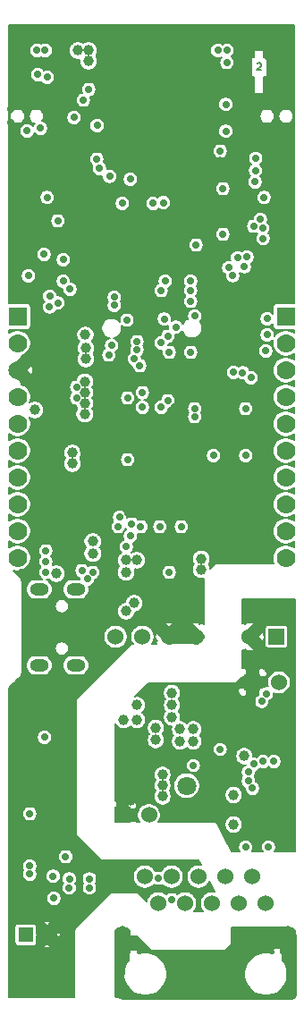
<source format=gbr>
G04 #@! TF.GenerationSoftware,KiCad,Pcbnew,5.1.6-c6e7f7d~87~ubuntu18.04.1*
G04 #@! TF.CreationDate,2021-11-08T15:35:58+02:00*
G04 #@! TF.ProjectId,ESP32-PoE-ISO_Rev_H,45535033-322d-4506-9f45-2d49534f5f52,H*
G04 #@! TF.SameCoordinates,Original*
G04 #@! TF.FileFunction,Copper,L2,Inr*
G04 #@! TF.FilePolarity,Positive*
%FSLAX46Y46*%
G04 Gerber Fmt 4.6, Leading zero omitted, Abs format (unit mm)*
G04 Created by KiCad (PCBNEW 5.1.6-c6e7f7d~87~ubuntu18.04.1) date 2021-11-08 15:35:58*
%MOMM*%
%LPD*%
G01*
G04 APERTURE LIST*
G04 #@! TA.AperFunction,NonConductor*
%ADD10C,0.158750*%
G04 #@! TD*
G04 #@! TA.AperFunction,ViaPad*
%ADD11C,1.300000*%
G04 #@! TD*
G04 #@! TA.AperFunction,ViaPad*
%ADD12C,2.000000*%
G04 #@! TD*
G04 #@! TA.AperFunction,ViaPad*
%ADD13C,1.524000*%
G04 #@! TD*
G04 #@! TA.AperFunction,ViaPad*
%ADD14R,1.524000X1.524000*%
G04 #@! TD*
G04 #@! TA.AperFunction,ViaPad*
%ADD15R,1.400000X1.400000*%
G04 #@! TD*
G04 #@! TA.AperFunction,ViaPad*
%ADD16C,1.400000*%
G04 #@! TD*
G04 #@! TA.AperFunction,ViaPad*
%ADD17C,1.778000*%
G04 #@! TD*
G04 #@! TA.AperFunction,ViaPad*
%ADD18R,1.778000X1.778000*%
G04 #@! TD*
G04 #@! TA.AperFunction,ViaPad*
%ADD19R,0.400000X0.400000*%
G04 #@! TD*
G04 #@! TA.AperFunction,ViaPad*
%ADD20R,1.422400X1.422400*%
G04 #@! TD*
G04 #@! TA.AperFunction,ViaPad*
%ADD21O,1.800000X1.200000*%
G04 #@! TD*
G04 #@! TA.AperFunction,ViaPad*
%ADD22O,1.600000X2.999999*%
G04 #@! TD*
G04 #@! TA.AperFunction,ViaPad*
%ADD23C,1.800000*%
G04 #@! TD*
G04 #@! TA.AperFunction,ViaPad*
%ADD24C,1.000000*%
G04 #@! TD*
G04 #@! TA.AperFunction,ViaPad*
%ADD25C,0.700000*%
G04 #@! TD*
G04 #@! TA.AperFunction,ViaPad*
%ADD26C,0.900000*%
G04 #@! TD*
G04 #@! TA.AperFunction,Conductor*
%ADD27C,1.270000*%
G04 #@! TD*
G04 #@! TA.AperFunction,Conductor*
%ADD28C,0.508000*%
G04 #@! TD*
G04 #@! TA.AperFunction,Conductor*
%ADD29C,1.016000*%
G04 #@! TD*
G04 #@! TA.AperFunction,Conductor*
%ADD30C,0.762000*%
G04 #@! TD*
G04 #@! TA.AperFunction,Conductor*
%ADD31C,0.127000*%
G04 #@! TD*
G04 #@! TA.AperFunction,Conductor*
%ADD32C,0.254000*%
G04 #@! TD*
G04 #@! TA.AperFunction,Conductor*
%ADD33C,0.203200*%
G04 #@! TD*
G04 APERTURE END LIST*
D10*
X114118571Y-99280738D02*
X114148809Y-99250500D01*
X114209285Y-99220261D01*
X114360476Y-99220261D01*
X114420952Y-99250500D01*
X114451190Y-99280738D01*
X114481428Y-99341214D01*
X114481428Y-99401690D01*
X114451190Y-99492404D01*
X114088333Y-99855261D01*
X114481428Y-99855261D01*
D11*
X104940000Y-104235000D03*
X101340000Y-104235000D03*
X103140000Y-106035000D03*
X103140000Y-102435000D03*
X104940000Y-102435000D03*
X101340000Y-102435000D03*
X104940000Y-106035000D03*
D12*
X103140000Y-104235000D03*
D11*
X101340000Y-106035000D03*
D13*
X113411000Y-153543000D03*
D14*
X115951000Y-153543000D03*
D13*
X108331000Y-153543000D03*
X105791000Y-153543000D03*
X100711000Y-153543000D03*
X103251000Y-153543000D03*
D15*
X92209620Y-181759860D03*
D16*
X94221300Y-181757320D03*
D13*
X103866000Y-170434000D03*
D14*
X101366000Y-170434000D03*
D17*
X116840000Y-146080000D03*
X116840000Y-143540000D03*
X116840000Y-138460000D03*
X116840000Y-141000000D03*
X116840000Y-135920000D03*
X116840000Y-133380000D03*
D18*
X116840000Y-123220000D03*
D17*
X116840000Y-125760000D03*
X116840000Y-128300000D03*
X116840000Y-130840000D03*
X91440000Y-130840000D03*
X91440000Y-128300000D03*
X91440000Y-125760000D03*
D18*
X91440000Y-123220000D03*
D17*
X91440000Y-133380000D03*
X91440000Y-135920000D03*
X91440000Y-141000000D03*
X91440000Y-138460000D03*
X91440000Y-143540000D03*
X91440000Y-146080000D03*
D19*
X106710000Y-137406000D03*
X106710000Y-136406000D03*
X105910000Y-135606000D03*
X104910000Y-135606000D03*
X104110000Y-136406000D03*
X104110000Y-137406000D03*
X104910000Y-138206000D03*
X105910000Y-138206000D03*
D20*
X105410000Y-136906000D03*
D21*
X93476000Y-149054000D03*
X96946000Y-149054000D03*
X96946000Y-156254000D03*
X93476000Y-156254000D03*
D22*
X117000000Y-182393000D03*
X101400000Y-182393000D03*
D13*
X114915000Y-178793000D03*
X113645000Y-176253000D03*
X112375000Y-178793000D03*
X111105000Y-176253000D03*
X109835000Y-178793000D03*
X108565000Y-176253000D03*
X107295000Y-178793000D03*
X106025000Y-176253000D03*
X104755000Y-178793000D03*
X103485000Y-176253000D03*
X116185000Y-157861000D03*
D14*
X113685000Y-157861000D03*
D23*
X107442000Y-167646000D03*
D24*
X93091000Y-132080000D03*
X95123000Y-147574000D03*
D25*
X92583000Y-176022000D03*
X92583000Y-175260000D03*
X92583000Y-170307000D03*
X94869000Y-178308000D03*
X94803014Y-176214986D03*
D24*
X102489000Y-107696002D03*
D25*
X97663000Y-112014000D03*
X91821000Y-147447000D03*
X99949000Y-133350000D03*
X97663000Y-135890000D03*
D26*
X106680000Y-146621500D03*
D24*
X107569000Y-147193000D03*
X110617000Y-109728000D03*
X110617000Y-108585000D03*
D25*
X114935000Y-105283000D03*
X116205000Y-105283000D03*
X114935000Y-103251000D03*
X116205000Y-103251000D03*
D24*
X107950000Y-106045000D03*
X109220000Y-104775000D03*
X107950000Y-103505000D03*
X109220000Y-102235000D03*
X110490000Y-100965000D03*
X107950000Y-100965000D03*
X105410000Y-100965000D03*
X102870000Y-100965000D03*
X109220000Y-99695000D03*
X106680000Y-99695000D03*
X104140000Y-99695000D03*
X101600000Y-99695000D03*
X100330000Y-100965000D03*
D25*
X117348000Y-112395000D03*
X117348000Y-111125000D03*
X117348000Y-109855000D03*
X117348000Y-108585000D03*
X117348000Y-107315000D03*
X117348000Y-106299000D03*
X117348000Y-105283000D03*
X117348000Y-103251000D03*
X117348000Y-102235000D03*
X117348000Y-100965000D03*
X117348000Y-99695000D03*
X117348000Y-98679000D03*
X97663000Y-115062000D03*
X97663000Y-114300000D03*
X97663000Y-113538000D03*
X114427000Y-96012000D03*
D24*
X109220000Y-97155000D03*
X106680000Y-97155000D03*
X104140000Y-97155000D03*
X101600000Y-97155000D03*
X99060000Y-96774000D03*
D25*
X93853000Y-96012000D03*
X113030000Y-96012000D03*
D24*
X110490000Y-96139000D03*
X107950000Y-96139000D03*
X105410000Y-96139000D03*
X102870000Y-96139000D03*
X100330000Y-96139000D03*
X97790000Y-96139000D03*
D25*
X102044500Y-116141500D03*
X100076000Y-116600350D03*
X97663000Y-112776000D03*
X97663000Y-111252000D03*
X115189000Y-98679000D03*
D24*
X109474000Y-108585000D03*
D25*
X95123000Y-96012000D03*
D24*
X96520000Y-96774000D03*
D25*
X108966000Y-139785743D03*
X108077000Y-139785743D03*
X109855000Y-139785743D03*
X90932000Y-121666000D03*
X90805000Y-103632000D03*
X90805000Y-104902000D03*
X114427000Y-96774000D03*
X93853000Y-96774000D03*
X92075000Y-100965000D03*
X92075000Y-100228400D03*
X97663000Y-122936000D03*
X99060000Y-138049000D03*
D24*
X98679000Y-135572500D03*
D25*
X95250000Y-161480500D03*
X101854000Y-141859000D03*
X110109000Y-131826000D03*
X114173000Y-140208000D03*
X114173000Y-138176000D03*
X115316000Y-145796000D03*
D24*
X111760000Y-142494000D03*
D25*
X91567000Y-157797496D03*
X93599000Y-160655000D03*
D24*
X96520000Y-163957000D03*
X95504000Y-170053000D03*
X95504000Y-169037000D03*
X96520000Y-170053000D03*
X96520000Y-169037000D03*
X96520000Y-171196000D03*
D25*
X93599000Y-159893000D03*
X93599000Y-161480500D03*
X94424500Y-161480500D03*
X98171000Y-154051000D03*
X98171000Y-154813000D03*
X97409000Y-154813000D03*
X96647000Y-154813000D03*
X93218000Y-184150000D03*
X91186000Y-184150000D03*
X92202000Y-184150000D03*
X94234000Y-184150000D03*
X93853000Y-177673000D03*
X92964000Y-178562000D03*
X93853000Y-178562000D03*
D24*
X96520000Y-168021000D03*
X95504000Y-168021000D03*
X95504000Y-167005000D03*
X95504000Y-165989000D03*
X95504000Y-164973000D03*
X96520000Y-164973000D03*
X106553000Y-150749000D03*
X106553000Y-151892000D03*
D25*
X105664000Y-150749000D03*
D24*
X107061000Y-153543000D03*
D25*
X93853000Y-103378000D03*
X96393000Y-180594000D03*
X96646988Y-119507000D03*
X96774000Y-179451000D03*
X106299000Y-131826000D03*
X101340570Y-141256510D03*
X94477435Y-121303850D03*
X93599000Y-105410000D03*
D24*
X96647000Y-137160000D03*
X96647000Y-136144000D03*
D25*
X114688913Y-115843128D03*
X110871000Y-115442996D03*
X110871000Y-111125000D03*
X97663000Y-102743000D03*
X98171000Y-101726988D03*
X94107000Y-147447000D03*
D24*
X98171000Y-99060000D03*
D25*
X102743000Y-126365000D03*
X102743000Y-125603000D03*
D24*
X98171000Y-98044000D03*
D25*
X94043500Y-98044000D03*
D24*
X97155000Y-98044000D03*
D25*
X93281500Y-98044000D03*
X100584000Y-122174000D03*
X100584000Y-121412000D03*
X105410000Y-119888000D03*
X107823000Y-120777000D03*
X107823000Y-119888000D03*
X97028000Y-130937000D03*
X97028000Y-129921000D03*
D24*
X97917000Y-126238000D03*
X97917000Y-127254000D03*
X97790000Y-132461000D03*
X97790000Y-131445000D03*
X97790000Y-130429000D03*
X97790000Y-129413000D03*
X108839000Y-147193000D03*
X108839000Y-146177000D03*
D25*
X104902000Y-143129000D03*
X105791000Y-147447000D03*
X93980000Y-163067994D03*
X103091479Y-143129000D03*
X106934000Y-143129000D03*
X95979490Y-174371000D03*
X100141480Y-109960758D03*
X101727000Y-145034000D03*
X94107000Y-146431000D03*
X92329000Y-105664000D03*
X93345000Y-100330000D03*
X96393000Y-120650000D03*
X111155990Y-105692601D03*
X95758000Y-119887986D03*
X99187000Y-109219994D03*
X102235000Y-142875000D03*
X94107000Y-145415000D03*
X111252000Y-99187000D03*
X111155990Y-103152601D03*
X94234000Y-100584000D03*
X105332150Y-123474968D03*
X108204000Y-123190000D03*
X95250000Y-114173000D03*
X111252000Y-98044000D03*
X106410622Y-124236990D03*
X114759018Y-111965009D03*
X94466418Y-122311477D03*
X115062000Y-124968000D03*
X102480368Y-127243213D03*
X107823000Y-126619000D03*
X108331000Y-116459000D03*
X95758000Y-117856000D03*
X93929098Y-117348014D03*
X107823000Y-121793000D03*
X112259169Y-117673446D03*
X111800119Y-119360801D03*
X105029000Y-120777000D03*
X112903011Y-118514828D03*
X111887000Y-128523990D03*
X94234000Y-111965000D03*
X105226229Y-112447424D03*
X113157000Y-117602000D03*
X112747155Y-128552845D03*
X105791000Y-126619000D03*
X113918984Y-110490016D03*
X105029000Y-125730000D03*
X113538000Y-129032000D03*
X110617000Y-107569000D03*
X97536000Y-147279360D03*
X98044000Y-148082000D03*
X98552000Y-147447000D03*
X102108000Y-144018000D03*
X108204000Y-132715000D03*
X108204000Y-131953000D03*
X104267000Y-112522000D03*
X101346000Y-112522000D03*
X98963958Y-105156000D03*
X98933000Y-108331000D03*
D24*
X102108000Y-167005000D03*
X102108000Y-165989000D03*
X117284500Y-171577000D03*
X117284500Y-172593000D03*
D25*
X113030000Y-159512000D03*
X109855000Y-158496000D03*
D24*
X108839000Y-158496000D03*
X108839000Y-160782000D03*
X108839000Y-159639000D03*
D25*
X109855000Y-159258000D03*
X109855000Y-160020000D03*
X109855000Y-160782000D03*
D24*
X107696000Y-159639000D03*
X107696000Y-160782000D03*
X107696000Y-158496000D03*
D25*
X101092000Y-167767000D03*
X101092000Y-168529000D03*
X101092000Y-169291000D03*
D24*
X102108000Y-168021000D03*
X102108000Y-169037000D03*
D25*
X113030000Y-160254190D03*
D24*
X102489000Y-150368000D03*
X101727000Y-151130000D03*
X102743000Y-146304000D03*
X101727000Y-146304000D03*
X101727000Y-147447000D03*
X98552000Y-145669000D03*
X98552000Y-144526000D03*
D25*
X108077000Y-165735000D03*
D24*
X108077000Y-163449000D03*
X108077000Y-162306000D03*
D25*
X115011196Y-158927796D03*
X113030000Y-173482000D03*
D24*
X111887000Y-168529000D03*
X111887000Y-171323000D03*
D25*
X113284000Y-167195500D03*
X113284000Y-166370000D03*
X113792000Y-165608000D03*
X113665000Y-167894000D03*
X114681000Y-165354000D03*
X115697000Y-165354000D03*
X115189000Y-173450250D03*
X114622118Y-114876118D03*
X113792000Y-114681000D03*
X110393990Y-98044000D03*
X101790500Y-123571000D03*
X100330005Y-125984000D03*
X100076000Y-126873000D03*
X113030000Y-131953000D03*
X113030000Y-136398000D03*
X102997000Y-127889000D03*
X103250997Y-130428997D03*
X105029000Y-131826000D03*
X103251000Y-131826000D03*
X109981990Y-136398000D03*
X102108008Y-110236000D03*
X113982500Y-108250103D03*
X95250000Y-121950986D03*
X115062000Y-123444000D03*
X105664000Y-125095000D03*
X114427000Y-114046000D03*
X96774000Y-104394000D03*
X105664000Y-131191000D03*
X101854000Y-130937000D03*
X113967984Y-109425000D03*
X114935000Y-126492000D03*
X101854000Y-136779000D03*
X111441342Y-118615666D03*
X100965006Y-143129000D03*
X98234500Y-177293513D03*
X104775000Y-176402960D03*
X98234500Y-176466500D03*
X106044996Y-178435000D03*
X96329499Y-177294710D03*
X96330699Y-176467699D03*
D24*
X114935000Y-181483000D03*
X101092000Y-185420000D03*
X101092000Y-187325000D03*
X102870000Y-182880000D03*
X114935000Y-182880000D03*
X113538000Y-182880000D03*
X112395000Y-185420000D03*
X111125000Y-184150000D03*
X109855000Y-185420000D03*
X117387990Y-185420000D03*
X117387990Y-187387990D03*
X111125000Y-186690000D03*
X108585000Y-186690000D03*
X108585000Y-184150000D03*
X107315000Y-185420000D03*
X106045000Y-186690000D03*
X106045000Y-184150000D03*
D25*
X101092000Y-142240000D03*
D24*
X97853500Y-124968000D03*
D25*
X92456000Y-119380000D03*
D24*
X102743000Y-161417000D03*
X102743000Y-160020000D03*
X104521000Y-162179000D03*
X104521000Y-163322000D03*
X106045000Y-158877000D03*
X106045000Y-160020000D03*
X106045000Y-161163000D03*
X101473000Y-161417000D03*
D25*
X114565912Y-159674791D03*
X110617000Y-164211000D03*
D24*
X112903000Y-164846000D03*
X105156000Y-166624000D03*
X105156000Y-167640000D03*
X105156000Y-168656000D03*
X106807000Y-163449000D03*
X106807000Y-162306000D03*
D27*
X108331000Y-153543000D02*
X107061000Y-153543000D01*
X105791000Y-153543000D02*
X107061000Y-153543000D01*
D28*
X117387990Y-187387990D02*
X117133990Y-187641990D01*
X117133990Y-187641990D02*
X101408990Y-187641990D01*
X101408990Y-187641990D02*
X101092000Y-187325000D01*
D29*
X101092000Y-181746042D02*
X101350521Y-181487521D01*
X101092000Y-185420000D02*
X101092000Y-181746042D01*
X117387990Y-181903990D02*
X116967000Y-181483000D01*
X117387990Y-185420000D02*
X117387990Y-181903990D01*
X117387990Y-185420000D02*
X117387990Y-187387990D01*
X114935000Y-181483000D02*
X116967000Y-181483000D01*
D30*
X101473000Y-182880000D02*
X101346000Y-182880000D01*
X102870000Y-182880000D02*
X101473000Y-182880000D01*
D31*
G36*
X117654701Y-121960918D02*
G01*
X115951000Y-121960918D01*
X115878801Y-121968029D01*
X115809376Y-121989089D01*
X115745393Y-122023288D01*
X115689313Y-122069313D01*
X115643288Y-122125393D01*
X115609089Y-122189376D01*
X115588029Y-122258801D01*
X115580918Y-122331000D01*
X115580918Y-122947088D01*
X115519890Y-122886060D01*
X115402243Y-122807450D01*
X115271521Y-122753303D01*
X115132746Y-122725700D01*
X114991254Y-122725700D01*
X114852479Y-122753303D01*
X114721757Y-122807450D01*
X114604110Y-122886060D01*
X114504060Y-122986110D01*
X114425450Y-123103757D01*
X114371303Y-123234479D01*
X114343700Y-123373254D01*
X114343700Y-123514746D01*
X114371303Y-123653521D01*
X114425450Y-123784243D01*
X114504060Y-123901890D01*
X114604110Y-124001940D01*
X114721757Y-124080550D01*
X114852479Y-124134697D01*
X114991254Y-124162300D01*
X115132746Y-124162300D01*
X115271521Y-124134697D01*
X115402243Y-124080550D01*
X115519890Y-124001940D01*
X115580918Y-123940912D01*
X115580918Y-124109000D01*
X115588029Y-124181199D01*
X115609089Y-124250624D01*
X115643288Y-124314607D01*
X115689313Y-124370687D01*
X115745393Y-124416712D01*
X115809376Y-124450911D01*
X115878801Y-124471971D01*
X115951000Y-124479082D01*
X117654701Y-124479082D01*
X117654701Y-124796610D01*
X117641482Y-124783391D01*
X117435555Y-124645795D01*
X117206741Y-124551017D01*
X116963833Y-124502700D01*
X116716167Y-124502700D01*
X116473259Y-124551017D01*
X116244445Y-124645795D01*
X116038518Y-124783391D01*
X115863391Y-124958518D01*
X115767803Y-125101576D01*
X115780300Y-125038746D01*
X115780300Y-124897254D01*
X115752697Y-124758479D01*
X115698550Y-124627757D01*
X115619940Y-124510110D01*
X115519890Y-124410060D01*
X115402243Y-124331450D01*
X115271521Y-124277303D01*
X115132746Y-124249700D01*
X114991254Y-124249700D01*
X114852479Y-124277303D01*
X114721757Y-124331450D01*
X114604110Y-124410060D01*
X114504060Y-124510110D01*
X114425450Y-124627757D01*
X114371303Y-124758479D01*
X114343700Y-124897254D01*
X114343700Y-125038746D01*
X114371303Y-125177521D01*
X114425450Y-125308243D01*
X114504060Y-125425890D01*
X114604110Y-125525940D01*
X114721757Y-125604550D01*
X114852479Y-125658697D01*
X114991254Y-125686300D01*
X115132746Y-125686300D01*
X115271521Y-125658697D01*
X115402243Y-125604550D01*
X115519890Y-125525940D01*
X115619940Y-125425890D01*
X115626470Y-125416117D01*
X115582700Y-125636167D01*
X115582700Y-125883833D01*
X115631017Y-126126741D01*
X115725795Y-126355555D01*
X115863391Y-126561482D01*
X116038518Y-126736609D01*
X116244445Y-126874205D01*
X116473259Y-126968983D01*
X116716167Y-127017300D01*
X116963833Y-127017300D01*
X117206741Y-126968983D01*
X117435555Y-126874205D01*
X117641482Y-126736609D01*
X117654701Y-126723390D01*
X117654701Y-127336610D01*
X117641482Y-127323391D01*
X117435555Y-127185795D01*
X117206741Y-127091017D01*
X116963833Y-127042700D01*
X116716167Y-127042700D01*
X116473259Y-127091017D01*
X116244445Y-127185795D01*
X116038518Y-127323391D01*
X115863391Y-127498518D01*
X115725795Y-127704445D01*
X115631017Y-127933259D01*
X115582700Y-128176167D01*
X115582700Y-128423833D01*
X115631017Y-128666741D01*
X115725795Y-128895555D01*
X115863391Y-129101482D01*
X116038518Y-129276609D01*
X116244445Y-129414205D01*
X116473259Y-129508983D01*
X116716167Y-129557300D01*
X116963833Y-129557300D01*
X117206741Y-129508983D01*
X117435555Y-129414205D01*
X117641482Y-129276609D01*
X117654701Y-129263390D01*
X117654701Y-129876610D01*
X117641482Y-129863391D01*
X117435555Y-129725795D01*
X117206741Y-129631017D01*
X116963833Y-129582700D01*
X116716167Y-129582700D01*
X116473259Y-129631017D01*
X116244445Y-129725795D01*
X116038518Y-129863391D01*
X115863391Y-130038518D01*
X115725795Y-130244445D01*
X115631017Y-130473259D01*
X115582700Y-130716167D01*
X115582700Y-130963833D01*
X115631017Y-131206741D01*
X115725795Y-131435555D01*
X115863391Y-131641482D01*
X116038518Y-131816609D01*
X116244445Y-131954205D01*
X116473259Y-132048983D01*
X116716167Y-132097300D01*
X116963833Y-132097300D01*
X117206741Y-132048983D01*
X117435555Y-131954205D01*
X117641482Y-131816609D01*
X117654701Y-131803390D01*
X117654701Y-132416610D01*
X117641482Y-132403391D01*
X117435555Y-132265795D01*
X117206741Y-132171017D01*
X116963833Y-132122700D01*
X116716167Y-132122700D01*
X116473259Y-132171017D01*
X116244445Y-132265795D01*
X116038518Y-132403391D01*
X115863391Y-132578518D01*
X115725795Y-132784445D01*
X115631017Y-133013259D01*
X115582700Y-133256167D01*
X115582700Y-133503833D01*
X115631017Y-133746741D01*
X115725795Y-133975555D01*
X115863391Y-134181482D01*
X116038518Y-134356609D01*
X116244445Y-134494205D01*
X116473259Y-134588983D01*
X116716167Y-134637300D01*
X116963833Y-134637300D01*
X117206741Y-134588983D01*
X117435555Y-134494205D01*
X117641482Y-134356609D01*
X117654701Y-134343390D01*
X117654701Y-134956610D01*
X117641482Y-134943391D01*
X117435555Y-134805795D01*
X117206741Y-134711017D01*
X116963833Y-134662700D01*
X116716167Y-134662700D01*
X116473259Y-134711017D01*
X116244445Y-134805795D01*
X116038518Y-134943391D01*
X115863391Y-135118518D01*
X115725795Y-135324445D01*
X115631017Y-135553259D01*
X115582700Y-135796167D01*
X115582700Y-136043833D01*
X115631017Y-136286741D01*
X115725795Y-136515555D01*
X115863391Y-136721482D01*
X116038518Y-136896609D01*
X116244445Y-137034205D01*
X116473259Y-137128983D01*
X116716167Y-137177300D01*
X116963833Y-137177300D01*
X117206741Y-137128983D01*
X117435555Y-137034205D01*
X117641482Y-136896609D01*
X117654701Y-136883390D01*
X117654701Y-137496610D01*
X117641482Y-137483391D01*
X117435555Y-137345795D01*
X117206741Y-137251017D01*
X116963833Y-137202700D01*
X116716167Y-137202700D01*
X116473259Y-137251017D01*
X116244445Y-137345795D01*
X116038518Y-137483391D01*
X115863391Y-137658518D01*
X115725795Y-137864445D01*
X115631017Y-138093259D01*
X115582700Y-138336167D01*
X115582700Y-138583833D01*
X115631017Y-138826741D01*
X115725795Y-139055555D01*
X115863391Y-139261482D01*
X116038518Y-139436609D01*
X116244445Y-139574205D01*
X116473259Y-139668983D01*
X116716167Y-139717300D01*
X116963833Y-139717300D01*
X117206741Y-139668983D01*
X117435555Y-139574205D01*
X117641482Y-139436609D01*
X117654701Y-139423390D01*
X117654701Y-140036610D01*
X117641482Y-140023391D01*
X117435555Y-139885795D01*
X117206741Y-139791017D01*
X116963833Y-139742700D01*
X116716167Y-139742700D01*
X116473259Y-139791017D01*
X116244445Y-139885795D01*
X116038518Y-140023391D01*
X115863391Y-140198518D01*
X115725795Y-140404445D01*
X115631017Y-140633259D01*
X115582700Y-140876167D01*
X115582700Y-141123833D01*
X115631017Y-141366741D01*
X115725795Y-141595555D01*
X115863391Y-141801482D01*
X116038518Y-141976609D01*
X116244445Y-142114205D01*
X116473259Y-142208983D01*
X116716167Y-142257300D01*
X116963833Y-142257300D01*
X117206741Y-142208983D01*
X117435555Y-142114205D01*
X117641482Y-141976609D01*
X117654700Y-141963391D01*
X117654700Y-142576609D01*
X117641482Y-142563391D01*
X117435555Y-142425795D01*
X117206741Y-142331017D01*
X116963833Y-142282700D01*
X116716167Y-142282700D01*
X116473259Y-142331017D01*
X116244445Y-142425795D01*
X116038518Y-142563391D01*
X115863391Y-142738518D01*
X115725795Y-142944445D01*
X115631017Y-143173259D01*
X115582700Y-143416167D01*
X115582700Y-143663833D01*
X115631017Y-143906741D01*
X115725795Y-144135555D01*
X115863391Y-144341482D01*
X116038518Y-144516609D01*
X116244445Y-144654205D01*
X116473259Y-144748983D01*
X116716167Y-144797300D01*
X116963833Y-144797300D01*
X117206741Y-144748983D01*
X117435555Y-144654205D01*
X117641482Y-144516609D01*
X117654700Y-144503391D01*
X117654700Y-145116609D01*
X117641482Y-145103391D01*
X117435555Y-144965795D01*
X117206741Y-144871017D01*
X116963833Y-144822700D01*
X116716167Y-144822700D01*
X116473259Y-144871017D01*
X116244445Y-144965795D01*
X116038518Y-145103391D01*
X115863391Y-145278518D01*
X115725795Y-145484445D01*
X115631017Y-145713259D01*
X115582700Y-145956167D01*
X115582700Y-146203833D01*
X115631017Y-146446741D01*
X115703405Y-146621500D01*
X110236000Y-146621500D01*
X110223612Y-146622720D01*
X110211700Y-146626334D01*
X110200721Y-146632202D01*
X110191099Y-146640099D01*
X109707300Y-147123898D01*
X109707300Y-147107480D01*
X109673931Y-146939726D01*
X109608477Y-146781706D01*
X109543860Y-146685000D01*
X109608477Y-146588294D01*
X109673931Y-146430274D01*
X109707300Y-146262520D01*
X109707300Y-146091480D01*
X109673931Y-145923726D01*
X109608477Y-145765706D01*
X109513452Y-145623491D01*
X109392509Y-145502548D01*
X109250294Y-145407523D01*
X109092274Y-145342069D01*
X108924520Y-145308700D01*
X108753480Y-145308700D01*
X108585726Y-145342069D01*
X108427706Y-145407523D01*
X108285491Y-145502548D01*
X108164548Y-145623491D01*
X108069523Y-145765706D01*
X108004069Y-145923726D01*
X107970700Y-146091480D01*
X107970700Y-146262520D01*
X108004069Y-146430274D01*
X108069523Y-146588294D01*
X108134140Y-146685000D01*
X108069523Y-146781706D01*
X108004069Y-146939726D01*
X107970700Y-147107480D01*
X107970700Y-147278520D01*
X108004069Y-147446274D01*
X108069523Y-147604294D01*
X108164548Y-147746509D01*
X108285491Y-147867452D01*
X108427706Y-147962477D01*
X108585726Y-148027931D01*
X108753480Y-148061300D01*
X108924520Y-148061300D01*
X109054900Y-148035365D01*
X109054900Y-152372356D01*
X108874159Y-152191615D01*
X108670656Y-152395118D01*
X108581022Y-152226581D01*
X108319397Y-152203098D01*
X108080978Y-152226581D01*
X107991343Y-152395120D01*
X108331000Y-152734777D01*
X108345143Y-152720635D01*
X109054900Y-153430392D01*
X109054900Y-153655608D01*
X108469008Y-154241500D01*
X108192992Y-154241500D01*
X107508635Y-153557143D01*
X107522777Y-153543000D01*
X107183120Y-153203343D01*
X107061000Y-153268291D01*
X106938880Y-153203343D01*
X106599223Y-153543000D01*
X106613366Y-153557143D01*
X105929008Y-154241500D01*
X105652992Y-154241500D01*
X104968635Y-153557143D01*
X104982777Y-153543000D01*
X104643120Y-153203343D01*
X104474581Y-153292978D01*
X104451098Y-153554603D01*
X104474581Y-153793022D01*
X104643118Y-153882656D01*
X104439615Y-154086159D01*
X104594956Y-154241500D01*
X104143677Y-154241500D01*
X104252659Y-154078398D01*
X104337863Y-153872696D01*
X104381300Y-153654325D01*
X104381300Y-153431675D01*
X104337863Y-153213304D01*
X104252659Y-153007602D01*
X104128961Y-152822476D01*
X103971524Y-152665039D01*
X103786398Y-152541341D01*
X103580696Y-152456137D01*
X103362325Y-152412700D01*
X103139675Y-152412700D01*
X102921304Y-152456137D01*
X102715602Y-152541341D01*
X102530476Y-152665039D01*
X102373039Y-152822476D01*
X102249341Y-153007602D01*
X102164137Y-153213304D01*
X102120700Y-153431675D01*
X102120700Y-153654325D01*
X102164137Y-153872696D01*
X102249341Y-154078398D01*
X102358323Y-154241500D01*
X102235000Y-154241500D01*
X102222612Y-154242720D01*
X102210700Y-154246334D01*
X102199721Y-154252202D01*
X102190099Y-154260099D01*
X96995799Y-159454399D01*
X96987902Y-159464021D01*
X96982034Y-159475000D01*
X96978420Y-159486912D01*
X96977200Y-159499300D01*
X96977200Y-172326300D01*
X96978559Y-172339368D01*
X96982303Y-172351240D01*
X96988290Y-172362154D01*
X96996292Y-172371689D01*
X99345792Y-174670389D01*
X99354921Y-174677798D01*
X99365900Y-174683666D01*
X99377812Y-174687280D01*
X99390200Y-174688500D01*
X108596668Y-174688500D01*
X108830613Y-175153390D01*
X108676325Y-175122700D01*
X108453675Y-175122700D01*
X108235304Y-175166137D01*
X108029602Y-175251341D01*
X107844476Y-175375039D01*
X107687039Y-175532476D01*
X107563341Y-175717602D01*
X107478137Y-175923304D01*
X107434700Y-176141675D01*
X107434700Y-176364325D01*
X107478137Y-176582696D01*
X107563341Y-176788398D01*
X107687039Y-176973524D01*
X107844476Y-177130961D01*
X108029602Y-177254659D01*
X108235304Y-177339863D01*
X108453675Y-177383300D01*
X108676325Y-177383300D01*
X108894696Y-177339863D01*
X109100398Y-177254659D01*
X109285524Y-177130961D01*
X109442961Y-176973524D01*
X109566659Y-176788398D01*
X109605817Y-176693861D01*
X110109717Y-177695201D01*
X109946325Y-177662700D01*
X109723675Y-177662700D01*
X109505304Y-177706137D01*
X109299602Y-177791341D01*
X109114476Y-177915039D01*
X108957039Y-178072476D01*
X108833341Y-178257602D01*
X108748137Y-178463304D01*
X108704700Y-178681675D01*
X108704700Y-178904325D01*
X108748137Y-179122696D01*
X108833341Y-179328398D01*
X108957039Y-179513524D01*
X108958015Y-179514500D01*
X108171985Y-179514500D01*
X108172961Y-179513524D01*
X108296659Y-179328398D01*
X108381863Y-179122696D01*
X108425300Y-178904325D01*
X108425300Y-178681675D01*
X108381863Y-178463304D01*
X108296659Y-178257602D01*
X108172961Y-178072476D01*
X108015524Y-177915039D01*
X107830398Y-177791341D01*
X107624696Y-177706137D01*
X107406325Y-177662700D01*
X107183675Y-177662700D01*
X106965304Y-177706137D01*
X106759602Y-177791341D01*
X106574476Y-177915039D01*
X106557671Y-177931845D01*
X106502886Y-177877060D01*
X106385239Y-177798450D01*
X106254517Y-177744303D01*
X106115742Y-177716700D01*
X105974250Y-177716700D01*
X105835475Y-177744303D01*
X105704753Y-177798450D01*
X105587106Y-177877060D01*
X105512326Y-177951841D01*
X105475524Y-177915039D01*
X105290398Y-177791341D01*
X105084696Y-177706137D01*
X104866325Y-177662700D01*
X104643675Y-177662700D01*
X104425304Y-177706137D01*
X104219602Y-177791341D01*
X104034476Y-177915039D01*
X103877039Y-178072476D01*
X103753341Y-178257602D01*
X103668137Y-178463304D01*
X103639595Y-178606793D01*
X102787901Y-177755099D01*
X102778279Y-177747202D01*
X102767300Y-177741334D01*
X102755388Y-177737720D01*
X102743000Y-177736500D01*
X100330000Y-177736500D01*
X100317612Y-177737720D01*
X100305700Y-177741334D01*
X100294721Y-177747202D01*
X100285099Y-177755099D01*
X96856099Y-181184099D01*
X96848202Y-181193721D01*
X96842334Y-181204700D01*
X96838720Y-181216612D01*
X96837500Y-181229000D01*
X96837500Y-187654700D01*
X90645300Y-187654700D01*
X90645300Y-182854651D01*
X93932192Y-182854651D01*
X94011986Y-183017710D01*
X94261898Y-183034327D01*
X94430614Y-183017710D01*
X94510408Y-182854651D01*
X94221300Y-182565543D01*
X93932192Y-182854651D01*
X90645300Y-182854651D01*
X90645300Y-181059860D01*
X91139538Y-181059860D01*
X91139538Y-182459860D01*
X91146649Y-182532059D01*
X91167709Y-182601484D01*
X91201908Y-182665467D01*
X91247933Y-182721547D01*
X91304013Y-182767572D01*
X91367996Y-182801771D01*
X91437421Y-182822831D01*
X91509620Y-182829942D01*
X92909620Y-182829942D01*
X92981819Y-182822831D01*
X93051244Y-182801771D01*
X93115227Y-182767572D01*
X93171307Y-182721547D01*
X93217332Y-182665467D01*
X93251531Y-182601484D01*
X93272591Y-182532059D01*
X93279702Y-182459860D01*
X93279702Y-181890695D01*
X93413077Y-181757320D01*
X95029523Y-181757320D01*
X95318631Y-182046428D01*
X95481690Y-181966634D01*
X95498307Y-181716722D01*
X95481690Y-181548006D01*
X95318631Y-181468212D01*
X95029523Y-181757320D01*
X93413077Y-181757320D01*
X93279702Y-181623945D01*
X93279702Y-181059860D01*
X93272591Y-180987661D01*
X93251531Y-180918236D01*
X93217332Y-180854253D01*
X93171307Y-180798173D01*
X93115227Y-180752148D01*
X93051244Y-180717949D01*
X92981819Y-180696889D01*
X92909620Y-180689778D01*
X91509620Y-180689778D01*
X91437421Y-180696889D01*
X91367996Y-180717949D01*
X91304013Y-180752148D01*
X91247933Y-180798173D01*
X91201908Y-180854253D01*
X91167709Y-180918236D01*
X91146649Y-180987661D01*
X91139538Y-181059860D01*
X90645300Y-181059860D01*
X90645300Y-180659989D01*
X93932192Y-180659989D01*
X94221300Y-180949097D01*
X94510408Y-180659989D01*
X94430614Y-180496930D01*
X94180702Y-180480313D01*
X94011986Y-180496930D01*
X93932192Y-180659989D01*
X90645300Y-180659989D01*
X90645300Y-178237254D01*
X94150700Y-178237254D01*
X94150700Y-178378746D01*
X94178303Y-178517521D01*
X94232450Y-178648243D01*
X94311060Y-178765890D01*
X94411110Y-178865940D01*
X94528757Y-178944550D01*
X94659479Y-178998697D01*
X94798254Y-179026300D01*
X94939746Y-179026300D01*
X95078521Y-178998697D01*
X95209243Y-178944550D01*
X95326890Y-178865940D01*
X95426940Y-178765890D01*
X95505550Y-178648243D01*
X95559697Y-178517521D01*
X95587300Y-178378746D01*
X95587300Y-178237254D01*
X95559697Y-178098479D01*
X95505550Y-177967757D01*
X95426940Y-177850110D01*
X95326890Y-177750060D01*
X95209243Y-177671450D01*
X95078521Y-177617303D01*
X94939746Y-177589700D01*
X94798254Y-177589700D01*
X94659479Y-177617303D01*
X94528757Y-177671450D01*
X94411110Y-177750060D01*
X94311060Y-177850110D01*
X94232450Y-177967757D01*
X94178303Y-178098479D01*
X94150700Y-178237254D01*
X90645300Y-178237254D01*
X90645300Y-177223964D01*
X95611199Y-177223964D01*
X95611199Y-177365456D01*
X95638802Y-177504231D01*
X95692949Y-177634953D01*
X95771559Y-177752600D01*
X95871609Y-177852650D01*
X95989256Y-177931260D01*
X96119978Y-177985407D01*
X96258753Y-178013010D01*
X96400245Y-178013010D01*
X96539020Y-177985407D01*
X96669742Y-177931260D01*
X96787389Y-177852650D01*
X96887439Y-177752600D01*
X96966049Y-177634953D01*
X97020196Y-177504231D01*
X97047799Y-177365456D01*
X97047799Y-177223964D01*
X97020196Y-177085189D01*
X96966049Y-176954467D01*
X96917696Y-176882102D01*
X96967249Y-176807942D01*
X97021396Y-176677220D01*
X97048999Y-176538445D01*
X97048999Y-176396953D01*
X97048761Y-176395754D01*
X97516200Y-176395754D01*
X97516200Y-176537246D01*
X97543803Y-176676021D01*
X97597950Y-176806743D01*
X97646904Y-176880007D01*
X97597950Y-176953270D01*
X97543803Y-177083992D01*
X97516200Y-177222767D01*
X97516200Y-177364259D01*
X97543803Y-177503034D01*
X97597950Y-177633756D01*
X97676560Y-177751403D01*
X97776610Y-177851453D01*
X97894257Y-177930063D01*
X98024979Y-177984210D01*
X98163754Y-178011813D01*
X98305246Y-178011813D01*
X98444021Y-177984210D01*
X98574743Y-177930063D01*
X98692390Y-177851453D01*
X98792440Y-177751403D01*
X98871050Y-177633756D01*
X98925197Y-177503034D01*
X98952800Y-177364259D01*
X98952800Y-177222767D01*
X98925197Y-177083992D01*
X98871050Y-176953270D01*
X98822096Y-176880007D01*
X98871050Y-176806743D01*
X98925197Y-176676021D01*
X98952800Y-176537246D01*
X98952800Y-176395754D01*
X98925197Y-176256979D01*
X98877437Y-176141675D01*
X102354700Y-176141675D01*
X102354700Y-176364325D01*
X102398137Y-176582696D01*
X102483341Y-176788398D01*
X102607039Y-176973524D01*
X102764476Y-177130961D01*
X102949602Y-177254659D01*
X103155304Y-177339863D01*
X103373675Y-177383300D01*
X103596325Y-177383300D01*
X103814696Y-177339863D01*
X104020398Y-177254659D01*
X104205524Y-177130961D01*
X104352163Y-176984322D01*
X104434757Y-177039510D01*
X104565479Y-177093657D01*
X104704254Y-177121260D01*
X104845746Y-177121260D01*
X104984521Y-177093657D01*
X105115243Y-177039510D01*
X105173859Y-177000344D01*
X105304476Y-177130961D01*
X105489602Y-177254659D01*
X105695304Y-177339863D01*
X105913675Y-177383300D01*
X106136325Y-177383300D01*
X106354696Y-177339863D01*
X106560398Y-177254659D01*
X106745524Y-177130961D01*
X106902961Y-176973524D01*
X107026659Y-176788398D01*
X107111863Y-176582696D01*
X107155300Y-176364325D01*
X107155300Y-176141675D01*
X107111863Y-175923304D01*
X107026659Y-175717602D01*
X106902961Y-175532476D01*
X106745524Y-175375039D01*
X106560398Y-175251341D01*
X106354696Y-175166137D01*
X106136325Y-175122700D01*
X105913675Y-175122700D01*
X105695304Y-175166137D01*
X105489602Y-175251341D01*
X105304476Y-175375039D01*
X105147039Y-175532476D01*
X105023341Y-175717602D01*
X105019544Y-175726770D01*
X104984521Y-175712263D01*
X104845746Y-175684660D01*
X104704254Y-175684660D01*
X104565479Y-175712263D01*
X104496314Y-175740912D01*
X104486659Y-175717602D01*
X104362961Y-175532476D01*
X104205524Y-175375039D01*
X104020398Y-175251341D01*
X103814696Y-175166137D01*
X103596325Y-175122700D01*
X103373675Y-175122700D01*
X103155304Y-175166137D01*
X102949602Y-175251341D01*
X102764476Y-175375039D01*
X102607039Y-175532476D01*
X102483341Y-175717602D01*
X102398137Y-175923304D01*
X102354700Y-176141675D01*
X98877437Y-176141675D01*
X98871050Y-176126257D01*
X98792440Y-176008610D01*
X98692390Y-175908560D01*
X98574743Y-175829950D01*
X98444021Y-175775803D01*
X98305246Y-175748200D01*
X98163754Y-175748200D01*
X98024979Y-175775803D01*
X97894257Y-175829950D01*
X97776610Y-175908560D01*
X97676560Y-176008610D01*
X97597950Y-176126257D01*
X97543803Y-176256979D01*
X97516200Y-176395754D01*
X97048761Y-176395754D01*
X97021396Y-176258178D01*
X96967249Y-176127456D01*
X96888639Y-176009809D01*
X96788589Y-175909759D01*
X96670942Y-175831149D01*
X96540220Y-175777002D01*
X96401445Y-175749399D01*
X96259953Y-175749399D01*
X96121178Y-175777002D01*
X95990456Y-175831149D01*
X95872809Y-175909759D01*
X95772759Y-176009809D01*
X95694149Y-176127456D01*
X95640002Y-176258178D01*
X95612399Y-176396953D01*
X95612399Y-176538445D01*
X95640002Y-176677220D01*
X95694149Y-176807942D01*
X95742502Y-176880307D01*
X95692949Y-176954467D01*
X95638802Y-177085189D01*
X95611199Y-177223964D01*
X90645300Y-177223964D01*
X90645300Y-175189254D01*
X91864700Y-175189254D01*
X91864700Y-175330746D01*
X91892303Y-175469521D01*
X91946450Y-175600243D01*
X91973683Y-175641000D01*
X91946450Y-175681757D01*
X91892303Y-175812479D01*
X91864700Y-175951254D01*
X91864700Y-176092746D01*
X91892303Y-176231521D01*
X91946450Y-176362243D01*
X92025060Y-176479890D01*
X92125110Y-176579940D01*
X92242757Y-176658550D01*
X92373479Y-176712697D01*
X92512254Y-176740300D01*
X92653746Y-176740300D01*
X92792521Y-176712697D01*
X92923243Y-176658550D01*
X93040890Y-176579940D01*
X93140940Y-176479890D01*
X93219550Y-176362243D01*
X93273697Y-176231521D01*
X93291057Y-176144240D01*
X94084714Y-176144240D01*
X94084714Y-176285732D01*
X94112317Y-176424507D01*
X94166464Y-176555229D01*
X94245074Y-176672876D01*
X94345124Y-176772926D01*
X94462771Y-176851536D01*
X94593493Y-176905683D01*
X94732268Y-176933286D01*
X94873760Y-176933286D01*
X95012535Y-176905683D01*
X95143257Y-176851536D01*
X95260904Y-176772926D01*
X95360954Y-176672876D01*
X95439564Y-176555229D01*
X95493711Y-176424507D01*
X95521314Y-176285732D01*
X95521314Y-176144240D01*
X95493711Y-176005465D01*
X95439564Y-175874743D01*
X95360954Y-175757096D01*
X95260904Y-175657046D01*
X95143257Y-175578436D01*
X95012535Y-175524289D01*
X94873760Y-175496686D01*
X94732268Y-175496686D01*
X94593493Y-175524289D01*
X94462771Y-175578436D01*
X94345124Y-175657046D01*
X94245074Y-175757096D01*
X94166464Y-175874743D01*
X94112317Y-176005465D01*
X94084714Y-176144240D01*
X93291057Y-176144240D01*
X93301300Y-176092746D01*
X93301300Y-175951254D01*
X93273697Y-175812479D01*
X93219550Y-175681757D01*
X93192317Y-175641000D01*
X93219550Y-175600243D01*
X93273697Y-175469521D01*
X93301300Y-175330746D01*
X93301300Y-175189254D01*
X93273697Y-175050479D01*
X93219550Y-174919757D01*
X93140940Y-174802110D01*
X93040890Y-174702060D01*
X92923243Y-174623450D01*
X92792521Y-174569303D01*
X92653746Y-174541700D01*
X92512254Y-174541700D01*
X92373479Y-174569303D01*
X92242757Y-174623450D01*
X92125110Y-174702060D01*
X92025060Y-174802110D01*
X91946450Y-174919757D01*
X91892303Y-175050479D01*
X91864700Y-175189254D01*
X90645300Y-175189254D01*
X90645300Y-174300254D01*
X95261190Y-174300254D01*
X95261190Y-174441746D01*
X95288793Y-174580521D01*
X95342940Y-174711243D01*
X95421550Y-174828890D01*
X95521600Y-174928940D01*
X95639247Y-175007550D01*
X95769969Y-175061697D01*
X95908744Y-175089300D01*
X96050236Y-175089300D01*
X96189011Y-175061697D01*
X96319733Y-175007550D01*
X96437380Y-174928940D01*
X96537430Y-174828890D01*
X96616040Y-174711243D01*
X96670187Y-174580521D01*
X96697790Y-174441746D01*
X96697790Y-174300254D01*
X96670187Y-174161479D01*
X96616040Y-174030757D01*
X96537430Y-173913110D01*
X96437380Y-173813060D01*
X96319733Y-173734450D01*
X96189011Y-173680303D01*
X96050236Y-173652700D01*
X95908744Y-173652700D01*
X95769969Y-173680303D01*
X95639247Y-173734450D01*
X95521600Y-173813060D01*
X95421550Y-173913110D01*
X95342940Y-174030757D01*
X95288793Y-174161479D01*
X95261190Y-174300254D01*
X90645300Y-174300254D01*
X90645300Y-170236254D01*
X91864700Y-170236254D01*
X91864700Y-170377746D01*
X91892303Y-170516521D01*
X91946450Y-170647243D01*
X92025060Y-170764890D01*
X92125110Y-170864940D01*
X92242757Y-170943550D01*
X92373479Y-170997697D01*
X92512254Y-171025300D01*
X92653746Y-171025300D01*
X92792521Y-170997697D01*
X92923243Y-170943550D01*
X93040890Y-170864940D01*
X93140940Y-170764890D01*
X93219550Y-170647243D01*
X93273697Y-170516521D01*
X93301300Y-170377746D01*
X93301300Y-170236254D01*
X93273697Y-170097479D01*
X93219550Y-169966757D01*
X93140940Y-169849110D01*
X93040890Y-169749060D01*
X92923243Y-169670450D01*
X92792521Y-169616303D01*
X92653746Y-169588700D01*
X92512254Y-169588700D01*
X92373479Y-169616303D01*
X92242757Y-169670450D01*
X92125110Y-169749060D01*
X92025060Y-169849110D01*
X91946450Y-169966757D01*
X91892303Y-170097479D01*
X91864700Y-170236254D01*
X90645300Y-170236254D01*
X90645300Y-162997248D01*
X93261700Y-162997248D01*
X93261700Y-163138740D01*
X93289303Y-163277515D01*
X93343450Y-163408237D01*
X93422060Y-163525884D01*
X93522110Y-163625934D01*
X93639757Y-163704544D01*
X93770479Y-163758691D01*
X93909254Y-163786294D01*
X94050746Y-163786294D01*
X94189521Y-163758691D01*
X94320243Y-163704544D01*
X94437890Y-163625934D01*
X94537940Y-163525884D01*
X94616550Y-163408237D01*
X94670697Y-163277515D01*
X94698300Y-163138740D01*
X94698300Y-162997248D01*
X94670697Y-162858473D01*
X94616550Y-162727751D01*
X94537940Y-162610104D01*
X94437890Y-162510054D01*
X94320243Y-162431444D01*
X94189521Y-162377297D01*
X94050746Y-162349694D01*
X93909254Y-162349694D01*
X93770479Y-162377297D01*
X93639757Y-162431444D01*
X93522110Y-162510054D01*
X93422060Y-162610104D01*
X93343450Y-162727751D01*
X93289303Y-162858473D01*
X93261700Y-162997248D01*
X90645300Y-162997248D01*
X90645300Y-158405159D01*
X91683030Y-157367430D01*
X91701924Y-157351924D01*
X91723526Y-157325602D01*
X91763819Y-157276506D01*
X91809810Y-157190461D01*
X91809811Y-157190460D01*
X91838133Y-157097096D01*
X91845300Y-157024327D01*
X91845300Y-157024318D01*
X91847695Y-157000001D01*
X91845300Y-156975684D01*
X91845300Y-156254000D01*
X92203015Y-156254000D01*
X92221711Y-156443820D01*
X92277079Y-156626345D01*
X92366993Y-156794562D01*
X92487996Y-156942004D01*
X92635438Y-157063007D01*
X92803655Y-157152921D01*
X92986180Y-157208289D01*
X93128433Y-157222300D01*
X93823567Y-157222300D01*
X93965820Y-157208289D01*
X94148345Y-157152921D01*
X94316562Y-157063007D01*
X94464004Y-156942004D01*
X94585007Y-156794562D01*
X94674921Y-156626345D01*
X94730289Y-156443820D01*
X94748985Y-156254000D01*
X95673015Y-156254000D01*
X95691711Y-156443820D01*
X95747079Y-156626345D01*
X95836993Y-156794562D01*
X95957996Y-156942004D01*
X96105438Y-157063007D01*
X96273655Y-157152921D01*
X96456180Y-157208289D01*
X96598433Y-157222300D01*
X97293567Y-157222300D01*
X97435820Y-157208289D01*
X97618345Y-157152921D01*
X97786562Y-157063007D01*
X97934004Y-156942004D01*
X98055007Y-156794562D01*
X98144921Y-156626345D01*
X98200289Y-156443820D01*
X98218985Y-156254000D01*
X98200289Y-156064180D01*
X98144921Y-155881655D01*
X98055007Y-155713438D01*
X97934004Y-155565996D01*
X97786562Y-155444993D01*
X97618345Y-155355079D01*
X97435820Y-155299711D01*
X97293567Y-155285700D01*
X96598433Y-155285700D01*
X96456180Y-155299711D01*
X96273655Y-155355079D01*
X96105438Y-155444993D01*
X95957996Y-155565996D01*
X95836993Y-155713438D01*
X95747079Y-155881655D01*
X95691711Y-156064180D01*
X95673015Y-156254000D01*
X94748985Y-156254000D01*
X94730289Y-156064180D01*
X94674921Y-155881655D01*
X94585007Y-155713438D01*
X94464004Y-155565996D01*
X94316562Y-155444993D01*
X94148345Y-155355079D01*
X93965820Y-155299711D01*
X93823567Y-155285700D01*
X93128433Y-155285700D01*
X92986180Y-155299711D01*
X92803655Y-155355079D01*
X92635438Y-155444993D01*
X92487996Y-155565996D01*
X92366993Y-155713438D01*
X92277079Y-155881655D01*
X92221711Y-156064180D01*
X92203015Y-156254000D01*
X91845300Y-156254000D01*
X91845300Y-154588178D01*
X94957700Y-154588178D01*
X94957700Y-154719822D01*
X94983382Y-154848936D01*
X95033760Y-154970559D01*
X95106897Y-155080017D01*
X95199983Y-155173103D01*
X95309441Y-155246240D01*
X95431064Y-155296618D01*
X95560178Y-155322300D01*
X95691822Y-155322300D01*
X95820936Y-155296618D01*
X95942559Y-155246240D01*
X96052017Y-155173103D01*
X96145103Y-155080017D01*
X96218240Y-154970559D01*
X96268618Y-154848936D01*
X96294300Y-154719822D01*
X96294300Y-154588178D01*
X96268618Y-154459064D01*
X96218240Y-154337441D01*
X96145103Y-154227983D01*
X96052017Y-154134897D01*
X95942559Y-154061760D01*
X95820936Y-154011382D01*
X95691822Y-153985700D01*
X95560178Y-153985700D01*
X95431064Y-154011382D01*
X95309441Y-154061760D01*
X95199983Y-154134897D01*
X95106897Y-154227983D01*
X95033760Y-154337441D01*
X94983382Y-154459064D01*
X94957700Y-154588178D01*
X91845300Y-154588178D01*
X91845300Y-153431675D01*
X99580700Y-153431675D01*
X99580700Y-153654325D01*
X99624137Y-153872696D01*
X99709341Y-154078398D01*
X99833039Y-154263524D01*
X99990476Y-154420961D01*
X100175602Y-154544659D01*
X100381304Y-154629863D01*
X100599675Y-154673300D01*
X100822325Y-154673300D01*
X101040696Y-154629863D01*
X101246398Y-154544659D01*
X101431524Y-154420961D01*
X101588961Y-154263524D01*
X101712659Y-154078398D01*
X101797863Y-153872696D01*
X101841300Y-153654325D01*
X101841300Y-153431675D01*
X101797863Y-153213304D01*
X101712659Y-153007602D01*
X101588961Y-152822476D01*
X101431524Y-152665039D01*
X101246398Y-152541341D01*
X101040696Y-152456137D01*
X100822325Y-152412700D01*
X100599675Y-152412700D01*
X100381304Y-152456137D01*
X100175602Y-152541341D01*
X99990476Y-152665039D01*
X99833039Y-152822476D01*
X99709341Y-153007602D01*
X99624137Y-153213304D01*
X99580700Y-153431675D01*
X91845300Y-153431675D01*
X91845300Y-152395120D01*
X105451343Y-152395120D01*
X105791000Y-152734777D01*
X106130657Y-152395120D01*
X106041022Y-152226581D01*
X105779397Y-152203098D01*
X105540978Y-152226581D01*
X105451343Y-152395120D01*
X91845300Y-152395120D01*
X91845300Y-150588178D01*
X94957700Y-150588178D01*
X94957700Y-150719822D01*
X94983382Y-150848936D01*
X95033760Y-150970559D01*
X95106897Y-151080017D01*
X95199983Y-151173103D01*
X95309441Y-151246240D01*
X95431064Y-151296618D01*
X95560178Y-151322300D01*
X95691822Y-151322300D01*
X95820936Y-151296618D01*
X95942559Y-151246240D01*
X96052017Y-151173103D01*
X96145103Y-151080017D01*
X96168847Y-151044480D01*
X100858700Y-151044480D01*
X100858700Y-151215520D01*
X100892069Y-151383274D01*
X100957523Y-151541294D01*
X101052548Y-151683509D01*
X101173491Y-151804452D01*
X101315706Y-151899477D01*
X101473726Y-151964931D01*
X101641480Y-151998300D01*
X101812520Y-151998300D01*
X101980274Y-151964931D01*
X102138294Y-151899477D01*
X102280509Y-151804452D01*
X102401452Y-151683509D01*
X102496477Y-151541294D01*
X102561931Y-151383274D01*
X102591852Y-151232852D01*
X102742274Y-151202931D01*
X102900294Y-151137477D01*
X103042509Y-151042452D01*
X103163452Y-150921509D01*
X103258477Y-150779294D01*
X103323931Y-150621274D01*
X103357300Y-150453520D01*
X103357300Y-150282480D01*
X103323931Y-150114726D01*
X103258477Y-149956706D01*
X103163452Y-149814491D01*
X103042509Y-149693548D01*
X102900294Y-149598523D01*
X102742274Y-149533069D01*
X102574520Y-149499700D01*
X102403480Y-149499700D01*
X102235726Y-149533069D01*
X102077706Y-149598523D01*
X101935491Y-149693548D01*
X101814548Y-149814491D01*
X101719523Y-149956706D01*
X101654069Y-150114726D01*
X101624148Y-150265148D01*
X101473726Y-150295069D01*
X101315706Y-150360523D01*
X101173491Y-150455548D01*
X101052548Y-150576491D01*
X100957523Y-150718706D01*
X100892069Y-150876726D01*
X100858700Y-151044480D01*
X96168847Y-151044480D01*
X96218240Y-150970559D01*
X96268618Y-150848936D01*
X96294300Y-150719822D01*
X96294300Y-150588178D01*
X96268618Y-150459064D01*
X96218240Y-150337441D01*
X96145103Y-150227983D01*
X96052017Y-150134897D01*
X95942559Y-150061760D01*
X95820936Y-150011382D01*
X95691822Y-149985700D01*
X95560178Y-149985700D01*
X95431064Y-150011382D01*
X95309441Y-150061760D01*
X95199983Y-150134897D01*
X95106897Y-150227983D01*
X95033760Y-150337441D01*
X94983382Y-150459064D01*
X94957700Y-150588178D01*
X91845300Y-150588178D01*
X91845300Y-149054000D01*
X92203015Y-149054000D01*
X92221711Y-149243820D01*
X92277079Y-149426345D01*
X92366993Y-149594562D01*
X92487996Y-149742004D01*
X92635438Y-149863007D01*
X92803655Y-149952921D01*
X92986180Y-150008289D01*
X93128433Y-150022300D01*
X93823567Y-150022300D01*
X93965820Y-150008289D01*
X94148345Y-149952921D01*
X94316562Y-149863007D01*
X94464004Y-149742004D01*
X94585007Y-149594562D01*
X94674921Y-149426345D01*
X94730289Y-149243820D01*
X94748985Y-149054000D01*
X95673015Y-149054000D01*
X95691711Y-149243820D01*
X95747079Y-149426345D01*
X95836993Y-149594562D01*
X95957996Y-149742004D01*
X96105438Y-149863007D01*
X96273655Y-149952921D01*
X96456180Y-150008289D01*
X96598433Y-150022300D01*
X97293567Y-150022300D01*
X97435820Y-150008289D01*
X97618345Y-149952921D01*
X97786562Y-149863007D01*
X97934004Y-149742004D01*
X98055007Y-149594562D01*
X98144921Y-149426345D01*
X98200289Y-149243820D01*
X98218985Y-149054000D01*
X98200289Y-148864180D01*
X98177146Y-148787888D01*
X98253521Y-148772697D01*
X98384243Y-148718550D01*
X98501890Y-148639940D01*
X98601940Y-148539890D01*
X98680550Y-148422243D01*
X98734697Y-148291521D01*
X98762300Y-148152746D01*
X98762300Y-148137374D01*
X98892243Y-148083550D01*
X99009890Y-148004940D01*
X99109940Y-147904890D01*
X99188550Y-147787243D01*
X99242697Y-147656521D01*
X99270300Y-147517746D01*
X99270300Y-147376254D01*
X99242697Y-147237479D01*
X99188550Y-147106757D01*
X99109940Y-146989110D01*
X99009890Y-146889060D01*
X98892243Y-146810450D01*
X98761521Y-146756303D01*
X98622746Y-146728700D01*
X98481254Y-146728700D01*
X98342479Y-146756303D01*
X98211757Y-146810450D01*
X98125215Y-146868276D01*
X98093940Y-146821470D01*
X97993890Y-146721420D01*
X97876243Y-146642810D01*
X97745521Y-146588663D01*
X97606746Y-146561060D01*
X97465254Y-146561060D01*
X97326479Y-146588663D01*
X97195757Y-146642810D01*
X97078110Y-146721420D01*
X96978060Y-146821470D01*
X96899450Y-146939117D01*
X96845303Y-147069839D01*
X96817700Y-147208614D01*
X96817700Y-147350106D01*
X96845303Y-147488881D01*
X96899450Y-147619603D01*
X96978060Y-147737250D01*
X97078110Y-147837300D01*
X97195757Y-147915910D01*
X97326479Y-147970057D01*
X97333612Y-147971476D01*
X97325700Y-148011254D01*
X97325700Y-148088865D01*
X97293567Y-148085700D01*
X96598433Y-148085700D01*
X96456180Y-148099711D01*
X96273655Y-148155079D01*
X96105438Y-148244993D01*
X95957996Y-148365996D01*
X95836993Y-148513438D01*
X95747079Y-148681655D01*
X95691711Y-148864180D01*
X95673015Y-149054000D01*
X94748985Y-149054000D01*
X94730289Y-148864180D01*
X94674921Y-148681655D01*
X94585007Y-148513438D01*
X94464004Y-148365996D01*
X94316562Y-148244993D01*
X94167467Y-148165300D01*
X94177746Y-148165300D01*
X94316521Y-148137697D01*
X94425260Y-148092656D01*
X94448548Y-148127509D01*
X94569491Y-148248452D01*
X94711706Y-148343477D01*
X94869726Y-148408931D01*
X95037480Y-148442300D01*
X95208520Y-148442300D01*
X95376274Y-148408931D01*
X95534294Y-148343477D01*
X95676509Y-148248452D01*
X95797452Y-148127509D01*
X95892477Y-147985294D01*
X95957931Y-147827274D01*
X95991300Y-147659520D01*
X95991300Y-147488480D01*
X95957931Y-147320726D01*
X95892477Y-147162706D01*
X95797452Y-147020491D01*
X95676509Y-146899548D01*
X95534294Y-146804523D01*
X95376274Y-146739069D01*
X95208520Y-146705700D01*
X95037480Y-146705700D01*
X94869726Y-146739069D01*
X94724989Y-146799021D01*
X94743550Y-146771243D01*
X94797697Y-146640521D01*
X94825300Y-146501746D01*
X94825300Y-146360254D01*
X94797697Y-146221479D01*
X94743550Y-146090757D01*
X94664940Y-145973110D01*
X94614830Y-145923000D01*
X94664940Y-145872890D01*
X94743550Y-145755243D01*
X94797697Y-145624521D01*
X94825300Y-145485746D01*
X94825300Y-145344254D01*
X94797697Y-145205479D01*
X94743550Y-145074757D01*
X94664940Y-144957110D01*
X94564890Y-144857060D01*
X94447243Y-144778450D01*
X94316521Y-144724303D01*
X94177746Y-144696700D01*
X94036254Y-144696700D01*
X93897479Y-144724303D01*
X93766757Y-144778450D01*
X93649110Y-144857060D01*
X93549060Y-144957110D01*
X93470450Y-145074757D01*
X93416303Y-145205479D01*
X93388700Y-145344254D01*
X93388700Y-145485746D01*
X93416303Y-145624521D01*
X93470450Y-145755243D01*
X93549060Y-145872890D01*
X93599170Y-145923000D01*
X93549060Y-145973110D01*
X93470450Y-146090757D01*
X93416303Y-146221479D01*
X93388700Y-146360254D01*
X93388700Y-146501746D01*
X93416303Y-146640521D01*
X93470450Y-146771243D01*
X93549060Y-146888890D01*
X93599170Y-146939000D01*
X93549060Y-146989110D01*
X93470450Y-147106757D01*
X93416303Y-147237479D01*
X93388700Y-147376254D01*
X93388700Y-147517746D01*
X93416303Y-147656521D01*
X93470450Y-147787243D01*
X93549060Y-147904890D01*
X93649110Y-148004940D01*
X93766757Y-148083550D01*
X93771948Y-148085700D01*
X93128433Y-148085700D01*
X92986180Y-148099711D01*
X92803655Y-148155079D01*
X92635438Y-148244993D01*
X92487996Y-148365996D01*
X92366993Y-148513438D01*
X92277079Y-148681655D01*
X92221711Y-148864180D01*
X92203015Y-149054000D01*
X91845300Y-149054000D01*
X91845300Y-148324316D01*
X91847695Y-148299999D01*
X91845300Y-148275682D01*
X91845300Y-148275673D01*
X91838133Y-148202904D01*
X91809811Y-148109540D01*
X91784026Y-148061300D01*
X91763819Y-148023494D01*
X91717431Y-147966971D01*
X91717430Y-147966970D01*
X91701924Y-147948076D01*
X91683030Y-147932570D01*
X91015530Y-147265071D01*
X91073259Y-147288983D01*
X91316167Y-147337300D01*
X91563833Y-147337300D01*
X91806741Y-147288983D01*
X92035555Y-147194205D01*
X92241482Y-147056609D01*
X92416609Y-146881482D01*
X92554205Y-146675555D01*
X92648983Y-146446741D01*
X92697300Y-146203833D01*
X92697300Y-145956167D01*
X92648983Y-145713259D01*
X92554205Y-145484445D01*
X92416609Y-145278518D01*
X92241482Y-145103391D01*
X92035555Y-144965795D01*
X91806741Y-144871017D01*
X91563833Y-144822700D01*
X91316167Y-144822700D01*
X91073259Y-144871017D01*
X90844445Y-144965795D01*
X90645300Y-145098859D01*
X90645300Y-144521141D01*
X90844445Y-144654205D01*
X91073259Y-144748983D01*
X91316167Y-144797300D01*
X91563833Y-144797300D01*
X91806741Y-144748983D01*
X92035555Y-144654205D01*
X92241482Y-144516609D01*
X92317611Y-144440480D01*
X97683700Y-144440480D01*
X97683700Y-144611520D01*
X97717069Y-144779274D01*
X97782523Y-144937294D01*
X97877548Y-145079509D01*
X97895539Y-145097500D01*
X97877548Y-145115491D01*
X97782523Y-145257706D01*
X97717069Y-145415726D01*
X97683700Y-145583480D01*
X97683700Y-145754520D01*
X97717069Y-145922274D01*
X97782523Y-146080294D01*
X97877548Y-146222509D01*
X97998491Y-146343452D01*
X98140706Y-146438477D01*
X98298726Y-146503931D01*
X98466480Y-146537300D01*
X98637520Y-146537300D01*
X98805274Y-146503931D01*
X98963294Y-146438477D01*
X99105509Y-146343452D01*
X99226452Y-146222509D01*
X99321477Y-146080294D01*
X99386931Y-145922274D01*
X99420300Y-145754520D01*
X99420300Y-145583480D01*
X99386931Y-145415726D01*
X99321477Y-145257706D01*
X99226452Y-145115491D01*
X99208461Y-145097500D01*
X99226452Y-145079509D01*
X99321477Y-144937294D01*
X99386931Y-144779274D01*
X99420300Y-144611520D01*
X99420300Y-144440480D01*
X99386931Y-144272726D01*
X99321477Y-144114706D01*
X99226452Y-143972491D01*
X99105509Y-143851548D01*
X98963294Y-143756523D01*
X98805274Y-143691069D01*
X98637520Y-143657700D01*
X98466480Y-143657700D01*
X98298726Y-143691069D01*
X98140706Y-143756523D01*
X97998491Y-143851548D01*
X97877548Y-143972491D01*
X97782523Y-144114706D01*
X97717069Y-144272726D01*
X97683700Y-144440480D01*
X92317611Y-144440480D01*
X92416609Y-144341482D01*
X92554205Y-144135555D01*
X92648983Y-143906741D01*
X92697300Y-143663833D01*
X92697300Y-143416167D01*
X92648983Y-143173259D01*
X92601347Y-143058254D01*
X100246706Y-143058254D01*
X100246706Y-143199746D01*
X100274309Y-143338521D01*
X100328456Y-143469243D01*
X100407066Y-143586890D01*
X100507116Y-143686940D01*
X100624763Y-143765550D01*
X100755485Y-143819697D01*
X100894260Y-143847300D01*
X101035752Y-143847300D01*
X101174527Y-143819697D01*
X101305249Y-143765550D01*
X101422896Y-143686940D01*
X101522946Y-143586890D01*
X101601556Y-143469243D01*
X101655703Y-143338521D01*
X101661465Y-143309551D01*
X101677060Y-143332890D01*
X101742498Y-143398328D01*
X101650110Y-143460060D01*
X101550060Y-143560110D01*
X101471450Y-143677757D01*
X101417303Y-143808479D01*
X101389700Y-143947254D01*
X101389700Y-144088746D01*
X101417303Y-144227521D01*
X101471450Y-144358243D01*
X101473609Y-144361475D01*
X101386757Y-144397450D01*
X101269110Y-144476060D01*
X101169060Y-144576110D01*
X101090450Y-144693757D01*
X101036303Y-144824479D01*
X101008700Y-144963254D01*
X101008700Y-145104746D01*
X101036303Y-145243521D01*
X101090450Y-145374243D01*
X101169060Y-145491890D01*
X101253355Y-145576185D01*
X101173491Y-145629548D01*
X101052548Y-145750491D01*
X100957523Y-145892706D01*
X100892069Y-146050726D01*
X100858700Y-146218480D01*
X100858700Y-146389520D01*
X100892069Y-146557274D01*
X100957523Y-146715294D01*
X101052548Y-146857509D01*
X101070539Y-146875500D01*
X101052548Y-146893491D01*
X100957523Y-147035706D01*
X100892069Y-147193726D01*
X100858700Y-147361480D01*
X100858700Y-147532520D01*
X100892069Y-147700274D01*
X100957523Y-147858294D01*
X101052548Y-148000509D01*
X101173491Y-148121452D01*
X101315706Y-148216477D01*
X101473726Y-148281931D01*
X101641480Y-148315300D01*
X101812520Y-148315300D01*
X101980274Y-148281931D01*
X102138294Y-148216477D01*
X102280509Y-148121452D01*
X102401452Y-148000509D01*
X102496477Y-147858294D01*
X102561931Y-147700274D01*
X102595300Y-147532520D01*
X102595300Y-147376254D01*
X105072700Y-147376254D01*
X105072700Y-147517746D01*
X105100303Y-147656521D01*
X105154450Y-147787243D01*
X105233060Y-147904890D01*
X105333110Y-148004940D01*
X105450757Y-148083550D01*
X105581479Y-148137697D01*
X105720254Y-148165300D01*
X105861746Y-148165300D01*
X106000521Y-148137697D01*
X106131243Y-148083550D01*
X106248890Y-148004940D01*
X106348940Y-147904890D01*
X106427550Y-147787243D01*
X106481697Y-147656521D01*
X106509300Y-147517746D01*
X106509300Y-147376254D01*
X106481697Y-147237479D01*
X106427550Y-147106757D01*
X106348940Y-146989110D01*
X106248890Y-146889060D01*
X106131243Y-146810450D01*
X106000521Y-146756303D01*
X105861746Y-146728700D01*
X105720254Y-146728700D01*
X105581479Y-146756303D01*
X105450757Y-146810450D01*
X105333110Y-146889060D01*
X105233060Y-146989110D01*
X105154450Y-147106757D01*
X105100303Y-147237479D01*
X105072700Y-147376254D01*
X102595300Y-147376254D01*
X102595300Y-147361480D01*
X102561931Y-147193726D01*
X102543680Y-147149663D01*
X102657480Y-147172300D01*
X102828520Y-147172300D01*
X102996274Y-147138931D01*
X103154294Y-147073477D01*
X103296509Y-146978452D01*
X103417452Y-146857509D01*
X103512477Y-146715294D01*
X103577931Y-146557274D01*
X103611300Y-146389520D01*
X103611300Y-146218480D01*
X103577931Y-146050726D01*
X103512477Y-145892706D01*
X103417452Y-145750491D01*
X103296509Y-145629548D01*
X103154294Y-145534523D01*
X102996274Y-145469069D01*
X102828520Y-145435700D01*
X102657480Y-145435700D01*
X102489726Y-145469069D01*
X102331706Y-145534523D01*
X102235000Y-145599140D01*
X102200645Y-145576185D01*
X102284940Y-145491890D01*
X102363550Y-145374243D01*
X102417697Y-145243521D01*
X102445300Y-145104746D01*
X102445300Y-144963254D01*
X102417697Y-144824479D01*
X102363550Y-144693757D01*
X102361391Y-144690525D01*
X102448243Y-144654550D01*
X102565890Y-144575940D01*
X102665940Y-144475890D01*
X102744550Y-144358243D01*
X102798697Y-144227521D01*
X102826300Y-144088746D01*
X102826300Y-143947254D01*
X102798697Y-143808479D01*
X102787062Y-143780390D01*
X102881958Y-143819697D01*
X103020733Y-143847300D01*
X103162225Y-143847300D01*
X103301000Y-143819697D01*
X103431722Y-143765550D01*
X103549369Y-143686940D01*
X103649419Y-143586890D01*
X103728029Y-143469243D01*
X103782176Y-143338521D01*
X103809779Y-143199746D01*
X103809779Y-143058254D01*
X104183700Y-143058254D01*
X104183700Y-143199746D01*
X104211303Y-143338521D01*
X104265450Y-143469243D01*
X104344060Y-143586890D01*
X104444110Y-143686940D01*
X104561757Y-143765550D01*
X104692479Y-143819697D01*
X104831254Y-143847300D01*
X104972746Y-143847300D01*
X105111521Y-143819697D01*
X105242243Y-143765550D01*
X105359890Y-143686940D01*
X105459940Y-143586890D01*
X105538550Y-143469243D01*
X105592697Y-143338521D01*
X105620300Y-143199746D01*
X105620300Y-143058254D01*
X106215700Y-143058254D01*
X106215700Y-143199746D01*
X106243303Y-143338521D01*
X106297450Y-143469243D01*
X106376060Y-143586890D01*
X106476110Y-143686940D01*
X106593757Y-143765550D01*
X106724479Y-143819697D01*
X106863254Y-143847300D01*
X107004746Y-143847300D01*
X107143521Y-143819697D01*
X107274243Y-143765550D01*
X107391890Y-143686940D01*
X107491940Y-143586890D01*
X107570550Y-143469243D01*
X107624697Y-143338521D01*
X107652300Y-143199746D01*
X107652300Y-143058254D01*
X107624697Y-142919479D01*
X107570550Y-142788757D01*
X107491940Y-142671110D01*
X107391890Y-142571060D01*
X107274243Y-142492450D01*
X107143521Y-142438303D01*
X107004746Y-142410700D01*
X106863254Y-142410700D01*
X106724479Y-142438303D01*
X106593757Y-142492450D01*
X106476110Y-142571060D01*
X106376060Y-142671110D01*
X106297450Y-142788757D01*
X106243303Y-142919479D01*
X106215700Y-143058254D01*
X105620300Y-143058254D01*
X105592697Y-142919479D01*
X105538550Y-142788757D01*
X105459940Y-142671110D01*
X105359890Y-142571060D01*
X105242243Y-142492450D01*
X105111521Y-142438303D01*
X104972746Y-142410700D01*
X104831254Y-142410700D01*
X104692479Y-142438303D01*
X104561757Y-142492450D01*
X104444110Y-142571060D01*
X104344060Y-142671110D01*
X104265450Y-142788757D01*
X104211303Y-142919479D01*
X104183700Y-143058254D01*
X103809779Y-143058254D01*
X103782176Y-142919479D01*
X103728029Y-142788757D01*
X103649419Y-142671110D01*
X103549369Y-142571060D01*
X103431722Y-142492450D01*
X103301000Y-142438303D01*
X103162225Y-142410700D01*
X103020733Y-142410700D01*
X102881958Y-142438303D01*
X102823328Y-142462588D01*
X102792940Y-142417110D01*
X102692890Y-142317060D01*
X102575243Y-142238450D01*
X102444521Y-142184303D01*
X102305746Y-142156700D01*
X102164254Y-142156700D01*
X102025479Y-142184303D01*
X101894757Y-142238450D01*
X101810300Y-142294883D01*
X101810300Y-142169254D01*
X101782697Y-142030479D01*
X101728550Y-141899757D01*
X101649940Y-141782110D01*
X101549890Y-141682060D01*
X101432243Y-141603450D01*
X101301521Y-141549303D01*
X101162746Y-141521700D01*
X101021254Y-141521700D01*
X100882479Y-141549303D01*
X100751757Y-141603450D01*
X100634110Y-141682060D01*
X100534060Y-141782110D01*
X100455450Y-141899757D01*
X100401303Y-142030479D01*
X100373700Y-142169254D01*
X100373700Y-142310746D01*
X100401303Y-142449521D01*
X100455450Y-142580243D01*
X100472466Y-142605710D01*
X100407066Y-142671110D01*
X100328456Y-142788757D01*
X100274309Y-142919479D01*
X100246706Y-143058254D01*
X92601347Y-143058254D01*
X92554205Y-142944445D01*
X92416609Y-142738518D01*
X92241482Y-142563391D01*
X92035555Y-142425795D01*
X91806741Y-142331017D01*
X91563833Y-142282700D01*
X91316167Y-142282700D01*
X91073259Y-142331017D01*
X90844445Y-142425795D01*
X90645300Y-142558859D01*
X90645300Y-141981141D01*
X90844445Y-142114205D01*
X91073259Y-142208983D01*
X91316167Y-142257300D01*
X91563833Y-142257300D01*
X91806741Y-142208983D01*
X92035555Y-142114205D01*
X92241482Y-141976609D01*
X92416609Y-141801482D01*
X92554205Y-141595555D01*
X92648983Y-141366741D01*
X92697300Y-141123833D01*
X92697300Y-140876167D01*
X92648983Y-140633259D01*
X92554205Y-140404445D01*
X92416609Y-140198518D01*
X92241482Y-140023391D01*
X92035555Y-139885795D01*
X91806741Y-139791017D01*
X91563833Y-139742700D01*
X91316167Y-139742700D01*
X91073259Y-139791017D01*
X90844445Y-139885795D01*
X90645300Y-140018859D01*
X90645300Y-139441141D01*
X90844445Y-139574205D01*
X91073259Y-139668983D01*
X91316167Y-139717300D01*
X91563833Y-139717300D01*
X91806741Y-139668983D01*
X92035555Y-139574205D01*
X92241482Y-139436609D01*
X92416609Y-139261482D01*
X92554205Y-139055555D01*
X92648983Y-138826741D01*
X92697300Y-138583833D01*
X92697300Y-138336167D01*
X92648983Y-138093259D01*
X92554205Y-137864445D01*
X92416609Y-137658518D01*
X92241482Y-137483391D01*
X92035555Y-137345795D01*
X91806741Y-137251017D01*
X91563833Y-137202700D01*
X91316167Y-137202700D01*
X91073259Y-137251017D01*
X90844445Y-137345795D01*
X90645300Y-137478859D01*
X90645300Y-136901141D01*
X90844445Y-137034205D01*
X91073259Y-137128983D01*
X91316167Y-137177300D01*
X91563833Y-137177300D01*
X91806741Y-137128983D01*
X92035555Y-137034205D01*
X92241482Y-136896609D01*
X92416609Y-136721482D01*
X92554205Y-136515555D01*
X92648983Y-136286741D01*
X92694386Y-136058480D01*
X95778700Y-136058480D01*
X95778700Y-136229520D01*
X95812069Y-136397274D01*
X95877523Y-136555294D01*
X95942140Y-136652000D01*
X95877523Y-136748706D01*
X95812069Y-136906726D01*
X95778700Y-137074480D01*
X95778700Y-137245520D01*
X95812069Y-137413274D01*
X95877523Y-137571294D01*
X95972548Y-137713509D01*
X96093491Y-137834452D01*
X96235706Y-137929477D01*
X96393726Y-137994931D01*
X96561480Y-138028300D01*
X96732520Y-138028300D01*
X96900274Y-137994931D01*
X97058294Y-137929477D01*
X97200509Y-137834452D01*
X97321452Y-137713509D01*
X97416477Y-137571294D01*
X97481931Y-137413274D01*
X97515300Y-137245520D01*
X97515300Y-137074480D01*
X97481931Y-136906726D01*
X97416477Y-136748706D01*
X97389448Y-136708254D01*
X101135700Y-136708254D01*
X101135700Y-136849746D01*
X101163303Y-136988521D01*
X101217450Y-137119243D01*
X101296060Y-137236890D01*
X101396110Y-137336940D01*
X101513757Y-137415550D01*
X101644479Y-137469697D01*
X101783254Y-137497300D01*
X101924746Y-137497300D01*
X102063521Y-137469697D01*
X102194243Y-137415550D01*
X102311890Y-137336940D01*
X102411940Y-137236890D01*
X102490550Y-137119243D01*
X102544697Y-136988521D01*
X102572300Y-136849746D01*
X102572300Y-136708254D01*
X102544697Y-136569479D01*
X102490550Y-136438757D01*
X102416046Y-136327254D01*
X109263690Y-136327254D01*
X109263690Y-136468746D01*
X109291293Y-136607521D01*
X109345440Y-136738243D01*
X109424050Y-136855890D01*
X109524100Y-136955940D01*
X109641747Y-137034550D01*
X109772469Y-137088697D01*
X109911244Y-137116300D01*
X110052736Y-137116300D01*
X110191511Y-137088697D01*
X110322233Y-137034550D01*
X110439880Y-136955940D01*
X110539930Y-136855890D01*
X110618540Y-136738243D01*
X110672687Y-136607521D01*
X110700290Y-136468746D01*
X110700290Y-136327254D01*
X112311700Y-136327254D01*
X112311700Y-136468746D01*
X112339303Y-136607521D01*
X112393450Y-136738243D01*
X112472060Y-136855890D01*
X112572110Y-136955940D01*
X112689757Y-137034550D01*
X112820479Y-137088697D01*
X112959254Y-137116300D01*
X113100746Y-137116300D01*
X113239521Y-137088697D01*
X113370243Y-137034550D01*
X113487890Y-136955940D01*
X113587940Y-136855890D01*
X113666550Y-136738243D01*
X113720697Y-136607521D01*
X113748300Y-136468746D01*
X113748300Y-136327254D01*
X113720697Y-136188479D01*
X113666550Y-136057757D01*
X113587940Y-135940110D01*
X113487890Y-135840060D01*
X113370243Y-135761450D01*
X113239521Y-135707303D01*
X113100746Y-135679700D01*
X112959254Y-135679700D01*
X112820479Y-135707303D01*
X112689757Y-135761450D01*
X112572110Y-135840060D01*
X112472060Y-135940110D01*
X112393450Y-136057757D01*
X112339303Y-136188479D01*
X112311700Y-136327254D01*
X110700290Y-136327254D01*
X110672687Y-136188479D01*
X110618540Y-136057757D01*
X110539930Y-135940110D01*
X110439880Y-135840060D01*
X110322233Y-135761450D01*
X110191511Y-135707303D01*
X110052736Y-135679700D01*
X109911244Y-135679700D01*
X109772469Y-135707303D01*
X109641747Y-135761450D01*
X109524100Y-135840060D01*
X109424050Y-135940110D01*
X109345440Y-136057757D01*
X109291293Y-136188479D01*
X109263690Y-136327254D01*
X102416046Y-136327254D01*
X102411940Y-136321110D01*
X102311890Y-136221060D01*
X102194243Y-136142450D01*
X102063521Y-136088303D01*
X101924746Y-136060700D01*
X101783254Y-136060700D01*
X101644479Y-136088303D01*
X101513757Y-136142450D01*
X101396110Y-136221060D01*
X101296060Y-136321110D01*
X101217450Y-136438757D01*
X101163303Y-136569479D01*
X101135700Y-136708254D01*
X97389448Y-136708254D01*
X97351860Y-136652000D01*
X97416477Y-136555294D01*
X97481931Y-136397274D01*
X97515300Y-136229520D01*
X97515300Y-136058480D01*
X97481931Y-135890726D01*
X97416477Y-135732706D01*
X97321452Y-135590491D01*
X97200509Y-135469548D01*
X97058294Y-135374523D01*
X96900274Y-135309069D01*
X96732520Y-135275700D01*
X96561480Y-135275700D01*
X96393726Y-135309069D01*
X96235706Y-135374523D01*
X96093491Y-135469548D01*
X95972548Y-135590491D01*
X95877523Y-135732706D01*
X95812069Y-135890726D01*
X95778700Y-136058480D01*
X92694386Y-136058480D01*
X92697300Y-136043833D01*
X92697300Y-135796167D01*
X92648983Y-135553259D01*
X92554205Y-135324445D01*
X92416609Y-135118518D01*
X92241482Y-134943391D01*
X92035555Y-134805795D01*
X91806741Y-134711017D01*
X91563833Y-134662700D01*
X91316167Y-134662700D01*
X91073259Y-134711017D01*
X90844445Y-134805795D01*
X90645300Y-134938859D01*
X90645300Y-134361141D01*
X90844445Y-134494205D01*
X91073259Y-134588983D01*
X91316167Y-134637300D01*
X91563833Y-134637300D01*
X91806741Y-134588983D01*
X92035555Y-134494205D01*
X92241482Y-134356609D01*
X92416609Y-134181482D01*
X92554205Y-133975555D01*
X92648983Y-133746741D01*
X92697300Y-133503833D01*
X92697300Y-133256167D01*
X92648983Y-133013259D01*
X92554205Y-132784445D01*
X92527465Y-132744426D01*
X92537491Y-132754452D01*
X92679706Y-132849477D01*
X92837726Y-132914931D01*
X93005480Y-132948300D01*
X93176520Y-132948300D01*
X93344274Y-132914931D01*
X93502294Y-132849477D01*
X93644509Y-132754452D01*
X93765452Y-132633509D01*
X93860477Y-132491294D01*
X93925931Y-132333274D01*
X93959300Y-132165520D01*
X93959300Y-131994480D01*
X93925931Y-131826726D01*
X93860477Y-131668706D01*
X93765452Y-131526491D01*
X93644509Y-131405548D01*
X93502294Y-131310523D01*
X93344274Y-131245069D01*
X93176520Y-131211700D01*
X93005480Y-131211700D01*
X92837726Y-131245069D01*
X92679706Y-131310523D01*
X92577787Y-131378623D01*
X92648983Y-131206741D01*
X92697300Y-130963833D01*
X92697300Y-130716167D01*
X92648983Y-130473259D01*
X92554205Y-130244445D01*
X92416609Y-130038518D01*
X92241482Y-129863391D01*
X92221822Y-129850254D01*
X96309700Y-129850254D01*
X96309700Y-129991746D01*
X96337303Y-130130521D01*
X96391450Y-130261243D01*
X96470060Y-130378890D01*
X96520170Y-130429000D01*
X96470060Y-130479110D01*
X96391450Y-130596757D01*
X96337303Y-130727479D01*
X96309700Y-130866254D01*
X96309700Y-131007746D01*
X96337303Y-131146521D01*
X96391450Y-131277243D01*
X96470060Y-131394890D01*
X96570110Y-131494940D01*
X96687757Y-131573550D01*
X96818479Y-131627697D01*
X96946079Y-131653077D01*
X96955069Y-131698274D01*
X97020523Y-131856294D01*
X97085140Y-131953000D01*
X97020523Y-132049706D01*
X96955069Y-132207726D01*
X96921700Y-132375480D01*
X96921700Y-132546520D01*
X96955069Y-132714274D01*
X97020523Y-132872294D01*
X97115548Y-133014509D01*
X97236491Y-133135452D01*
X97378706Y-133230477D01*
X97536726Y-133295931D01*
X97704480Y-133329300D01*
X97875520Y-133329300D01*
X98043274Y-133295931D01*
X98201294Y-133230477D01*
X98343509Y-133135452D01*
X98464452Y-133014509D01*
X98559477Y-132872294D01*
X98624931Y-132714274D01*
X98658300Y-132546520D01*
X98658300Y-132375480D01*
X98624931Y-132207726D01*
X98559477Y-132049706D01*
X98494860Y-131953000D01*
X98559477Y-131856294D01*
X98624931Y-131698274D01*
X98658300Y-131530520D01*
X98658300Y-131359480D01*
X98624931Y-131191726D01*
X98559477Y-131033706D01*
X98494860Y-130937000D01*
X98542131Y-130866254D01*
X101135700Y-130866254D01*
X101135700Y-131007746D01*
X101163303Y-131146521D01*
X101217450Y-131277243D01*
X101296060Y-131394890D01*
X101396110Y-131494940D01*
X101513757Y-131573550D01*
X101644479Y-131627697D01*
X101783254Y-131655300D01*
X101924746Y-131655300D01*
X102063521Y-131627697D01*
X102194243Y-131573550D01*
X102311890Y-131494940D01*
X102411940Y-131394890D01*
X102490550Y-131277243D01*
X102544697Y-131146521D01*
X102572300Y-131007746D01*
X102572300Y-130866254D01*
X102544697Y-130727479D01*
X102490550Y-130596757D01*
X102411940Y-130479110D01*
X102311890Y-130379060D01*
X102280748Y-130358251D01*
X102532697Y-130358251D01*
X102532697Y-130499743D01*
X102560300Y-130638518D01*
X102614447Y-130769240D01*
X102693057Y-130886887D01*
X102793107Y-130986937D01*
X102910754Y-131065547D01*
X103041476Y-131119694D01*
X103080715Y-131127499D01*
X103041479Y-131135303D01*
X102910757Y-131189450D01*
X102793110Y-131268060D01*
X102693060Y-131368110D01*
X102614450Y-131485757D01*
X102560303Y-131616479D01*
X102532700Y-131755254D01*
X102532700Y-131896746D01*
X102560303Y-132035521D01*
X102614450Y-132166243D01*
X102693060Y-132283890D01*
X102793110Y-132383940D01*
X102910757Y-132462550D01*
X103041479Y-132516697D01*
X103180254Y-132544300D01*
X103321746Y-132544300D01*
X103460521Y-132516697D01*
X103591243Y-132462550D01*
X103708890Y-132383940D01*
X103808940Y-132283890D01*
X103887550Y-132166243D01*
X103941697Y-132035521D01*
X103969300Y-131896746D01*
X103969300Y-131755254D01*
X104310700Y-131755254D01*
X104310700Y-131896746D01*
X104338303Y-132035521D01*
X104392450Y-132166243D01*
X104471060Y-132283890D01*
X104571110Y-132383940D01*
X104688757Y-132462550D01*
X104819479Y-132516697D01*
X104958254Y-132544300D01*
X105099746Y-132544300D01*
X105238521Y-132516697D01*
X105369243Y-132462550D01*
X105486890Y-132383940D01*
X105586940Y-132283890D01*
X105665550Y-132166243D01*
X105719697Y-132035521D01*
X105745217Y-131907217D01*
X105870720Y-131882254D01*
X107485700Y-131882254D01*
X107485700Y-132023746D01*
X107513303Y-132162521D01*
X107567450Y-132293243D01*
X107594683Y-132334000D01*
X107567450Y-132374757D01*
X107513303Y-132505479D01*
X107485700Y-132644254D01*
X107485700Y-132785746D01*
X107513303Y-132924521D01*
X107567450Y-133055243D01*
X107646060Y-133172890D01*
X107746110Y-133272940D01*
X107863757Y-133351550D01*
X107994479Y-133405697D01*
X108133254Y-133433300D01*
X108274746Y-133433300D01*
X108413521Y-133405697D01*
X108544243Y-133351550D01*
X108661890Y-133272940D01*
X108761940Y-133172890D01*
X108840550Y-133055243D01*
X108894697Y-132924521D01*
X108922300Y-132785746D01*
X108922300Y-132644254D01*
X108894697Y-132505479D01*
X108840550Y-132374757D01*
X108813317Y-132334000D01*
X108840550Y-132293243D01*
X108894697Y-132162521D01*
X108922300Y-132023746D01*
X108922300Y-131882254D01*
X112311700Y-131882254D01*
X112311700Y-132023746D01*
X112339303Y-132162521D01*
X112393450Y-132293243D01*
X112472060Y-132410890D01*
X112572110Y-132510940D01*
X112689757Y-132589550D01*
X112820479Y-132643697D01*
X112959254Y-132671300D01*
X113100746Y-132671300D01*
X113239521Y-132643697D01*
X113370243Y-132589550D01*
X113487890Y-132510940D01*
X113587940Y-132410890D01*
X113666550Y-132293243D01*
X113720697Y-132162521D01*
X113748300Y-132023746D01*
X113748300Y-131882254D01*
X113720697Y-131743479D01*
X113666550Y-131612757D01*
X113587940Y-131495110D01*
X113487890Y-131395060D01*
X113370243Y-131316450D01*
X113239521Y-131262303D01*
X113100746Y-131234700D01*
X112959254Y-131234700D01*
X112820479Y-131262303D01*
X112689757Y-131316450D01*
X112572110Y-131395060D01*
X112472060Y-131495110D01*
X112393450Y-131612757D01*
X112339303Y-131743479D01*
X112311700Y-131882254D01*
X108922300Y-131882254D01*
X108894697Y-131743479D01*
X108840550Y-131612757D01*
X108761940Y-131495110D01*
X108661890Y-131395060D01*
X108544243Y-131316450D01*
X108413521Y-131262303D01*
X108274746Y-131234700D01*
X108133254Y-131234700D01*
X107994479Y-131262303D01*
X107863757Y-131316450D01*
X107746110Y-131395060D01*
X107646060Y-131495110D01*
X107567450Y-131612757D01*
X107513303Y-131743479D01*
X107485700Y-131882254D01*
X105870720Y-131882254D01*
X105873521Y-131881697D01*
X106004243Y-131827550D01*
X106121890Y-131748940D01*
X106221940Y-131648890D01*
X106300550Y-131531243D01*
X106354697Y-131400521D01*
X106382300Y-131261746D01*
X106382300Y-131120254D01*
X106354697Y-130981479D01*
X106300550Y-130850757D01*
X106221940Y-130733110D01*
X106121890Y-130633060D01*
X106004243Y-130554450D01*
X105873521Y-130500303D01*
X105734746Y-130472700D01*
X105593254Y-130472700D01*
X105454479Y-130500303D01*
X105323757Y-130554450D01*
X105206110Y-130633060D01*
X105106060Y-130733110D01*
X105027450Y-130850757D01*
X104973303Y-130981479D01*
X104947783Y-131109783D01*
X104819479Y-131135303D01*
X104688757Y-131189450D01*
X104571110Y-131268060D01*
X104471060Y-131368110D01*
X104392450Y-131485757D01*
X104338303Y-131616479D01*
X104310700Y-131755254D01*
X103969300Y-131755254D01*
X103941697Y-131616479D01*
X103887550Y-131485757D01*
X103808940Y-131368110D01*
X103708890Y-131268060D01*
X103591243Y-131189450D01*
X103460521Y-131135303D01*
X103421282Y-131127498D01*
X103460518Y-131119694D01*
X103591240Y-131065547D01*
X103708887Y-130986937D01*
X103808937Y-130886887D01*
X103887547Y-130769240D01*
X103941694Y-130638518D01*
X103969297Y-130499743D01*
X103969297Y-130358251D01*
X103941694Y-130219476D01*
X103887547Y-130088754D01*
X103808937Y-129971107D01*
X103708887Y-129871057D01*
X103591240Y-129792447D01*
X103460518Y-129738300D01*
X103321743Y-129710697D01*
X103180251Y-129710697D01*
X103041476Y-129738300D01*
X102910754Y-129792447D01*
X102793107Y-129871057D01*
X102693057Y-129971107D01*
X102614447Y-130088754D01*
X102560300Y-130219476D01*
X102532697Y-130358251D01*
X102280748Y-130358251D01*
X102194243Y-130300450D01*
X102063521Y-130246303D01*
X101924746Y-130218700D01*
X101783254Y-130218700D01*
X101644479Y-130246303D01*
X101513757Y-130300450D01*
X101396110Y-130379060D01*
X101296060Y-130479110D01*
X101217450Y-130596757D01*
X101163303Y-130727479D01*
X101135700Y-130866254D01*
X98542131Y-130866254D01*
X98559477Y-130840294D01*
X98624931Y-130682274D01*
X98658300Y-130514520D01*
X98658300Y-130343480D01*
X98624931Y-130175726D01*
X98559477Y-130017706D01*
X98494860Y-129921000D01*
X98559477Y-129824294D01*
X98624931Y-129666274D01*
X98658300Y-129498520D01*
X98658300Y-129327480D01*
X98624931Y-129159726D01*
X98559477Y-129001706D01*
X98464452Y-128859491D01*
X98343509Y-128738548D01*
X98201294Y-128643523D01*
X98043274Y-128578069D01*
X97875520Y-128544700D01*
X97704480Y-128544700D01*
X97536726Y-128578069D01*
X97378706Y-128643523D01*
X97236491Y-128738548D01*
X97115548Y-128859491D01*
X97020523Y-129001706D01*
X96955069Y-129159726D01*
X96946079Y-129204923D01*
X96818479Y-129230303D01*
X96687757Y-129284450D01*
X96570110Y-129363060D01*
X96470060Y-129463110D01*
X96391450Y-129580757D01*
X96337303Y-129711479D01*
X96309700Y-129850254D01*
X92221822Y-129850254D01*
X92035555Y-129725795D01*
X91826596Y-129639241D01*
X91880932Y-129549155D01*
X91440000Y-129108223D01*
X91425858Y-129122366D01*
X90645300Y-128341808D01*
X90645300Y-128300000D01*
X92248223Y-128300000D01*
X92689155Y-128740932D01*
X92869482Y-128632167D01*
X92906817Y-128346906D01*
X92887784Y-128059842D01*
X92869482Y-127967833D01*
X92689155Y-127859068D01*
X92248223Y-128300000D01*
X90645300Y-128300000D01*
X90645300Y-128258192D01*
X91425858Y-127477635D01*
X91440000Y-127491777D01*
X91880932Y-127050845D01*
X91826596Y-126960759D01*
X92035555Y-126874205D01*
X92241482Y-126736609D01*
X92416609Y-126561482D01*
X92554205Y-126355555D01*
X92648983Y-126126741D01*
X92697300Y-125883833D01*
X92697300Y-125636167D01*
X92648983Y-125393259D01*
X92554205Y-125164445D01*
X92416609Y-124958518D01*
X92340571Y-124882480D01*
X96985200Y-124882480D01*
X96985200Y-125053520D01*
X97018569Y-125221274D01*
X97084023Y-125379294D01*
X97179048Y-125521509D01*
X97292289Y-125634750D01*
X97242548Y-125684491D01*
X97147523Y-125826706D01*
X97082069Y-125984726D01*
X97048700Y-126152480D01*
X97048700Y-126323520D01*
X97082069Y-126491274D01*
X97147523Y-126649294D01*
X97212140Y-126746000D01*
X97147523Y-126842706D01*
X97082069Y-127000726D01*
X97048700Y-127168480D01*
X97048700Y-127339520D01*
X97082069Y-127507274D01*
X97147523Y-127665294D01*
X97242548Y-127807509D01*
X97363491Y-127928452D01*
X97505706Y-128023477D01*
X97663726Y-128088931D01*
X97831480Y-128122300D01*
X98002520Y-128122300D01*
X98170274Y-128088931D01*
X98328294Y-128023477D01*
X98470509Y-127928452D01*
X98591452Y-127807509D01*
X98686477Y-127665294D01*
X98751931Y-127507274D01*
X98785300Y-127339520D01*
X98785300Y-127168480D01*
X98751931Y-127000726D01*
X98686477Y-126842706D01*
X98659448Y-126802254D01*
X99357700Y-126802254D01*
X99357700Y-126943746D01*
X99385303Y-127082521D01*
X99439450Y-127213243D01*
X99518060Y-127330890D01*
X99618110Y-127430940D01*
X99735757Y-127509550D01*
X99866479Y-127563697D01*
X100005254Y-127591300D01*
X100146746Y-127591300D01*
X100285521Y-127563697D01*
X100416243Y-127509550D01*
X100533890Y-127430940D01*
X100633940Y-127330890D01*
X100712550Y-127213243D01*
X100729440Y-127172467D01*
X101762068Y-127172467D01*
X101762068Y-127313959D01*
X101789671Y-127452734D01*
X101843818Y-127583456D01*
X101922428Y-127701103D01*
X102022478Y-127801153D01*
X102140125Y-127879763D01*
X102270847Y-127933910D01*
X102278700Y-127935472D01*
X102278700Y-127959746D01*
X102306303Y-128098521D01*
X102360450Y-128229243D01*
X102439060Y-128346890D01*
X102539110Y-128446940D01*
X102656757Y-128525550D01*
X102787479Y-128579697D01*
X102926254Y-128607300D01*
X103067746Y-128607300D01*
X103206521Y-128579697D01*
X103337243Y-128525550D01*
X103445455Y-128453244D01*
X111168700Y-128453244D01*
X111168700Y-128594736D01*
X111196303Y-128733511D01*
X111250450Y-128864233D01*
X111329060Y-128981880D01*
X111429110Y-129081930D01*
X111546757Y-129160540D01*
X111677479Y-129214687D01*
X111816254Y-129242290D01*
X111957746Y-129242290D01*
X112096521Y-129214687D01*
X112227243Y-129160540D01*
X112295485Y-129114941D01*
X112406912Y-129189395D01*
X112537634Y-129243542D01*
X112676409Y-129271145D01*
X112817901Y-129271145D01*
X112856402Y-129263487D01*
X112901450Y-129372243D01*
X112980060Y-129489890D01*
X113080110Y-129589940D01*
X113197757Y-129668550D01*
X113328479Y-129722697D01*
X113467254Y-129750300D01*
X113608746Y-129750300D01*
X113747521Y-129722697D01*
X113878243Y-129668550D01*
X113995890Y-129589940D01*
X114095940Y-129489890D01*
X114174550Y-129372243D01*
X114228697Y-129241521D01*
X114256300Y-129102746D01*
X114256300Y-128961254D01*
X114228697Y-128822479D01*
X114174550Y-128691757D01*
X114095940Y-128574110D01*
X113995890Y-128474060D01*
X113878243Y-128395450D01*
X113747521Y-128341303D01*
X113608746Y-128313700D01*
X113467254Y-128313700D01*
X113428753Y-128321358D01*
X113383705Y-128212602D01*
X113305095Y-128094955D01*
X113205045Y-127994905D01*
X113087398Y-127916295D01*
X112956676Y-127862148D01*
X112817901Y-127834545D01*
X112676409Y-127834545D01*
X112537634Y-127862148D01*
X112406912Y-127916295D01*
X112338670Y-127961894D01*
X112227243Y-127887440D01*
X112096521Y-127833293D01*
X111957746Y-127805690D01*
X111816254Y-127805690D01*
X111677479Y-127833293D01*
X111546757Y-127887440D01*
X111429110Y-127966050D01*
X111329060Y-128066100D01*
X111250450Y-128183747D01*
X111196303Y-128314469D01*
X111168700Y-128453244D01*
X103445455Y-128453244D01*
X103454890Y-128446940D01*
X103554940Y-128346890D01*
X103633550Y-128229243D01*
X103687697Y-128098521D01*
X103715300Y-127959746D01*
X103715300Y-127818254D01*
X103687697Y-127679479D01*
X103633550Y-127548757D01*
X103554940Y-127431110D01*
X103454890Y-127331060D01*
X103337243Y-127252450D01*
X103206521Y-127198303D01*
X103198668Y-127196741D01*
X103198668Y-127172467D01*
X103171065Y-127033692D01*
X103141600Y-126962557D01*
X103200890Y-126922940D01*
X103300940Y-126822890D01*
X103379550Y-126705243D01*
X103433697Y-126574521D01*
X103461300Y-126435746D01*
X103461300Y-126294254D01*
X103433697Y-126155479D01*
X103379550Y-126024757D01*
X103352317Y-125984000D01*
X103379550Y-125943243D01*
X103433697Y-125812521D01*
X103461300Y-125673746D01*
X103461300Y-125659254D01*
X104310700Y-125659254D01*
X104310700Y-125800746D01*
X104338303Y-125939521D01*
X104392450Y-126070243D01*
X104471060Y-126187890D01*
X104571110Y-126287940D01*
X104688757Y-126366550D01*
X104819479Y-126420697D01*
X104958254Y-126448300D01*
X105092581Y-126448300D01*
X105072700Y-126548254D01*
X105072700Y-126689746D01*
X105100303Y-126828521D01*
X105154450Y-126959243D01*
X105233060Y-127076890D01*
X105333110Y-127176940D01*
X105450757Y-127255550D01*
X105581479Y-127309697D01*
X105720254Y-127337300D01*
X105861746Y-127337300D01*
X106000521Y-127309697D01*
X106131243Y-127255550D01*
X106248890Y-127176940D01*
X106348940Y-127076890D01*
X106427550Y-126959243D01*
X106481697Y-126828521D01*
X106509300Y-126689746D01*
X106509300Y-126548254D01*
X107104700Y-126548254D01*
X107104700Y-126689746D01*
X107132303Y-126828521D01*
X107186450Y-126959243D01*
X107265060Y-127076890D01*
X107365110Y-127176940D01*
X107482757Y-127255550D01*
X107613479Y-127309697D01*
X107752254Y-127337300D01*
X107893746Y-127337300D01*
X108032521Y-127309697D01*
X108163243Y-127255550D01*
X108280890Y-127176940D01*
X108380940Y-127076890D01*
X108459550Y-126959243D01*
X108513697Y-126828521D01*
X108541300Y-126689746D01*
X108541300Y-126548254D01*
X108516040Y-126421254D01*
X114216700Y-126421254D01*
X114216700Y-126562746D01*
X114244303Y-126701521D01*
X114298450Y-126832243D01*
X114377060Y-126949890D01*
X114477110Y-127049940D01*
X114594757Y-127128550D01*
X114725479Y-127182697D01*
X114864254Y-127210300D01*
X115005746Y-127210300D01*
X115144521Y-127182697D01*
X115275243Y-127128550D01*
X115392890Y-127049940D01*
X115492940Y-126949890D01*
X115571550Y-126832243D01*
X115625697Y-126701521D01*
X115653300Y-126562746D01*
X115653300Y-126421254D01*
X115625697Y-126282479D01*
X115571550Y-126151757D01*
X115492940Y-126034110D01*
X115392890Y-125934060D01*
X115275243Y-125855450D01*
X115144521Y-125801303D01*
X115005746Y-125773700D01*
X114864254Y-125773700D01*
X114725479Y-125801303D01*
X114594757Y-125855450D01*
X114477110Y-125934060D01*
X114377060Y-126034110D01*
X114298450Y-126151757D01*
X114244303Y-126282479D01*
X114216700Y-126421254D01*
X108516040Y-126421254D01*
X108513697Y-126409479D01*
X108459550Y-126278757D01*
X108380940Y-126161110D01*
X108280890Y-126061060D01*
X108163243Y-125982450D01*
X108032521Y-125928303D01*
X107893746Y-125900700D01*
X107752254Y-125900700D01*
X107613479Y-125928303D01*
X107482757Y-125982450D01*
X107365110Y-126061060D01*
X107265060Y-126161110D01*
X107186450Y-126278757D01*
X107132303Y-126409479D01*
X107104700Y-126548254D01*
X106509300Y-126548254D01*
X106481697Y-126409479D01*
X106427550Y-126278757D01*
X106348940Y-126161110D01*
X106248890Y-126061060D01*
X106131243Y-125982450D01*
X106000521Y-125928303D01*
X105861746Y-125900700D01*
X105727419Y-125900700D01*
X105745217Y-125811217D01*
X105873521Y-125785697D01*
X106004243Y-125731550D01*
X106121890Y-125652940D01*
X106221940Y-125552890D01*
X106300550Y-125435243D01*
X106354697Y-125304521D01*
X106382300Y-125165746D01*
X106382300Y-125024254D01*
X106368583Y-124955290D01*
X106481368Y-124955290D01*
X106620143Y-124927687D01*
X106750865Y-124873540D01*
X106868512Y-124794930D01*
X106968562Y-124694880D01*
X107019956Y-124617965D01*
X107091904Y-124791662D01*
X107197872Y-124950255D01*
X107332745Y-125085128D01*
X107491338Y-125191096D01*
X107667557Y-125264089D01*
X107854631Y-125301300D01*
X108045369Y-125301300D01*
X108232443Y-125264089D01*
X108408662Y-125191096D01*
X108567255Y-125085128D01*
X108702128Y-124950255D01*
X108808096Y-124791662D01*
X108881089Y-124615443D01*
X108918300Y-124428369D01*
X108918300Y-124237631D01*
X108881089Y-124050557D01*
X108808096Y-123874338D01*
X108702128Y-123715745D01*
X108698107Y-123711724D01*
X108761940Y-123647890D01*
X108840550Y-123530243D01*
X108894697Y-123399521D01*
X108922300Y-123260746D01*
X108922300Y-123119254D01*
X108894697Y-122980479D01*
X108840550Y-122849757D01*
X108761940Y-122732110D01*
X108661890Y-122632060D01*
X108544243Y-122553450D01*
X108413521Y-122499303D01*
X108274746Y-122471700D01*
X108133254Y-122471700D01*
X107994479Y-122499303D01*
X107863757Y-122553450D01*
X107746110Y-122632060D01*
X107646060Y-122732110D01*
X107567450Y-122849757D01*
X107513303Y-122980479D01*
X107485700Y-123119254D01*
X107485700Y-123260746D01*
X107513303Y-123399521D01*
X107536738Y-123456098D01*
X107491338Y-123474904D01*
X107332745Y-123580872D01*
X107197872Y-123715745D01*
X107091904Y-123874338D01*
X107064897Y-123939538D01*
X107047172Y-123896747D01*
X106968562Y-123779100D01*
X106868512Y-123679050D01*
X106750865Y-123600440D01*
X106620143Y-123546293D01*
X106481368Y-123518690D01*
X106339876Y-123518690D01*
X106201101Y-123546293D01*
X106070379Y-123600440D01*
X106034842Y-123624186D01*
X106050450Y-123545714D01*
X106050450Y-123404222D01*
X106022847Y-123265447D01*
X105968700Y-123134725D01*
X105890090Y-123017078D01*
X105790040Y-122917028D01*
X105672393Y-122838418D01*
X105541671Y-122784271D01*
X105402896Y-122756668D01*
X105261404Y-122756668D01*
X105122629Y-122784271D01*
X104991907Y-122838418D01*
X104874260Y-122917028D01*
X104774210Y-123017078D01*
X104695600Y-123134725D01*
X104641453Y-123265447D01*
X104613850Y-123404222D01*
X104613850Y-123545714D01*
X104641453Y-123684489D01*
X104695600Y-123815211D01*
X104774210Y-123932858D01*
X104874260Y-124032908D01*
X104991907Y-124111518D01*
X105122629Y-124165665D01*
X105261404Y-124193268D01*
X105402896Y-124193268D01*
X105541671Y-124165665D01*
X105672393Y-124111518D01*
X105707930Y-124087772D01*
X105692322Y-124166244D01*
X105692322Y-124307736D01*
X105706039Y-124376700D01*
X105593254Y-124376700D01*
X105454479Y-124404303D01*
X105323757Y-124458450D01*
X105206110Y-124537060D01*
X105106060Y-124637110D01*
X105027450Y-124754757D01*
X104973303Y-124885479D01*
X104947783Y-125013783D01*
X104819479Y-125039303D01*
X104688757Y-125093450D01*
X104571110Y-125172060D01*
X104471060Y-125272110D01*
X104392450Y-125389757D01*
X104338303Y-125520479D01*
X104310700Y-125659254D01*
X103461300Y-125659254D01*
X103461300Y-125532254D01*
X103433697Y-125393479D01*
X103379550Y-125262757D01*
X103300940Y-125145110D01*
X103200890Y-125045060D01*
X103083243Y-124966450D01*
X102952521Y-124912303D01*
X102813746Y-124884700D01*
X102672254Y-124884700D01*
X102533479Y-124912303D01*
X102402757Y-124966450D01*
X102285110Y-125045060D01*
X102185060Y-125145110D01*
X102106450Y-125262757D01*
X102052303Y-125393479D01*
X102024700Y-125532254D01*
X102024700Y-125673746D01*
X102052303Y-125812521D01*
X102106450Y-125943243D01*
X102133683Y-125984000D01*
X102106450Y-126024757D01*
X102052303Y-126155479D01*
X102024700Y-126294254D01*
X102024700Y-126435746D01*
X102052303Y-126574521D01*
X102081768Y-126645656D01*
X102022478Y-126685273D01*
X101922428Y-126785323D01*
X101843818Y-126902970D01*
X101789671Y-127033692D01*
X101762068Y-127172467D01*
X100729440Y-127172467D01*
X100766697Y-127082521D01*
X100794300Y-126943746D01*
X100794300Y-126802254D01*
X100766697Y-126663479D01*
X100731862Y-126579380D01*
X100787895Y-126541940D01*
X100887945Y-126441890D01*
X100966555Y-126324243D01*
X101020702Y-126193521D01*
X101048305Y-126054746D01*
X101048305Y-125913254D01*
X101020702Y-125774479D01*
X100966555Y-125643757D01*
X100887945Y-125526110D01*
X100787895Y-125426060D01*
X100670248Y-125347450D01*
X100539526Y-125293303D01*
X100502549Y-125285948D01*
X100612443Y-125264089D01*
X100788662Y-125191096D01*
X100947255Y-125085128D01*
X101082128Y-124950255D01*
X101188096Y-124791662D01*
X101261089Y-124615443D01*
X101298300Y-124428369D01*
X101298300Y-124237631D01*
X101262793Y-124059123D01*
X101332610Y-124128940D01*
X101450257Y-124207550D01*
X101580979Y-124261697D01*
X101719754Y-124289300D01*
X101861246Y-124289300D01*
X102000021Y-124261697D01*
X102130743Y-124207550D01*
X102248390Y-124128940D01*
X102348440Y-124028890D01*
X102427050Y-123911243D01*
X102481197Y-123780521D01*
X102508800Y-123641746D01*
X102508800Y-123500254D01*
X102481197Y-123361479D01*
X102427050Y-123230757D01*
X102348440Y-123113110D01*
X102248390Y-123013060D01*
X102130743Y-122934450D01*
X102000021Y-122880303D01*
X101861246Y-122852700D01*
X101719754Y-122852700D01*
X101580979Y-122880303D01*
X101450257Y-122934450D01*
X101332610Y-123013060D01*
X101232560Y-123113110D01*
X101153950Y-123230757D01*
X101099803Y-123361479D01*
X101072200Y-123500254D01*
X101072200Y-123641746D01*
X101088949Y-123725954D01*
X101082128Y-123715745D01*
X100947255Y-123580872D01*
X100788662Y-123474904D01*
X100612443Y-123401911D01*
X100425369Y-123364700D01*
X100234631Y-123364700D01*
X100047557Y-123401911D01*
X99871338Y-123474904D01*
X99712745Y-123580872D01*
X99577872Y-123715745D01*
X99471904Y-123874338D01*
X99398911Y-124050557D01*
X99361700Y-124237631D01*
X99361700Y-124428369D01*
X99398911Y-124615443D01*
X99471904Y-124791662D01*
X99577872Y-124950255D01*
X99712745Y-125085128D01*
X99871338Y-125191096D01*
X100047557Y-125264089D01*
X100157456Y-125285949D01*
X100120484Y-125293303D01*
X99989762Y-125347450D01*
X99872115Y-125426060D01*
X99772065Y-125526110D01*
X99693455Y-125643757D01*
X99639308Y-125774479D01*
X99611705Y-125913254D01*
X99611705Y-126054746D01*
X99639308Y-126193521D01*
X99674143Y-126277620D01*
X99618110Y-126315060D01*
X99518060Y-126415110D01*
X99439450Y-126532757D01*
X99385303Y-126663479D01*
X99357700Y-126802254D01*
X98659448Y-126802254D01*
X98621860Y-126746000D01*
X98686477Y-126649294D01*
X98751931Y-126491274D01*
X98785300Y-126323520D01*
X98785300Y-126152480D01*
X98751931Y-125984726D01*
X98686477Y-125826706D01*
X98591452Y-125684491D01*
X98478211Y-125571250D01*
X98527952Y-125521509D01*
X98622977Y-125379294D01*
X98688431Y-125221274D01*
X98721800Y-125053520D01*
X98721800Y-124882480D01*
X98688431Y-124714726D01*
X98622977Y-124556706D01*
X98527952Y-124414491D01*
X98407009Y-124293548D01*
X98264794Y-124198523D01*
X98106774Y-124133069D01*
X97939020Y-124099700D01*
X97767980Y-124099700D01*
X97600226Y-124133069D01*
X97442206Y-124198523D01*
X97299991Y-124293548D01*
X97179048Y-124414491D01*
X97084023Y-124556706D01*
X97018569Y-124714726D01*
X96985200Y-124882480D01*
X92340571Y-124882480D01*
X92241482Y-124783391D01*
X92035555Y-124645795D01*
X91806741Y-124551017D01*
X91563833Y-124502700D01*
X91316167Y-124502700D01*
X91073259Y-124551017D01*
X90844445Y-124645795D01*
X90645300Y-124778859D01*
X90645300Y-124479082D01*
X92329000Y-124479082D01*
X92401199Y-124471971D01*
X92470624Y-124450911D01*
X92534607Y-124416712D01*
X92590687Y-124370687D01*
X92636712Y-124314607D01*
X92670911Y-124250624D01*
X92691971Y-124181199D01*
X92699082Y-124109000D01*
X92699082Y-122331000D01*
X92691971Y-122258801D01*
X92686490Y-122240731D01*
X93748118Y-122240731D01*
X93748118Y-122382223D01*
X93775721Y-122520998D01*
X93829868Y-122651720D01*
X93908478Y-122769367D01*
X94008528Y-122869417D01*
X94126175Y-122948027D01*
X94256897Y-123002174D01*
X94395672Y-123029777D01*
X94537164Y-123029777D01*
X94675939Y-123002174D01*
X94806661Y-122948027D01*
X94924308Y-122869417D01*
X95024358Y-122769367D01*
X95101557Y-122653832D01*
X95179254Y-122669286D01*
X95320746Y-122669286D01*
X95459521Y-122641683D01*
X95590243Y-122587536D01*
X95707890Y-122508926D01*
X95807940Y-122408876D01*
X95886550Y-122291229D01*
X95940697Y-122160507D01*
X95968300Y-122021732D01*
X95968300Y-121880240D01*
X95940697Y-121741465D01*
X95886550Y-121610743D01*
X95807940Y-121493096D01*
X95707890Y-121393046D01*
X95590243Y-121314436D01*
X95459521Y-121260289D01*
X95320746Y-121232686D01*
X95195652Y-121232686D01*
X95168132Y-121094329D01*
X95113985Y-120963607D01*
X95035375Y-120845960D01*
X94935325Y-120745910D01*
X94817678Y-120667300D01*
X94686956Y-120613153D01*
X94548181Y-120585550D01*
X94406689Y-120585550D01*
X94267914Y-120613153D01*
X94137192Y-120667300D01*
X94019545Y-120745910D01*
X93919495Y-120845960D01*
X93840885Y-120963607D01*
X93786738Y-121094329D01*
X93759135Y-121233104D01*
X93759135Y-121374596D01*
X93786738Y-121513371D01*
X93840885Y-121644093D01*
X93919495Y-121761740D01*
X93959910Y-121802155D01*
X93908478Y-121853587D01*
X93829868Y-121971234D01*
X93775721Y-122101956D01*
X93748118Y-122240731D01*
X92686490Y-122240731D01*
X92670911Y-122189376D01*
X92636712Y-122125393D01*
X92590687Y-122069313D01*
X92534607Y-122023288D01*
X92470624Y-121989089D01*
X92401199Y-121968029D01*
X92329000Y-121960918D01*
X90645300Y-121960918D01*
X90645300Y-119309254D01*
X91737700Y-119309254D01*
X91737700Y-119450746D01*
X91765303Y-119589521D01*
X91819450Y-119720243D01*
X91898060Y-119837890D01*
X91998110Y-119937940D01*
X92115757Y-120016550D01*
X92246479Y-120070697D01*
X92385254Y-120098300D01*
X92526746Y-120098300D01*
X92665521Y-120070697D01*
X92796243Y-120016550D01*
X92913890Y-119937940D01*
X93013940Y-119837890D01*
X93027738Y-119817240D01*
X95039700Y-119817240D01*
X95039700Y-119958732D01*
X95067303Y-120097507D01*
X95121450Y-120228229D01*
X95200060Y-120345876D01*
X95300110Y-120445926D01*
X95417757Y-120524536D01*
X95548479Y-120578683D01*
X95674700Y-120603789D01*
X95674700Y-120720746D01*
X95702303Y-120859521D01*
X95756450Y-120990243D01*
X95835060Y-121107890D01*
X95935110Y-121207940D01*
X96052757Y-121286550D01*
X96183479Y-121340697D01*
X96322254Y-121368300D01*
X96463746Y-121368300D01*
X96599720Y-121341254D01*
X99865700Y-121341254D01*
X99865700Y-121482746D01*
X99893303Y-121621521D01*
X99947450Y-121752243D01*
X99974683Y-121793000D01*
X99947450Y-121833757D01*
X99893303Y-121964479D01*
X99865700Y-122103254D01*
X99865700Y-122244746D01*
X99893303Y-122383521D01*
X99947450Y-122514243D01*
X100026060Y-122631890D01*
X100126110Y-122731940D01*
X100243757Y-122810550D01*
X100374479Y-122864697D01*
X100513254Y-122892300D01*
X100654746Y-122892300D01*
X100793521Y-122864697D01*
X100924243Y-122810550D01*
X101041890Y-122731940D01*
X101141940Y-122631890D01*
X101220550Y-122514243D01*
X101274697Y-122383521D01*
X101302300Y-122244746D01*
X101302300Y-122103254D01*
X101274697Y-121964479D01*
X101220550Y-121833757D01*
X101193317Y-121793000D01*
X101220550Y-121752243D01*
X101274697Y-121621521D01*
X101302300Y-121482746D01*
X101302300Y-121341254D01*
X101274697Y-121202479D01*
X101220550Y-121071757D01*
X101141940Y-120954110D01*
X101041890Y-120854060D01*
X100924243Y-120775450D01*
X100793521Y-120721303D01*
X100717862Y-120706254D01*
X104310700Y-120706254D01*
X104310700Y-120847746D01*
X104338303Y-120986521D01*
X104392450Y-121117243D01*
X104471060Y-121234890D01*
X104571110Y-121334940D01*
X104688757Y-121413550D01*
X104819479Y-121467697D01*
X104958254Y-121495300D01*
X105099746Y-121495300D01*
X105238521Y-121467697D01*
X105369243Y-121413550D01*
X105486890Y-121334940D01*
X105586940Y-121234890D01*
X105665550Y-121117243D01*
X105719697Y-120986521D01*
X105747300Y-120847746D01*
X105747300Y-120706254D01*
X105719697Y-120567479D01*
X105708993Y-120541637D01*
X105750243Y-120524550D01*
X105867890Y-120445940D01*
X105967940Y-120345890D01*
X106046550Y-120228243D01*
X106100697Y-120097521D01*
X106128300Y-119958746D01*
X106128300Y-119817254D01*
X107104700Y-119817254D01*
X107104700Y-119958746D01*
X107132303Y-120097521D01*
X107186450Y-120228243D01*
X107256113Y-120332500D01*
X107186450Y-120436757D01*
X107132303Y-120567479D01*
X107104700Y-120706254D01*
X107104700Y-120847746D01*
X107132303Y-120986521D01*
X107186450Y-121117243D01*
X107265060Y-121234890D01*
X107315170Y-121285000D01*
X107265060Y-121335110D01*
X107186450Y-121452757D01*
X107132303Y-121583479D01*
X107104700Y-121722254D01*
X107104700Y-121863746D01*
X107132303Y-122002521D01*
X107186450Y-122133243D01*
X107265060Y-122250890D01*
X107365110Y-122350940D01*
X107482757Y-122429550D01*
X107613479Y-122483697D01*
X107752254Y-122511300D01*
X107893746Y-122511300D01*
X108032521Y-122483697D01*
X108163243Y-122429550D01*
X108280890Y-122350940D01*
X108380940Y-122250890D01*
X108459550Y-122133243D01*
X108513697Y-122002521D01*
X108541300Y-121863746D01*
X108541300Y-121722254D01*
X108513697Y-121583479D01*
X108459550Y-121452757D01*
X108380940Y-121335110D01*
X108330830Y-121285000D01*
X108380940Y-121234890D01*
X108459550Y-121117243D01*
X108513697Y-120986521D01*
X108541300Y-120847746D01*
X108541300Y-120706254D01*
X108513697Y-120567479D01*
X108459550Y-120436757D01*
X108389887Y-120332500D01*
X108459550Y-120228243D01*
X108513697Y-120097521D01*
X108541300Y-119958746D01*
X108541300Y-119817254D01*
X108513697Y-119678479D01*
X108459550Y-119547757D01*
X108380940Y-119430110D01*
X108280890Y-119330060D01*
X108163243Y-119251450D01*
X108032521Y-119197303D01*
X107893746Y-119169700D01*
X107752254Y-119169700D01*
X107613479Y-119197303D01*
X107482757Y-119251450D01*
X107365110Y-119330060D01*
X107265060Y-119430110D01*
X107186450Y-119547757D01*
X107132303Y-119678479D01*
X107104700Y-119817254D01*
X106128300Y-119817254D01*
X106100697Y-119678479D01*
X106046550Y-119547757D01*
X105967940Y-119430110D01*
X105867890Y-119330060D01*
X105750243Y-119251450D01*
X105619521Y-119197303D01*
X105480746Y-119169700D01*
X105339254Y-119169700D01*
X105200479Y-119197303D01*
X105069757Y-119251450D01*
X104952110Y-119330060D01*
X104852060Y-119430110D01*
X104773450Y-119547757D01*
X104719303Y-119678479D01*
X104691700Y-119817254D01*
X104691700Y-119958746D01*
X104719303Y-120097521D01*
X104730007Y-120123363D01*
X104688757Y-120140450D01*
X104571110Y-120219060D01*
X104471060Y-120319110D01*
X104392450Y-120436757D01*
X104338303Y-120567479D01*
X104310700Y-120706254D01*
X100717862Y-120706254D01*
X100654746Y-120693700D01*
X100513254Y-120693700D01*
X100374479Y-120721303D01*
X100243757Y-120775450D01*
X100126110Y-120854060D01*
X100026060Y-120954110D01*
X99947450Y-121071757D01*
X99893303Y-121202479D01*
X99865700Y-121341254D01*
X96599720Y-121341254D01*
X96602521Y-121340697D01*
X96733243Y-121286550D01*
X96850890Y-121207940D01*
X96950940Y-121107890D01*
X97029550Y-120990243D01*
X97083697Y-120859521D01*
X97111300Y-120720746D01*
X97111300Y-120579254D01*
X97083697Y-120440479D01*
X97029550Y-120309757D01*
X96950940Y-120192110D01*
X96850890Y-120092060D01*
X96733243Y-120013450D01*
X96602521Y-119959303D01*
X96476300Y-119934197D01*
X96476300Y-119817240D01*
X96448697Y-119678465D01*
X96394550Y-119547743D01*
X96315940Y-119430096D01*
X96215890Y-119330046D01*
X96098243Y-119251436D01*
X95967521Y-119197289D01*
X95828746Y-119169686D01*
X95687254Y-119169686D01*
X95548479Y-119197289D01*
X95417757Y-119251436D01*
X95300110Y-119330046D01*
X95200060Y-119430096D01*
X95121450Y-119547743D01*
X95067303Y-119678465D01*
X95039700Y-119817240D01*
X93027738Y-119817240D01*
X93092550Y-119720243D01*
X93146697Y-119589521D01*
X93174300Y-119450746D01*
X93174300Y-119309254D01*
X93146697Y-119170479D01*
X93092550Y-119039757D01*
X93013940Y-118922110D01*
X92913890Y-118822060D01*
X92796243Y-118743450D01*
X92665521Y-118689303D01*
X92526746Y-118661700D01*
X92385254Y-118661700D01*
X92246479Y-118689303D01*
X92115757Y-118743450D01*
X91998110Y-118822060D01*
X91898060Y-118922110D01*
X91819450Y-119039757D01*
X91765303Y-119170479D01*
X91737700Y-119309254D01*
X90645300Y-119309254D01*
X90645300Y-117277268D01*
X93210798Y-117277268D01*
X93210798Y-117418760D01*
X93238401Y-117557535D01*
X93292548Y-117688257D01*
X93371158Y-117805904D01*
X93471208Y-117905954D01*
X93588855Y-117984564D01*
X93719577Y-118038711D01*
X93858352Y-118066314D01*
X93999844Y-118066314D01*
X94138619Y-118038711D01*
X94269341Y-117984564D01*
X94386988Y-117905954D01*
X94487038Y-117805904D01*
X94500836Y-117785254D01*
X95039700Y-117785254D01*
X95039700Y-117926746D01*
X95067303Y-118065521D01*
X95121450Y-118196243D01*
X95200060Y-118313890D01*
X95300110Y-118413940D01*
X95417757Y-118492550D01*
X95548479Y-118546697D01*
X95687254Y-118574300D01*
X95828746Y-118574300D01*
X95967521Y-118546697D01*
X95971811Y-118544920D01*
X110723042Y-118544920D01*
X110723042Y-118686412D01*
X110750645Y-118825187D01*
X110804792Y-118955909D01*
X110883402Y-119073556D01*
X110983452Y-119173606D01*
X111090724Y-119245284D01*
X111081819Y-119290055D01*
X111081819Y-119431547D01*
X111109422Y-119570322D01*
X111163569Y-119701044D01*
X111242179Y-119818691D01*
X111342229Y-119918741D01*
X111459876Y-119997351D01*
X111590598Y-120051498D01*
X111729373Y-120079101D01*
X111870865Y-120079101D01*
X112009640Y-120051498D01*
X112140362Y-119997351D01*
X112258009Y-119918741D01*
X112358059Y-119818691D01*
X112436669Y-119701044D01*
X112490816Y-119570322D01*
X112518419Y-119431547D01*
X112518419Y-119290055D01*
X112490816Y-119151280D01*
X112463337Y-119084940D01*
X112562768Y-119151378D01*
X112693490Y-119205525D01*
X112832265Y-119233128D01*
X112973757Y-119233128D01*
X113112532Y-119205525D01*
X113243254Y-119151378D01*
X113360901Y-119072768D01*
X113460951Y-118972718D01*
X113539561Y-118855071D01*
X113593708Y-118724349D01*
X113621311Y-118585574D01*
X113621311Y-118444082D01*
X113593708Y-118305307D01*
X113551139Y-118202537D01*
X113614890Y-118159940D01*
X113714940Y-118059890D01*
X113793550Y-117942243D01*
X113847697Y-117811521D01*
X113875300Y-117672746D01*
X113875300Y-117531254D01*
X113847697Y-117392479D01*
X113793550Y-117261757D01*
X113714940Y-117144110D01*
X113614890Y-117044060D01*
X113497243Y-116965450D01*
X113366521Y-116911303D01*
X113227746Y-116883700D01*
X113086254Y-116883700D01*
X112947479Y-116911303D01*
X112816757Y-116965450D01*
X112699110Y-117044060D01*
X112663471Y-117079699D01*
X112599412Y-117036896D01*
X112468690Y-116982749D01*
X112329915Y-116955146D01*
X112188423Y-116955146D01*
X112049648Y-116982749D01*
X111918926Y-117036896D01*
X111801279Y-117115506D01*
X111701229Y-117215556D01*
X111622619Y-117333203D01*
X111568472Y-117463925D01*
X111540869Y-117602700D01*
X111540869Y-117744192D01*
X111568472Y-117882967D01*
X111580034Y-117910881D01*
X111512088Y-117897366D01*
X111370596Y-117897366D01*
X111231821Y-117924969D01*
X111101099Y-117979116D01*
X110983452Y-118057726D01*
X110883402Y-118157776D01*
X110804792Y-118275423D01*
X110750645Y-118406145D01*
X110723042Y-118544920D01*
X95971811Y-118544920D01*
X96098243Y-118492550D01*
X96215890Y-118413940D01*
X96315940Y-118313890D01*
X96394550Y-118196243D01*
X96448697Y-118065521D01*
X96476300Y-117926746D01*
X96476300Y-117785254D01*
X96448697Y-117646479D01*
X96394550Y-117515757D01*
X96315940Y-117398110D01*
X96215890Y-117298060D01*
X96098243Y-117219450D01*
X95967521Y-117165303D01*
X95828746Y-117137700D01*
X95687254Y-117137700D01*
X95548479Y-117165303D01*
X95417757Y-117219450D01*
X95300110Y-117298060D01*
X95200060Y-117398110D01*
X95121450Y-117515757D01*
X95067303Y-117646479D01*
X95039700Y-117785254D01*
X94500836Y-117785254D01*
X94565648Y-117688257D01*
X94619795Y-117557535D01*
X94647398Y-117418760D01*
X94647398Y-117277268D01*
X94619795Y-117138493D01*
X94565648Y-117007771D01*
X94487038Y-116890124D01*
X94386988Y-116790074D01*
X94269341Y-116711464D01*
X94138619Y-116657317D01*
X93999844Y-116629714D01*
X93858352Y-116629714D01*
X93719577Y-116657317D01*
X93588855Y-116711464D01*
X93471208Y-116790074D01*
X93371158Y-116890124D01*
X93292548Y-117007771D01*
X93238401Y-117138493D01*
X93210798Y-117277268D01*
X90645300Y-117277268D01*
X90645300Y-116388254D01*
X107612700Y-116388254D01*
X107612700Y-116529746D01*
X107640303Y-116668521D01*
X107694450Y-116799243D01*
X107773060Y-116916890D01*
X107873110Y-117016940D01*
X107990757Y-117095550D01*
X108121479Y-117149697D01*
X108260254Y-117177300D01*
X108401746Y-117177300D01*
X108540521Y-117149697D01*
X108671243Y-117095550D01*
X108788890Y-117016940D01*
X108888940Y-116916890D01*
X108967550Y-116799243D01*
X109021697Y-116668521D01*
X109049300Y-116529746D01*
X109049300Y-116388254D01*
X109021697Y-116249479D01*
X108967550Y-116118757D01*
X108888940Y-116001110D01*
X108788890Y-115901060D01*
X108671243Y-115822450D01*
X108540521Y-115768303D01*
X108401746Y-115740700D01*
X108260254Y-115740700D01*
X108121479Y-115768303D01*
X107990757Y-115822450D01*
X107873110Y-115901060D01*
X107773060Y-116001110D01*
X107694450Y-116118757D01*
X107640303Y-116249479D01*
X107612700Y-116388254D01*
X90645300Y-116388254D01*
X90645300Y-115372250D01*
X110152700Y-115372250D01*
X110152700Y-115513742D01*
X110180303Y-115652517D01*
X110234450Y-115783239D01*
X110313060Y-115900886D01*
X110413110Y-116000936D01*
X110530757Y-116079546D01*
X110661479Y-116133693D01*
X110800254Y-116161296D01*
X110941746Y-116161296D01*
X111080521Y-116133693D01*
X111211243Y-116079546D01*
X111328890Y-116000936D01*
X111428940Y-115900886D01*
X111507550Y-115783239D01*
X111561697Y-115652517D01*
X111589300Y-115513742D01*
X111589300Y-115372250D01*
X111561697Y-115233475D01*
X111507550Y-115102753D01*
X111428940Y-114985106D01*
X111328890Y-114885056D01*
X111211243Y-114806446D01*
X111080521Y-114752299D01*
X110941746Y-114724696D01*
X110800254Y-114724696D01*
X110661479Y-114752299D01*
X110530757Y-114806446D01*
X110413110Y-114885056D01*
X110313060Y-114985106D01*
X110234450Y-115102753D01*
X110180303Y-115233475D01*
X110152700Y-115372250D01*
X90645300Y-115372250D01*
X90645300Y-114102254D01*
X94531700Y-114102254D01*
X94531700Y-114243746D01*
X94559303Y-114382521D01*
X94613450Y-114513243D01*
X94692060Y-114630890D01*
X94792110Y-114730940D01*
X94909757Y-114809550D01*
X95040479Y-114863697D01*
X95179254Y-114891300D01*
X95320746Y-114891300D01*
X95459521Y-114863697D01*
X95590243Y-114809550D01*
X95707890Y-114730940D01*
X95807940Y-114630890D01*
X95821728Y-114610254D01*
X113073700Y-114610254D01*
X113073700Y-114751746D01*
X113101303Y-114890521D01*
X113155450Y-115021243D01*
X113234060Y-115138890D01*
X113334110Y-115238940D01*
X113451757Y-115317550D01*
X113582479Y-115371697D01*
X113721254Y-115399300D01*
X113862746Y-115399300D01*
X114001521Y-115371697D01*
X114072476Y-115342306D01*
X114124738Y-115394568D01*
X114052363Y-115502885D01*
X113998216Y-115633607D01*
X113970613Y-115772382D01*
X113970613Y-115913874D01*
X113998216Y-116052649D01*
X114052363Y-116183371D01*
X114130973Y-116301018D01*
X114231023Y-116401068D01*
X114348670Y-116479678D01*
X114479392Y-116533825D01*
X114618167Y-116561428D01*
X114759659Y-116561428D01*
X114898434Y-116533825D01*
X115029156Y-116479678D01*
X115146803Y-116401068D01*
X115246853Y-116301018D01*
X115325463Y-116183371D01*
X115379610Y-116052649D01*
X115407213Y-115913874D01*
X115407213Y-115772382D01*
X115379610Y-115633607D01*
X115325463Y-115502885D01*
X115246853Y-115385238D01*
X115186293Y-115324678D01*
X115258668Y-115216361D01*
X115312815Y-115085639D01*
X115340418Y-114946864D01*
X115340418Y-114805372D01*
X115312815Y-114666597D01*
X115258668Y-114535875D01*
X115180058Y-114418228D01*
X115088306Y-114326476D01*
X115117697Y-114255521D01*
X115145300Y-114116746D01*
X115145300Y-113975254D01*
X115117697Y-113836479D01*
X115063550Y-113705757D01*
X114984940Y-113588110D01*
X114884890Y-113488060D01*
X114767243Y-113409450D01*
X114636521Y-113355303D01*
X114497746Y-113327700D01*
X114356254Y-113327700D01*
X114217479Y-113355303D01*
X114086757Y-113409450D01*
X113969110Y-113488060D01*
X113869060Y-113588110D01*
X113790450Y-113705757D01*
X113736303Y-113836479D01*
X113710783Y-113964783D01*
X113582479Y-113990303D01*
X113451757Y-114044450D01*
X113334110Y-114123060D01*
X113234060Y-114223110D01*
X113155450Y-114340757D01*
X113101303Y-114471479D01*
X113073700Y-114610254D01*
X95821728Y-114610254D01*
X95886550Y-114513243D01*
X95940697Y-114382521D01*
X95968300Y-114243746D01*
X95968300Y-114102254D01*
X95940697Y-113963479D01*
X95886550Y-113832757D01*
X95807940Y-113715110D01*
X95707890Y-113615060D01*
X95590243Y-113536450D01*
X95459521Y-113482303D01*
X95320746Y-113454700D01*
X95179254Y-113454700D01*
X95040479Y-113482303D01*
X94909757Y-113536450D01*
X94792110Y-113615060D01*
X94692060Y-113715110D01*
X94613450Y-113832757D01*
X94559303Y-113963479D01*
X94531700Y-114102254D01*
X90645300Y-114102254D01*
X90645300Y-111894254D01*
X93515700Y-111894254D01*
X93515700Y-112035746D01*
X93543303Y-112174521D01*
X93597450Y-112305243D01*
X93676060Y-112422890D01*
X93776110Y-112522940D01*
X93893757Y-112601550D01*
X94024479Y-112655697D01*
X94163254Y-112683300D01*
X94304746Y-112683300D01*
X94443521Y-112655697D01*
X94574243Y-112601550D01*
X94691890Y-112522940D01*
X94763576Y-112451254D01*
X100627700Y-112451254D01*
X100627700Y-112592746D01*
X100655303Y-112731521D01*
X100709450Y-112862243D01*
X100788060Y-112979890D01*
X100888110Y-113079940D01*
X101005757Y-113158550D01*
X101136479Y-113212697D01*
X101275254Y-113240300D01*
X101416746Y-113240300D01*
X101555521Y-113212697D01*
X101686243Y-113158550D01*
X101803890Y-113079940D01*
X101903940Y-112979890D01*
X101982550Y-112862243D01*
X102036697Y-112731521D01*
X102064300Y-112592746D01*
X102064300Y-112451254D01*
X103548700Y-112451254D01*
X103548700Y-112592746D01*
X103576303Y-112731521D01*
X103630450Y-112862243D01*
X103709060Y-112979890D01*
X103809110Y-113079940D01*
X103926757Y-113158550D01*
X104057479Y-113212697D01*
X104196254Y-113240300D01*
X104337746Y-113240300D01*
X104476521Y-113212697D01*
X104607243Y-113158550D01*
X104724890Y-113079940D01*
X104786998Y-113017832D01*
X104885986Y-113083974D01*
X105016708Y-113138121D01*
X105155483Y-113165724D01*
X105296975Y-113165724D01*
X105435750Y-113138121D01*
X105566472Y-113083974D01*
X105684119Y-113005364D01*
X105784169Y-112905314D01*
X105862779Y-112787667D01*
X105916926Y-112656945D01*
X105944529Y-112518170D01*
X105944529Y-112376678D01*
X105916926Y-112237903D01*
X105862779Y-112107181D01*
X105784169Y-111989534D01*
X105688898Y-111894263D01*
X114040718Y-111894263D01*
X114040718Y-112035755D01*
X114068321Y-112174530D01*
X114122468Y-112305252D01*
X114201078Y-112422899D01*
X114301128Y-112522949D01*
X114418775Y-112601559D01*
X114549497Y-112655706D01*
X114688272Y-112683309D01*
X114829764Y-112683309D01*
X114968539Y-112655706D01*
X115099261Y-112601559D01*
X115216908Y-112522949D01*
X115316958Y-112422899D01*
X115395568Y-112305252D01*
X115449715Y-112174530D01*
X115477318Y-112035755D01*
X115477318Y-111894263D01*
X115449715Y-111755488D01*
X115395568Y-111624766D01*
X115316958Y-111507119D01*
X115216908Y-111407069D01*
X115099261Y-111328459D01*
X114968539Y-111274312D01*
X114829764Y-111246709D01*
X114688272Y-111246709D01*
X114549497Y-111274312D01*
X114418775Y-111328459D01*
X114301128Y-111407069D01*
X114201078Y-111507119D01*
X114122468Y-111624766D01*
X114068321Y-111755488D01*
X114040718Y-111894263D01*
X105688898Y-111894263D01*
X105684119Y-111889484D01*
X105566472Y-111810874D01*
X105435750Y-111756727D01*
X105296975Y-111729124D01*
X105155483Y-111729124D01*
X105016708Y-111756727D01*
X104885986Y-111810874D01*
X104768339Y-111889484D01*
X104706231Y-111951592D01*
X104607243Y-111885450D01*
X104476521Y-111831303D01*
X104337746Y-111803700D01*
X104196254Y-111803700D01*
X104057479Y-111831303D01*
X103926757Y-111885450D01*
X103809110Y-111964060D01*
X103709060Y-112064110D01*
X103630450Y-112181757D01*
X103576303Y-112312479D01*
X103548700Y-112451254D01*
X102064300Y-112451254D01*
X102036697Y-112312479D01*
X101982550Y-112181757D01*
X101903940Y-112064110D01*
X101803890Y-111964060D01*
X101686243Y-111885450D01*
X101555521Y-111831303D01*
X101416746Y-111803700D01*
X101275254Y-111803700D01*
X101136479Y-111831303D01*
X101005757Y-111885450D01*
X100888110Y-111964060D01*
X100788060Y-112064110D01*
X100709450Y-112181757D01*
X100655303Y-112312479D01*
X100627700Y-112451254D01*
X94763576Y-112451254D01*
X94791940Y-112422890D01*
X94870550Y-112305243D01*
X94924697Y-112174521D01*
X94952300Y-112035746D01*
X94952300Y-111894254D01*
X94924697Y-111755479D01*
X94870550Y-111624757D01*
X94791940Y-111507110D01*
X94691890Y-111407060D01*
X94574243Y-111328450D01*
X94443521Y-111274303D01*
X94304746Y-111246700D01*
X94163254Y-111246700D01*
X94024479Y-111274303D01*
X93893757Y-111328450D01*
X93776110Y-111407060D01*
X93676060Y-111507110D01*
X93597450Y-111624757D01*
X93543303Y-111755479D01*
X93515700Y-111894254D01*
X90645300Y-111894254D01*
X90645300Y-111054254D01*
X110152700Y-111054254D01*
X110152700Y-111195746D01*
X110180303Y-111334521D01*
X110234450Y-111465243D01*
X110313060Y-111582890D01*
X110413110Y-111682940D01*
X110530757Y-111761550D01*
X110661479Y-111815697D01*
X110800254Y-111843300D01*
X110941746Y-111843300D01*
X111080521Y-111815697D01*
X111211243Y-111761550D01*
X111328890Y-111682940D01*
X111428940Y-111582890D01*
X111507550Y-111465243D01*
X111561697Y-111334521D01*
X111589300Y-111195746D01*
X111589300Y-111054254D01*
X111561697Y-110915479D01*
X111507550Y-110784757D01*
X111428940Y-110667110D01*
X111328890Y-110567060D01*
X111211243Y-110488450D01*
X111080521Y-110434303D01*
X111004943Y-110419270D01*
X113200684Y-110419270D01*
X113200684Y-110560762D01*
X113228287Y-110699537D01*
X113282434Y-110830259D01*
X113361044Y-110947906D01*
X113461094Y-111047956D01*
X113578741Y-111126566D01*
X113709463Y-111180713D01*
X113848238Y-111208316D01*
X113989730Y-111208316D01*
X114128505Y-111180713D01*
X114259227Y-111126566D01*
X114376874Y-111047956D01*
X114476924Y-110947906D01*
X114555534Y-110830259D01*
X114609681Y-110699537D01*
X114637284Y-110560762D01*
X114637284Y-110419270D01*
X114609681Y-110280495D01*
X114555534Y-110149773D01*
X114476924Y-110032126D01*
X114426806Y-109982008D01*
X114525924Y-109882890D01*
X114604534Y-109765243D01*
X114658681Y-109634521D01*
X114686284Y-109495746D01*
X114686284Y-109354254D01*
X114658681Y-109215479D01*
X114604534Y-109084757D01*
X114525924Y-108967110D01*
X114425874Y-108867060D01*
X114388970Y-108842401D01*
X114440390Y-108808043D01*
X114540440Y-108707993D01*
X114619050Y-108590346D01*
X114673197Y-108459624D01*
X114700800Y-108320849D01*
X114700800Y-108179357D01*
X114673197Y-108040582D01*
X114619050Y-107909860D01*
X114540440Y-107792213D01*
X114440390Y-107692163D01*
X114322743Y-107613553D01*
X114192021Y-107559406D01*
X114053246Y-107531803D01*
X113911754Y-107531803D01*
X113772979Y-107559406D01*
X113642257Y-107613553D01*
X113524610Y-107692163D01*
X113424560Y-107792213D01*
X113345950Y-107909860D01*
X113291803Y-108040582D01*
X113264200Y-108179357D01*
X113264200Y-108320849D01*
X113291803Y-108459624D01*
X113345950Y-108590346D01*
X113424560Y-108707993D01*
X113524610Y-108808043D01*
X113561514Y-108832702D01*
X113510094Y-108867060D01*
X113410044Y-108967110D01*
X113331434Y-109084757D01*
X113277287Y-109215479D01*
X113249684Y-109354254D01*
X113249684Y-109495746D01*
X113277287Y-109634521D01*
X113331434Y-109765243D01*
X113410044Y-109882890D01*
X113460162Y-109933008D01*
X113361044Y-110032126D01*
X113282434Y-110149773D01*
X113228287Y-110280495D01*
X113200684Y-110419270D01*
X111004943Y-110419270D01*
X110941746Y-110406700D01*
X110800254Y-110406700D01*
X110661479Y-110434303D01*
X110530757Y-110488450D01*
X110413110Y-110567060D01*
X110313060Y-110667110D01*
X110234450Y-110784757D01*
X110180303Y-110915479D01*
X110152700Y-111054254D01*
X90645300Y-111054254D01*
X90645300Y-108260254D01*
X98214700Y-108260254D01*
X98214700Y-108401746D01*
X98242303Y-108540521D01*
X98296450Y-108671243D01*
X98375060Y-108788890D01*
X98475110Y-108888940D01*
X98531137Y-108926376D01*
X98496303Y-109010473D01*
X98468700Y-109149248D01*
X98468700Y-109290740D01*
X98496303Y-109429515D01*
X98550450Y-109560237D01*
X98629060Y-109677884D01*
X98729110Y-109777934D01*
X98846757Y-109856544D01*
X98977479Y-109910691D01*
X99116254Y-109938294D01*
X99257746Y-109938294D01*
X99396521Y-109910691D01*
X99423180Y-109899648D01*
X99423180Y-110031504D01*
X99450783Y-110170279D01*
X99504930Y-110301001D01*
X99583540Y-110418648D01*
X99683590Y-110518698D01*
X99801237Y-110597308D01*
X99931959Y-110651455D01*
X100070734Y-110679058D01*
X100212226Y-110679058D01*
X100351001Y-110651455D01*
X100481723Y-110597308D01*
X100599370Y-110518698D01*
X100699420Y-110418648D01*
X100778030Y-110301001D01*
X100832177Y-110170279D01*
X100833176Y-110165254D01*
X101389708Y-110165254D01*
X101389708Y-110306746D01*
X101417311Y-110445521D01*
X101471458Y-110576243D01*
X101550068Y-110693890D01*
X101650118Y-110793940D01*
X101767765Y-110872550D01*
X101898487Y-110926697D01*
X102037262Y-110954300D01*
X102178754Y-110954300D01*
X102317529Y-110926697D01*
X102448251Y-110872550D01*
X102565898Y-110793940D01*
X102665948Y-110693890D01*
X102744558Y-110576243D01*
X102798705Y-110445521D01*
X102826308Y-110306746D01*
X102826308Y-110165254D01*
X102798705Y-110026479D01*
X102744558Y-109895757D01*
X102665948Y-109778110D01*
X102565898Y-109678060D01*
X102448251Y-109599450D01*
X102317529Y-109545303D01*
X102178754Y-109517700D01*
X102037262Y-109517700D01*
X101898487Y-109545303D01*
X101767765Y-109599450D01*
X101650118Y-109678060D01*
X101550068Y-109778110D01*
X101471458Y-109895757D01*
X101417311Y-110026479D01*
X101389708Y-110165254D01*
X100833176Y-110165254D01*
X100859780Y-110031504D01*
X100859780Y-109890012D01*
X100832177Y-109751237D01*
X100778030Y-109620515D01*
X100699420Y-109502868D01*
X100599370Y-109402818D01*
X100481723Y-109324208D01*
X100351001Y-109270061D01*
X100212226Y-109242458D01*
X100070734Y-109242458D01*
X99931959Y-109270061D01*
X99905300Y-109281104D01*
X99905300Y-109149248D01*
X99877697Y-109010473D01*
X99823550Y-108879751D01*
X99744940Y-108762104D01*
X99644890Y-108662054D01*
X99588863Y-108624618D01*
X99623697Y-108540521D01*
X99651300Y-108401746D01*
X99651300Y-108260254D01*
X99623697Y-108121479D01*
X99569550Y-107990757D01*
X99490940Y-107873110D01*
X99390890Y-107773060D01*
X99273243Y-107694450D01*
X99142521Y-107640303D01*
X99003746Y-107612700D01*
X98862254Y-107612700D01*
X98723479Y-107640303D01*
X98592757Y-107694450D01*
X98475110Y-107773060D01*
X98375060Y-107873110D01*
X98296450Y-107990757D01*
X98242303Y-108121479D01*
X98214700Y-108260254D01*
X90645300Y-108260254D01*
X90645300Y-107498254D01*
X109898700Y-107498254D01*
X109898700Y-107639746D01*
X109926303Y-107778521D01*
X109980450Y-107909243D01*
X110059060Y-108026890D01*
X110159110Y-108126940D01*
X110276757Y-108205550D01*
X110407479Y-108259697D01*
X110546254Y-108287300D01*
X110687746Y-108287300D01*
X110826521Y-108259697D01*
X110957243Y-108205550D01*
X111074890Y-108126940D01*
X111174940Y-108026890D01*
X111253550Y-107909243D01*
X111307697Y-107778521D01*
X111335300Y-107639746D01*
X111335300Y-107498254D01*
X111307697Y-107359479D01*
X111253550Y-107228757D01*
X111174940Y-107111110D01*
X111074890Y-107011060D01*
X110957243Y-106932450D01*
X110826521Y-106878303D01*
X110687746Y-106850700D01*
X110546254Y-106850700D01*
X110407479Y-106878303D01*
X110276757Y-106932450D01*
X110159110Y-107011060D01*
X110059060Y-107111110D01*
X109980450Y-107228757D01*
X109926303Y-107359479D01*
X109898700Y-107498254D01*
X90645300Y-107498254D01*
X90645300Y-105593254D01*
X91610700Y-105593254D01*
X91610700Y-105734746D01*
X91638303Y-105873521D01*
X91692450Y-106004243D01*
X91771060Y-106121890D01*
X91871110Y-106221940D01*
X91988757Y-106300550D01*
X92119479Y-106354697D01*
X92258254Y-106382300D01*
X92399746Y-106382300D01*
X92538521Y-106354697D01*
X92669243Y-106300550D01*
X92786890Y-106221940D01*
X92886940Y-106121890D01*
X92965550Y-106004243D01*
X93019697Y-105873521D01*
X93025461Y-105844544D01*
X93041060Y-105867890D01*
X93141110Y-105967940D01*
X93258757Y-106046550D01*
X93389479Y-106100697D01*
X93528254Y-106128300D01*
X93669746Y-106128300D01*
X93808521Y-106100697D01*
X93939243Y-106046550D01*
X94056890Y-105967940D01*
X94156940Y-105867890D01*
X94235550Y-105750243D01*
X94289697Y-105619521D01*
X94317300Y-105480746D01*
X94317300Y-105339254D01*
X94289697Y-105200479D01*
X94235550Y-105069757D01*
X94156940Y-104952110D01*
X94056890Y-104852060D01*
X93939243Y-104773450D01*
X93808521Y-104719303D01*
X93785705Y-104714765D01*
X93857550Y-104607243D01*
X93911697Y-104476521D01*
X93939300Y-104337746D01*
X93939300Y-104323254D01*
X96055700Y-104323254D01*
X96055700Y-104464746D01*
X96083303Y-104603521D01*
X96137450Y-104734243D01*
X96216060Y-104851890D01*
X96316110Y-104951940D01*
X96433757Y-105030550D01*
X96564479Y-105084697D01*
X96703254Y-105112300D01*
X96844746Y-105112300D01*
X96980720Y-105085254D01*
X98245658Y-105085254D01*
X98245658Y-105226746D01*
X98273261Y-105365521D01*
X98327408Y-105496243D01*
X98406018Y-105613890D01*
X98506068Y-105713940D01*
X98623715Y-105792550D01*
X98754437Y-105846697D01*
X98893212Y-105874300D01*
X99034704Y-105874300D01*
X99173479Y-105846697D01*
X99304201Y-105792550D01*
X99421848Y-105713940D01*
X99513933Y-105621855D01*
X110437690Y-105621855D01*
X110437690Y-105763347D01*
X110465293Y-105902122D01*
X110519440Y-106032844D01*
X110598050Y-106150491D01*
X110698100Y-106250541D01*
X110815747Y-106329151D01*
X110946469Y-106383298D01*
X111085244Y-106410901D01*
X111226736Y-106410901D01*
X111365511Y-106383298D01*
X111496233Y-106329151D01*
X111613880Y-106250541D01*
X111713930Y-106150491D01*
X111792540Y-106032844D01*
X111846687Y-105902122D01*
X111874290Y-105763347D01*
X111874290Y-105621855D01*
X111846687Y-105483080D01*
X111792540Y-105352358D01*
X111713930Y-105234711D01*
X111613880Y-105134661D01*
X111496233Y-105056051D01*
X111365511Y-105001904D01*
X111226736Y-104974301D01*
X111085244Y-104974301D01*
X110946469Y-105001904D01*
X110815747Y-105056051D01*
X110698100Y-105134661D01*
X110598050Y-105234711D01*
X110519440Y-105352358D01*
X110465293Y-105483080D01*
X110437690Y-105621855D01*
X99513933Y-105621855D01*
X99521898Y-105613890D01*
X99600508Y-105496243D01*
X99654655Y-105365521D01*
X99682258Y-105226746D01*
X99682258Y-105085254D01*
X99654655Y-104946479D01*
X99600508Y-104815757D01*
X99521898Y-104698110D01*
X99421848Y-104598060D01*
X99304201Y-104519450D01*
X99173479Y-104465303D01*
X99034704Y-104437700D01*
X98893212Y-104437700D01*
X98754437Y-104465303D01*
X98623715Y-104519450D01*
X98506068Y-104598060D01*
X98406018Y-104698110D01*
X98327408Y-104815757D01*
X98273261Y-104946479D01*
X98245658Y-105085254D01*
X96980720Y-105085254D01*
X96983521Y-105084697D01*
X97114243Y-105030550D01*
X97231890Y-104951940D01*
X97331940Y-104851890D01*
X97410550Y-104734243D01*
X97464697Y-104603521D01*
X97492300Y-104464746D01*
X97492300Y-104323254D01*
X97467040Y-104196254D01*
X114340700Y-104196254D01*
X114340700Y-104337746D01*
X114368303Y-104476521D01*
X114422450Y-104607243D01*
X114501060Y-104724890D01*
X114601110Y-104824940D01*
X114718757Y-104903550D01*
X114849479Y-104957697D01*
X114988254Y-104985300D01*
X115129746Y-104985300D01*
X115268521Y-104957697D01*
X115399243Y-104903550D01*
X115516890Y-104824940D01*
X115616940Y-104724890D01*
X115695550Y-104607243D01*
X115749697Y-104476521D01*
X115777300Y-104337746D01*
X115777300Y-104196254D01*
X116140700Y-104196254D01*
X116140700Y-104337746D01*
X116168303Y-104476521D01*
X116222450Y-104607243D01*
X116301060Y-104724890D01*
X116401110Y-104824940D01*
X116518757Y-104903550D01*
X116649479Y-104957697D01*
X116788254Y-104985300D01*
X116929746Y-104985300D01*
X117068521Y-104957697D01*
X117199243Y-104903550D01*
X117316890Y-104824940D01*
X117416940Y-104724890D01*
X117495550Y-104607243D01*
X117549697Y-104476521D01*
X117577300Y-104337746D01*
X117577300Y-104196254D01*
X117549697Y-104057479D01*
X117495550Y-103926757D01*
X117416940Y-103809110D01*
X117316890Y-103709060D01*
X117199243Y-103630450D01*
X117068521Y-103576303D01*
X116929746Y-103548700D01*
X116788254Y-103548700D01*
X116649479Y-103576303D01*
X116518757Y-103630450D01*
X116401110Y-103709060D01*
X116301060Y-103809110D01*
X116222450Y-103926757D01*
X116168303Y-104057479D01*
X116140700Y-104196254D01*
X115777300Y-104196254D01*
X115749697Y-104057479D01*
X115695550Y-103926757D01*
X115616940Y-103809110D01*
X115516890Y-103709060D01*
X115399243Y-103630450D01*
X115268521Y-103576303D01*
X115129746Y-103548700D01*
X114988254Y-103548700D01*
X114849479Y-103576303D01*
X114718757Y-103630450D01*
X114601110Y-103709060D01*
X114501060Y-103809110D01*
X114422450Y-103926757D01*
X114368303Y-104057479D01*
X114340700Y-104196254D01*
X97467040Y-104196254D01*
X97464697Y-104184479D01*
X97410550Y-104053757D01*
X97331940Y-103936110D01*
X97231890Y-103836060D01*
X97114243Y-103757450D01*
X96983521Y-103703303D01*
X96844746Y-103675700D01*
X96703254Y-103675700D01*
X96564479Y-103703303D01*
X96433757Y-103757450D01*
X96316110Y-103836060D01*
X96216060Y-103936110D01*
X96137450Y-104053757D01*
X96083303Y-104184479D01*
X96055700Y-104323254D01*
X93939300Y-104323254D01*
X93939300Y-104196254D01*
X93911697Y-104057479D01*
X93857550Y-103926757D01*
X93778940Y-103809110D01*
X93678890Y-103709060D01*
X93561243Y-103630450D01*
X93430521Y-103576303D01*
X93291746Y-103548700D01*
X93150254Y-103548700D01*
X93011479Y-103576303D01*
X92880757Y-103630450D01*
X92763110Y-103709060D01*
X92663060Y-103809110D01*
X92584450Y-103926757D01*
X92530303Y-104057479D01*
X92502700Y-104196254D01*
X92502700Y-104337746D01*
X92530303Y-104476521D01*
X92584450Y-104607243D01*
X92663060Y-104724890D01*
X92763110Y-104824940D01*
X92880757Y-104903550D01*
X93011479Y-104957697D01*
X93034295Y-104962235D01*
X92962450Y-105069757D01*
X92908303Y-105200479D01*
X92902539Y-105229456D01*
X92886940Y-105206110D01*
X92786890Y-105106060D01*
X92669243Y-105027450D01*
X92538521Y-104973303D01*
X92399746Y-104945700D01*
X92258254Y-104945700D01*
X92119479Y-104973303D01*
X91988757Y-105027450D01*
X91871110Y-105106060D01*
X91771060Y-105206110D01*
X91692450Y-105323757D01*
X91638303Y-105454479D01*
X91610700Y-105593254D01*
X90645300Y-105593254D01*
X90645300Y-104196254D01*
X90702700Y-104196254D01*
X90702700Y-104337746D01*
X90730303Y-104476521D01*
X90784450Y-104607243D01*
X90863060Y-104724890D01*
X90963110Y-104824940D01*
X91080757Y-104903550D01*
X91211479Y-104957697D01*
X91350254Y-104985300D01*
X91491746Y-104985300D01*
X91630521Y-104957697D01*
X91761243Y-104903550D01*
X91878890Y-104824940D01*
X91978940Y-104724890D01*
X92057550Y-104607243D01*
X92111697Y-104476521D01*
X92139300Y-104337746D01*
X92139300Y-104196254D01*
X92111697Y-104057479D01*
X92057550Y-103926757D01*
X91978940Y-103809110D01*
X91878890Y-103709060D01*
X91761243Y-103630450D01*
X91630521Y-103576303D01*
X91491746Y-103548700D01*
X91350254Y-103548700D01*
X91211479Y-103576303D01*
X91080757Y-103630450D01*
X90963110Y-103709060D01*
X90863060Y-103809110D01*
X90784450Y-103926757D01*
X90730303Y-104057479D01*
X90702700Y-104196254D01*
X90645300Y-104196254D01*
X90645300Y-102672254D01*
X96944700Y-102672254D01*
X96944700Y-102813746D01*
X96972303Y-102952521D01*
X97026450Y-103083243D01*
X97105060Y-103200890D01*
X97205110Y-103300940D01*
X97322757Y-103379550D01*
X97453479Y-103433697D01*
X97592254Y-103461300D01*
X97733746Y-103461300D01*
X97872521Y-103433697D01*
X98003243Y-103379550D01*
X98120890Y-103300940D01*
X98220940Y-103200890D01*
X98299550Y-103083243D01*
X98300124Y-103081855D01*
X110437690Y-103081855D01*
X110437690Y-103223347D01*
X110465293Y-103362122D01*
X110519440Y-103492844D01*
X110598050Y-103610491D01*
X110698100Y-103710541D01*
X110815747Y-103789151D01*
X110946469Y-103843298D01*
X111085244Y-103870901D01*
X111226736Y-103870901D01*
X111365511Y-103843298D01*
X111496233Y-103789151D01*
X111613880Y-103710541D01*
X111713930Y-103610491D01*
X111792540Y-103492844D01*
X111846687Y-103362122D01*
X111874290Y-103223347D01*
X111874290Y-103081855D01*
X111846687Y-102943080D01*
X111792540Y-102812358D01*
X111713930Y-102694711D01*
X111613880Y-102594661D01*
X111496233Y-102516051D01*
X111365511Y-102461904D01*
X111226736Y-102434301D01*
X111085244Y-102434301D01*
X110946469Y-102461904D01*
X110815747Y-102516051D01*
X110698100Y-102594661D01*
X110598050Y-102694711D01*
X110519440Y-102812358D01*
X110465293Y-102943080D01*
X110437690Y-103081855D01*
X98300124Y-103081855D01*
X98353697Y-102952521D01*
X98381300Y-102813746D01*
X98381300Y-102672254D01*
X98353697Y-102533479D01*
X98311426Y-102431428D01*
X98380521Y-102417685D01*
X98511243Y-102363538D01*
X98628890Y-102284928D01*
X98728940Y-102184878D01*
X98807550Y-102067231D01*
X98861697Y-101936509D01*
X98889300Y-101797734D01*
X98889300Y-101656242D01*
X98861697Y-101517467D01*
X98807550Y-101386745D01*
X98728940Y-101269098D01*
X98628890Y-101169048D01*
X98511243Y-101090438D01*
X98380521Y-101036291D01*
X98241746Y-101008688D01*
X98100254Y-101008688D01*
X97961479Y-101036291D01*
X97830757Y-101090438D01*
X97713110Y-101169048D01*
X97613060Y-101269098D01*
X97534450Y-101386745D01*
X97480303Y-101517467D01*
X97452700Y-101656242D01*
X97452700Y-101797734D01*
X97480303Y-101936509D01*
X97522574Y-102038560D01*
X97453479Y-102052303D01*
X97322757Y-102106450D01*
X97205110Y-102185060D01*
X97105060Y-102285110D01*
X97026450Y-102402757D01*
X96972303Y-102533479D01*
X96944700Y-102672254D01*
X90645300Y-102672254D01*
X90645300Y-100259254D01*
X92626700Y-100259254D01*
X92626700Y-100400746D01*
X92654303Y-100539521D01*
X92708450Y-100670243D01*
X92787060Y-100787890D01*
X92887110Y-100887940D01*
X93004757Y-100966550D01*
X93135479Y-101020697D01*
X93274254Y-101048300D01*
X93415746Y-101048300D01*
X93554521Y-101020697D01*
X93638622Y-100985861D01*
X93676060Y-101041890D01*
X93776110Y-101141940D01*
X93893757Y-101220550D01*
X94024479Y-101274697D01*
X94163254Y-101302300D01*
X94304746Y-101302300D01*
X94443521Y-101274697D01*
X94574243Y-101220550D01*
X94691890Y-101141940D01*
X94791940Y-101041890D01*
X94870550Y-100924243D01*
X94924697Y-100793521D01*
X94952300Y-100654746D01*
X94952300Y-100513254D01*
X94924697Y-100374479D01*
X94870550Y-100243757D01*
X94791940Y-100126110D01*
X94691890Y-100026060D01*
X94574243Y-99947450D01*
X94443521Y-99893303D01*
X94304746Y-99865700D01*
X94163254Y-99865700D01*
X94024479Y-99893303D01*
X93940378Y-99928139D01*
X93902940Y-99872110D01*
X93802890Y-99772060D01*
X93685243Y-99693450D01*
X93554521Y-99639303D01*
X93415746Y-99611700D01*
X93274254Y-99611700D01*
X93135479Y-99639303D01*
X93004757Y-99693450D01*
X92887110Y-99772060D01*
X92787060Y-99872110D01*
X92708450Y-99989757D01*
X92654303Y-100120479D01*
X92626700Y-100259254D01*
X90645300Y-100259254D01*
X90645300Y-97973254D01*
X92563200Y-97973254D01*
X92563200Y-98114746D01*
X92590803Y-98253521D01*
X92644950Y-98384243D01*
X92723560Y-98501890D01*
X92823610Y-98601940D01*
X92941257Y-98680550D01*
X93071979Y-98734697D01*
X93210754Y-98762300D01*
X93352246Y-98762300D01*
X93491021Y-98734697D01*
X93621743Y-98680550D01*
X93662500Y-98653317D01*
X93703257Y-98680550D01*
X93833979Y-98734697D01*
X93972754Y-98762300D01*
X94114246Y-98762300D01*
X94253021Y-98734697D01*
X94383743Y-98680550D01*
X94501390Y-98601940D01*
X94601440Y-98501890D01*
X94680050Y-98384243D01*
X94734197Y-98253521D01*
X94761800Y-98114746D01*
X94761800Y-97973254D01*
X94758862Y-97958480D01*
X96286700Y-97958480D01*
X96286700Y-98129520D01*
X96320069Y-98297274D01*
X96385523Y-98455294D01*
X96480548Y-98597509D01*
X96601491Y-98718452D01*
X96743706Y-98813477D01*
X96901726Y-98878931D01*
X97069480Y-98912300D01*
X97240520Y-98912300D01*
X97318140Y-98896860D01*
X97302700Y-98974480D01*
X97302700Y-99145520D01*
X97336069Y-99313274D01*
X97401523Y-99471294D01*
X97496548Y-99613509D01*
X97617491Y-99734452D01*
X97759706Y-99829477D01*
X97917726Y-99894931D01*
X98085480Y-99928300D01*
X98256520Y-99928300D01*
X98424274Y-99894931D01*
X98582294Y-99829477D01*
X98724509Y-99734452D01*
X98845452Y-99613509D01*
X98940477Y-99471294D01*
X99005931Y-99313274D01*
X99039300Y-99145520D01*
X99039300Y-98974480D01*
X99005931Y-98806726D01*
X98940477Y-98648706D01*
X98875860Y-98552000D01*
X98940477Y-98455294D01*
X99005931Y-98297274D01*
X99039300Y-98129520D01*
X99039300Y-97973254D01*
X109675690Y-97973254D01*
X109675690Y-98114746D01*
X109703293Y-98253521D01*
X109757440Y-98384243D01*
X109836050Y-98501890D01*
X109936100Y-98601940D01*
X110053747Y-98680550D01*
X110184469Y-98734697D01*
X110323244Y-98762300D01*
X110464736Y-98762300D01*
X110603511Y-98734697D01*
X110734233Y-98680550D01*
X110759509Y-98663661D01*
X110694060Y-98729110D01*
X110615450Y-98846757D01*
X110561303Y-98977479D01*
X110533700Y-99116254D01*
X110533700Y-99257746D01*
X110561303Y-99396521D01*
X110615450Y-99527243D01*
X110694060Y-99644890D01*
X110794110Y-99744940D01*
X110911757Y-99823550D01*
X111042479Y-99877697D01*
X111181254Y-99905300D01*
X111322746Y-99905300D01*
X111461521Y-99877697D01*
X111592243Y-99823550D01*
X111709890Y-99744940D01*
X111809940Y-99644890D01*
X111888550Y-99527243D01*
X111942697Y-99396521D01*
X111970300Y-99257746D01*
X111970300Y-99116254D01*
X111942697Y-98977479D01*
X111888550Y-98846757D01*
X111809940Y-98729110D01*
X111783642Y-98702812D01*
X113549944Y-98702812D01*
X113549944Y-100550662D01*
X113855500Y-100550662D01*
X113855500Y-102108000D01*
X113856720Y-102120388D01*
X113860334Y-102132300D01*
X113866202Y-102143279D01*
X113874099Y-102152901D01*
X113883721Y-102160798D01*
X113894700Y-102166666D01*
X113906612Y-102170280D01*
X113919000Y-102171500D01*
X114681000Y-102171500D01*
X114693388Y-102170280D01*
X114705300Y-102166666D01*
X114716279Y-102160798D01*
X114725901Y-102152901D01*
X114733798Y-102143279D01*
X114739666Y-102132300D01*
X114743280Y-102120388D01*
X114744500Y-102108000D01*
X114744500Y-100550662D01*
X115050056Y-100550662D01*
X115050056Y-98702812D01*
X114744500Y-98702812D01*
X114744500Y-98044000D01*
X114743280Y-98031612D01*
X114739666Y-98019700D01*
X114733798Y-98008721D01*
X114725901Y-97999099D01*
X114716279Y-97991202D01*
X114705300Y-97985334D01*
X114693388Y-97981720D01*
X114681000Y-97980500D01*
X113919000Y-97980500D01*
X113906612Y-97981720D01*
X113894700Y-97985334D01*
X113883721Y-97991202D01*
X113874099Y-97999099D01*
X113866202Y-98008721D01*
X113860334Y-98019700D01*
X113856720Y-98031612D01*
X113855500Y-98044000D01*
X113855500Y-98702812D01*
X113549944Y-98702812D01*
X111783642Y-98702812D01*
X111709890Y-98629060D01*
X111689596Y-98615500D01*
X111709890Y-98601940D01*
X111809940Y-98501890D01*
X111888550Y-98384243D01*
X111942697Y-98253521D01*
X111970300Y-98114746D01*
X111970300Y-97973254D01*
X111942697Y-97834479D01*
X111888550Y-97703757D01*
X111809940Y-97586110D01*
X111709890Y-97486060D01*
X111592243Y-97407450D01*
X111461521Y-97353303D01*
X111322746Y-97325700D01*
X111181254Y-97325700D01*
X111042479Y-97353303D01*
X110911757Y-97407450D01*
X110822995Y-97466759D01*
X110734233Y-97407450D01*
X110603511Y-97353303D01*
X110464736Y-97325700D01*
X110323244Y-97325700D01*
X110184469Y-97353303D01*
X110053747Y-97407450D01*
X109936100Y-97486060D01*
X109836050Y-97586110D01*
X109757440Y-97703757D01*
X109703293Y-97834479D01*
X109675690Y-97973254D01*
X99039300Y-97973254D01*
X99039300Y-97958480D01*
X99005931Y-97790726D01*
X98940477Y-97632706D01*
X98845452Y-97490491D01*
X98724509Y-97369548D01*
X98582294Y-97274523D01*
X98424274Y-97209069D01*
X98256520Y-97175700D01*
X98085480Y-97175700D01*
X97917726Y-97209069D01*
X97759706Y-97274523D01*
X97663000Y-97339140D01*
X97566294Y-97274523D01*
X97408274Y-97209069D01*
X97240520Y-97175700D01*
X97069480Y-97175700D01*
X96901726Y-97209069D01*
X96743706Y-97274523D01*
X96601491Y-97369548D01*
X96480548Y-97490491D01*
X96385523Y-97632706D01*
X96320069Y-97790726D01*
X96286700Y-97958480D01*
X94758862Y-97958480D01*
X94734197Y-97834479D01*
X94680050Y-97703757D01*
X94601440Y-97586110D01*
X94501390Y-97486060D01*
X94383743Y-97407450D01*
X94253021Y-97353303D01*
X94114246Y-97325700D01*
X93972754Y-97325700D01*
X93833979Y-97353303D01*
X93703257Y-97407450D01*
X93662500Y-97434683D01*
X93621743Y-97407450D01*
X93491021Y-97353303D01*
X93352246Y-97325700D01*
X93210754Y-97325700D01*
X93071979Y-97353303D01*
X92941257Y-97407450D01*
X92823610Y-97486060D01*
X92723560Y-97586110D01*
X92644950Y-97703757D01*
X92590803Y-97834479D01*
X92563200Y-97973254D01*
X90645300Y-97973254D01*
X90645300Y-95645300D01*
X117654701Y-95645300D01*
X117654701Y-121960918D01*
G37*
X117654701Y-121960918D02*
X115951000Y-121960918D01*
X115878801Y-121968029D01*
X115809376Y-121989089D01*
X115745393Y-122023288D01*
X115689313Y-122069313D01*
X115643288Y-122125393D01*
X115609089Y-122189376D01*
X115588029Y-122258801D01*
X115580918Y-122331000D01*
X115580918Y-122947088D01*
X115519890Y-122886060D01*
X115402243Y-122807450D01*
X115271521Y-122753303D01*
X115132746Y-122725700D01*
X114991254Y-122725700D01*
X114852479Y-122753303D01*
X114721757Y-122807450D01*
X114604110Y-122886060D01*
X114504060Y-122986110D01*
X114425450Y-123103757D01*
X114371303Y-123234479D01*
X114343700Y-123373254D01*
X114343700Y-123514746D01*
X114371303Y-123653521D01*
X114425450Y-123784243D01*
X114504060Y-123901890D01*
X114604110Y-124001940D01*
X114721757Y-124080550D01*
X114852479Y-124134697D01*
X114991254Y-124162300D01*
X115132746Y-124162300D01*
X115271521Y-124134697D01*
X115402243Y-124080550D01*
X115519890Y-124001940D01*
X115580918Y-123940912D01*
X115580918Y-124109000D01*
X115588029Y-124181199D01*
X115609089Y-124250624D01*
X115643288Y-124314607D01*
X115689313Y-124370687D01*
X115745393Y-124416712D01*
X115809376Y-124450911D01*
X115878801Y-124471971D01*
X115951000Y-124479082D01*
X117654701Y-124479082D01*
X117654701Y-124796610D01*
X117641482Y-124783391D01*
X117435555Y-124645795D01*
X117206741Y-124551017D01*
X116963833Y-124502700D01*
X116716167Y-124502700D01*
X116473259Y-124551017D01*
X116244445Y-124645795D01*
X116038518Y-124783391D01*
X115863391Y-124958518D01*
X115767803Y-125101576D01*
X115780300Y-125038746D01*
X115780300Y-124897254D01*
X115752697Y-124758479D01*
X115698550Y-124627757D01*
X115619940Y-124510110D01*
X115519890Y-124410060D01*
X115402243Y-124331450D01*
X115271521Y-124277303D01*
X115132746Y-124249700D01*
X114991254Y-124249700D01*
X114852479Y-124277303D01*
X114721757Y-124331450D01*
X114604110Y-124410060D01*
X114504060Y-124510110D01*
X114425450Y-124627757D01*
X114371303Y-124758479D01*
X114343700Y-124897254D01*
X114343700Y-125038746D01*
X114371303Y-125177521D01*
X114425450Y-125308243D01*
X114504060Y-125425890D01*
X114604110Y-125525940D01*
X114721757Y-125604550D01*
X114852479Y-125658697D01*
X114991254Y-125686300D01*
X115132746Y-125686300D01*
X115271521Y-125658697D01*
X115402243Y-125604550D01*
X115519890Y-125525940D01*
X115619940Y-125425890D01*
X115626470Y-125416117D01*
X115582700Y-125636167D01*
X115582700Y-125883833D01*
X115631017Y-126126741D01*
X115725795Y-126355555D01*
X115863391Y-126561482D01*
X116038518Y-126736609D01*
X116244445Y-126874205D01*
X116473259Y-126968983D01*
X116716167Y-127017300D01*
X116963833Y-127017300D01*
X117206741Y-126968983D01*
X117435555Y-126874205D01*
X117641482Y-126736609D01*
X117654701Y-126723390D01*
X117654701Y-127336610D01*
X117641482Y-127323391D01*
X117435555Y-127185795D01*
X117206741Y-127091017D01*
X116963833Y-127042700D01*
X116716167Y-127042700D01*
X116473259Y-127091017D01*
X116244445Y-127185795D01*
X116038518Y-127323391D01*
X115863391Y-127498518D01*
X115725795Y-127704445D01*
X115631017Y-127933259D01*
X115582700Y-128176167D01*
X115582700Y-128423833D01*
X115631017Y-128666741D01*
X115725795Y-128895555D01*
X115863391Y-129101482D01*
X116038518Y-129276609D01*
X116244445Y-129414205D01*
X116473259Y-129508983D01*
X116716167Y-129557300D01*
X116963833Y-129557300D01*
X117206741Y-129508983D01*
X117435555Y-129414205D01*
X117641482Y-129276609D01*
X117654701Y-129263390D01*
X117654701Y-129876610D01*
X117641482Y-129863391D01*
X117435555Y-129725795D01*
X117206741Y-129631017D01*
X116963833Y-129582700D01*
X116716167Y-129582700D01*
X116473259Y-129631017D01*
X116244445Y-129725795D01*
X116038518Y-129863391D01*
X115863391Y-130038518D01*
X115725795Y-130244445D01*
X115631017Y-130473259D01*
X115582700Y-130716167D01*
X115582700Y-130963833D01*
X115631017Y-131206741D01*
X115725795Y-131435555D01*
X115863391Y-131641482D01*
X116038518Y-131816609D01*
X116244445Y-131954205D01*
X116473259Y-132048983D01*
X116716167Y-132097300D01*
X116963833Y-132097300D01*
X117206741Y-132048983D01*
X117435555Y-131954205D01*
X117641482Y-131816609D01*
X117654701Y-131803390D01*
X117654701Y-132416610D01*
X117641482Y-132403391D01*
X117435555Y-132265795D01*
X117206741Y-132171017D01*
X116963833Y-132122700D01*
X116716167Y-132122700D01*
X116473259Y-132171017D01*
X116244445Y-132265795D01*
X116038518Y-132403391D01*
X115863391Y-132578518D01*
X115725795Y-132784445D01*
X115631017Y-133013259D01*
X115582700Y-133256167D01*
X115582700Y-133503833D01*
X115631017Y-133746741D01*
X115725795Y-133975555D01*
X115863391Y-134181482D01*
X116038518Y-134356609D01*
X116244445Y-134494205D01*
X116473259Y-134588983D01*
X116716167Y-134637300D01*
X116963833Y-134637300D01*
X117206741Y-134588983D01*
X117435555Y-134494205D01*
X117641482Y-134356609D01*
X117654701Y-134343390D01*
X117654701Y-134956610D01*
X117641482Y-134943391D01*
X117435555Y-134805795D01*
X117206741Y-134711017D01*
X116963833Y-134662700D01*
X116716167Y-134662700D01*
X116473259Y-134711017D01*
X116244445Y-134805795D01*
X116038518Y-134943391D01*
X115863391Y-135118518D01*
X115725795Y-135324445D01*
X115631017Y-135553259D01*
X115582700Y-135796167D01*
X115582700Y-136043833D01*
X115631017Y-136286741D01*
X115725795Y-136515555D01*
X115863391Y-136721482D01*
X116038518Y-136896609D01*
X116244445Y-137034205D01*
X116473259Y-137128983D01*
X116716167Y-137177300D01*
X116963833Y-137177300D01*
X117206741Y-137128983D01*
X117435555Y-137034205D01*
X117641482Y-136896609D01*
X117654701Y-136883390D01*
X117654701Y-137496610D01*
X117641482Y-137483391D01*
X117435555Y-137345795D01*
X117206741Y-137251017D01*
X116963833Y-137202700D01*
X116716167Y-137202700D01*
X116473259Y-137251017D01*
X116244445Y-137345795D01*
X116038518Y-137483391D01*
X115863391Y-137658518D01*
X115725795Y-137864445D01*
X115631017Y-138093259D01*
X115582700Y-138336167D01*
X115582700Y-138583833D01*
X115631017Y-138826741D01*
X115725795Y-139055555D01*
X115863391Y-139261482D01*
X116038518Y-139436609D01*
X116244445Y-139574205D01*
X116473259Y-139668983D01*
X116716167Y-139717300D01*
X116963833Y-139717300D01*
X117206741Y-139668983D01*
X117435555Y-139574205D01*
X117641482Y-139436609D01*
X117654701Y-139423390D01*
X117654701Y-140036610D01*
X117641482Y-140023391D01*
X117435555Y-139885795D01*
X117206741Y-139791017D01*
X116963833Y-139742700D01*
X116716167Y-139742700D01*
X116473259Y-139791017D01*
X116244445Y-139885795D01*
X116038518Y-140023391D01*
X115863391Y-140198518D01*
X115725795Y-140404445D01*
X115631017Y-140633259D01*
X115582700Y-140876167D01*
X115582700Y-141123833D01*
X115631017Y-141366741D01*
X115725795Y-141595555D01*
X115863391Y-141801482D01*
X116038518Y-141976609D01*
X116244445Y-142114205D01*
X116473259Y-142208983D01*
X116716167Y-142257300D01*
X116963833Y-142257300D01*
X117206741Y-142208983D01*
X117435555Y-142114205D01*
X117641482Y-141976609D01*
X117654700Y-141963391D01*
X117654700Y-142576609D01*
X117641482Y-142563391D01*
X117435555Y-142425795D01*
X117206741Y-142331017D01*
X116963833Y-142282700D01*
X116716167Y-142282700D01*
X116473259Y-142331017D01*
X116244445Y-142425795D01*
X116038518Y-142563391D01*
X115863391Y-142738518D01*
X115725795Y-142944445D01*
X115631017Y-143173259D01*
X115582700Y-143416167D01*
X115582700Y-143663833D01*
X115631017Y-143906741D01*
X115725795Y-144135555D01*
X115863391Y-144341482D01*
X116038518Y-144516609D01*
X116244445Y-144654205D01*
X116473259Y-144748983D01*
X116716167Y-144797300D01*
X116963833Y-144797300D01*
X117206741Y-144748983D01*
X117435555Y-144654205D01*
X117641482Y-144516609D01*
X117654700Y-144503391D01*
X117654700Y-145116609D01*
X117641482Y-145103391D01*
X117435555Y-144965795D01*
X117206741Y-144871017D01*
X116963833Y-144822700D01*
X116716167Y-144822700D01*
X116473259Y-144871017D01*
X116244445Y-144965795D01*
X116038518Y-145103391D01*
X115863391Y-145278518D01*
X115725795Y-145484445D01*
X115631017Y-145713259D01*
X115582700Y-145956167D01*
X115582700Y-146203833D01*
X115631017Y-146446741D01*
X115703405Y-146621500D01*
X110236000Y-146621500D01*
X110223612Y-146622720D01*
X110211700Y-146626334D01*
X110200721Y-146632202D01*
X110191099Y-146640099D01*
X109707300Y-147123898D01*
X109707300Y-147107480D01*
X109673931Y-146939726D01*
X109608477Y-146781706D01*
X109543860Y-146685000D01*
X109608477Y-146588294D01*
X109673931Y-146430274D01*
X109707300Y-146262520D01*
X109707300Y-146091480D01*
X109673931Y-145923726D01*
X109608477Y-145765706D01*
X109513452Y-145623491D01*
X109392509Y-145502548D01*
X109250294Y-145407523D01*
X109092274Y-145342069D01*
X108924520Y-145308700D01*
X108753480Y-145308700D01*
X108585726Y-145342069D01*
X108427706Y-145407523D01*
X108285491Y-145502548D01*
X108164548Y-145623491D01*
X108069523Y-145765706D01*
X108004069Y-145923726D01*
X107970700Y-146091480D01*
X107970700Y-146262520D01*
X108004069Y-146430274D01*
X108069523Y-146588294D01*
X108134140Y-146685000D01*
X108069523Y-146781706D01*
X108004069Y-146939726D01*
X107970700Y-147107480D01*
X107970700Y-147278520D01*
X108004069Y-147446274D01*
X108069523Y-147604294D01*
X108164548Y-147746509D01*
X108285491Y-147867452D01*
X108427706Y-147962477D01*
X108585726Y-148027931D01*
X108753480Y-148061300D01*
X108924520Y-148061300D01*
X109054900Y-148035365D01*
X109054900Y-152372356D01*
X108874159Y-152191615D01*
X108670656Y-152395118D01*
X108581022Y-152226581D01*
X108319397Y-152203098D01*
X108080978Y-152226581D01*
X107991343Y-152395120D01*
X108331000Y-152734777D01*
X108345143Y-152720635D01*
X109054900Y-153430392D01*
X109054900Y-153655608D01*
X108469008Y-154241500D01*
X108192992Y-154241500D01*
X107508635Y-153557143D01*
X107522777Y-153543000D01*
X107183120Y-153203343D01*
X107061000Y-153268291D01*
X106938880Y-153203343D01*
X106599223Y-153543000D01*
X106613366Y-153557143D01*
X105929008Y-154241500D01*
X105652992Y-154241500D01*
X104968635Y-153557143D01*
X104982777Y-153543000D01*
X104643120Y-153203343D01*
X104474581Y-153292978D01*
X104451098Y-153554603D01*
X104474581Y-153793022D01*
X104643118Y-153882656D01*
X104439615Y-154086159D01*
X104594956Y-154241500D01*
X104143677Y-154241500D01*
X104252659Y-154078398D01*
X104337863Y-153872696D01*
X104381300Y-153654325D01*
X104381300Y-153431675D01*
X104337863Y-153213304D01*
X104252659Y-153007602D01*
X104128961Y-152822476D01*
X103971524Y-152665039D01*
X103786398Y-152541341D01*
X103580696Y-152456137D01*
X103362325Y-152412700D01*
X103139675Y-152412700D01*
X102921304Y-152456137D01*
X102715602Y-152541341D01*
X102530476Y-152665039D01*
X102373039Y-152822476D01*
X102249341Y-153007602D01*
X102164137Y-153213304D01*
X102120700Y-153431675D01*
X102120700Y-153654325D01*
X102164137Y-153872696D01*
X102249341Y-154078398D01*
X102358323Y-154241500D01*
X102235000Y-154241500D01*
X102222612Y-154242720D01*
X102210700Y-154246334D01*
X102199721Y-154252202D01*
X102190099Y-154260099D01*
X96995799Y-159454399D01*
X96987902Y-159464021D01*
X96982034Y-159475000D01*
X96978420Y-159486912D01*
X96977200Y-159499300D01*
X96977200Y-172326300D01*
X96978559Y-172339368D01*
X96982303Y-172351240D01*
X96988290Y-172362154D01*
X96996292Y-172371689D01*
X99345792Y-174670389D01*
X99354921Y-174677798D01*
X99365900Y-174683666D01*
X99377812Y-174687280D01*
X99390200Y-174688500D01*
X108596668Y-174688500D01*
X108830613Y-175153390D01*
X108676325Y-175122700D01*
X108453675Y-175122700D01*
X108235304Y-175166137D01*
X108029602Y-175251341D01*
X107844476Y-175375039D01*
X107687039Y-175532476D01*
X107563341Y-175717602D01*
X107478137Y-175923304D01*
X107434700Y-176141675D01*
X107434700Y-176364325D01*
X107478137Y-176582696D01*
X107563341Y-176788398D01*
X107687039Y-176973524D01*
X107844476Y-177130961D01*
X108029602Y-177254659D01*
X108235304Y-177339863D01*
X108453675Y-177383300D01*
X108676325Y-177383300D01*
X108894696Y-177339863D01*
X109100398Y-177254659D01*
X109285524Y-177130961D01*
X109442961Y-176973524D01*
X109566659Y-176788398D01*
X109605817Y-176693861D01*
X110109717Y-177695201D01*
X109946325Y-177662700D01*
X109723675Y-177662700D01*
X109505304Y-177706137D01*
X109299602Y-177791341D01*
X109114476Y-177915039D01*
X108957039Y-178072476D01*
X108833341Y-178257602D01*
X108748137Y-178463304D01*
X108704700Y-178681675D01*
X108704700Y-178904325D01*
X108748137Y-179122696D01*
X108833341Y-179328398D01*
X108957039Y-179513524D01*
X108958015Y-179514500D01*
X108171985Y-179514500D01*
X108172961Y-179513524D01*
X108296659Y-179328398D01*
X108381863Y-179122696D01*
X108425300Y-178904325D01*
X108425300Y-178681675D01*
X108381863Y-178463304D01*
X108296659Y-178257602D01*
X108172961Y-178072476D01*
X108015524Y-177915039D01*
X107830398Y-177791341D01*
X107624696Y-177706137D01*
X107406325Y-177662700D01*
X107183675Y-177662700D01*
X106965304Y-177706137D01*
X106759602Y-177791341D01*
X106574476Y-177915039D01*
X106557671Y-177931845D01*
X106502886Y-177877060D01*
X106385239Y-177798450D01*
X106254517Y-177744303D01*
X106115742Y-177716700D01*
X105974250Y-177716700D01*
X105835475Y-177744303D01*
X105704753Y-177798450D01*
X105587106Y-177877060D01*
X105512326Y-177951841D01*
X105475524Y-177915039D01*
X105290398Y-177791341D01*
X105084696Y-177706137D01*
X104866325Y-177662700D01*
X104643675Y-177662700D01*
X104425304Y-177706137D01*
X104219602Y-177791341D01*
X104034476Y-177915039D01*
X103877039Y-178072476D01*
X103753341Y-178257602D01*
X103668137Y-178463304D01*
X103639595Y-178606793D01*
X102787901Y-177755099D01*
X102778279Y-177747202D01*
X102767300Y-177741334D01*
X102755388Y-177737720D01*
X102743000Y-177736500D01*
X100330000Y-177736500D01*
X100317612Y-177737720D01*
X100305700Y-177741334D01*
X100294721Y-177747202D01*
X100285099Y-177755099D01*
X96856099Y-181184099D01*
X96848202Y-181193721D01*
X96842334Y-181204700D01*
X96838720Y-181216612D01*
X96837500Y-181229000D01*
X96837500Y-187654700D01*
X90645300Y-187654700D01*
X90645300Y-182854651D01*
X93932192Y-182854651D01*
X94011986Y-183017710D01*
X94261898Y-183034327D01*
X94430614Y-183017710D01*
X94510408Y-182854651D01*
X94221300Y-182565543D01*
X93932192Y-182854651D01*
X90645300Y-182854651D01*
X90645300Y-181059860D01*
X91139538Y-181059860D01*
X91139538Y-182459860D01*
X91146649Y-182532059D01*
X91167709Y-182601484D01*
X91201908Y-182665467D01*
X91247933Y-182721547D01*
X91304013Y-182767572D01*
X91367996Y-182801771D01*
X91437421Y-182822831D01*
X91509620Y-182829942D01*
X92909620Y-182829942D01*
X92981819Y-182822831D01*
X93051244Y-182801771D01*
X93115227Y-182767572D01*
X93171307Y-182721547D01*
X93217332Y-182665467D01*
X93251531Y-182601484D01*
X93272591Y-182532059D01*
X93279702Y-182459860D01*
X93279702Y-181890695D01*
X93413077Y-181757320D01*
X95029523Y-181757320D01*
X95318631Y-182046428D01*
X95481690Y-181966634D01*
X95498307Y-181716722D01*
X95481690Y-181548006D01*
X95318631Y-181468212D01*
X95029523Y-181757320D01*
X93413077Y-181757320D01*
X93279702Y-181623945D01*
X93279702Y-181059860D01*
X93272591Y-180987661D01*
X93251531Y-180918236D01*
X93217332Y-180854253D01*
X93171307Y-180798173D01*
X93115227Y-180752148D01*
X93051244Y-180717949D01*
X92981819Y-180696889D01*
X92909620Y-180689778D01*
X91509620Y-180689778D01*
X91437421Y-180696889D01*
X91367996Y-180717949D01*
X91304013Y-180752148D01*
X91247933Y-180798173D01*
X91201908Y-180854253D01*
X91167709Y-180918236D01*
X91146649Y-180987661D01*
X91139538Y-181059860D01*
X90645300Y-181059860D01*
X90645300Y-180659989D01*
X93932192Y-180659989D01*
X94221300Y-180949097D01*
X94510408Y-180659989D01*
X94430614Y-180496930D01*
X94180702Y-180480313D01*
X94011986Y-180496930D01*
X93932192Y-180659989D01*
X90645300Y-180659989D01*
X90645300Y-178237254D01*
X94150700Y-178237254D01*
X94150700Y-178378746D01*
X94178303Y-178517521D01*
X94232450Y-178648243D01*
X94311060Y-178765890D01*
X94411110Y-178865940D01*
X94528757Y-178944550D01*
X94659479Y-178998697D01*
X94798254Y-179026300D01*
X94939746Y-179026300D01*
X95078521Y-178998697D01*
X95209243Y-178944550D01*
X95326890Y-178865940D01*
X95426940Y-178765890D01*
X95505550Y-178648243D01*
X95559697Y-178517521D01*
X95587300Y-178378746D01*
X95587300Y-178237254D01*
X95559697Y-178098479D01*
X95505550Y-177967757D01*
X95426940Y-177850110D01*
X95326890Y-177750060D01*
X95209243Y-177671450D01*
X95078521Y-177617303D01*
X94939746Y-177589700D01*
X94798254Y-177589700D01*
X94659479Y-177617303D01*
X94528757Y-177671450D01*
X94411110Y-177750060D01*
X94311060Y-177850110D01*
X94232450Y-177967757D01*
X94178303Y-178098479D01*
X94150700Y-178237254D01*
X90645300Y-178237254D01*
X90645300Y-177223964D01*
X95611199Y-177223964D01*
X95611199Y-177365456D01*
X95638802Y-177504231D01*
X95692949Y-177634953D01*
X95771559Y-177752600D01*
X95871609Y-177852650D01*
X95989256Y-177931260D01*
X96119978Y-177985407D01*
X96258753Y-178013010D01*
X96400245Y-178013010D01*
X96539020Y-177985407D01*
X96669742Y-177931260D01*
X96787389Y-177852650D01*
X96887439Y-177752600D01*
X96966049Y-177634953D01*
X97020196Y-177504231D01*
X97047799Y-177365456D01*
X97047799Y-177223964D01*
X97020196Y-177085189D01*
X96966049Y-176954467D01*
X96917696Y-176882102D01*
X96967249Y-176807942D01*
X97021396Y-176677220D01*
X97048999Y-176538445D01*
X97048999Y-176396953D01*
X97048761Y-176395754D01*
X97516200Y-176395754D01*
X97516200Y-176537246D01*
X97543803Y-176676021D01*
X97597950Y-176806743D01*
X97646904Y-176880007D01*
X97597950Y-176953270D01*
X97543803Y-177083992D01*
X97516200Y-177222767D01*
X97516200Y-177364259D01*
X97543803Y-177503034D01*
X97597950Y-177633756D01*
X97676560Y-177751403D01*
X97776610Y-177851453D01*
X97894257Y-177930063D01*
X98024979Y-177984210D01*
X98163754Y-178011813D01*
X98305246Y-178011813D01*
X98444021Y-177984210D01*
X98574743Y-177930063D01*
X98692390Y-177851453D01*
X98792440Y-177751403D01*
X98871050Y-177633756D01*
X98925197Y-177503034D01*
X98952800Y-177364259D01*
X98952800Y-177222767D01*
X98925197Y-177083992D01*
X98871050Y-176953270D01*
X98822096Y-176880007D01*
X98871050Y-176806743D01*
X98925197Y-176676021D01*
X98952800Y-176537246D01*
X98952800Y-176395754D01*
X98925197Y-176256979D01*
X98877437Y-176141675D01*
X102354700Y-176141675D01*
X102354700Y-176364325D01*
X102398137Y-176582696D01*
X102483341Y-176788398D01*
X102607039Y-176973524D01*
X102764476Y-177130961D01*
X102949602Y-177254659D01*
X103155304Y-177339863D01*
X103373675Y-177383300D01*
X103596325Y-177383300D01*
X103814696Y-177339863D01*
X104020398Y-177254659D01*
X104205524Y-177130961D01*
X104352163Y-176984322D01*
X104434757Y-177039510D01*
X104565479Y-177093657D01*
X104704254Y-177121260D01*
X104845746Y-177121260D01*
X104984521Y-177093657D01*
X105115243Y-177039510D01*
X105173859Y-177000344D01*
X105304476Y-177130961D01*
X105489602Y-177254659D01*
X105695304Y-177339863D01*
X105913675Y-177383300D01*
X106136325Y-177383300D01*
X106354696Y-177339863D01*
X106560398Y-177254659D01*
X106745524Y-177130961D01*
X106902961Y-176973524D01*
X107026659Y-176788398D01*
X107111863Y-176582696D01*
X107155300Y-176364325D01*
X107155300Y-176141675D01*
X107111863Y-175923304D01*
X107026659Y-175717602D01*
X106902961Y-175532476D01*
X106745524Y-175375039D01*
X106560398Y-175251341D01*
X106354696Y-175166137D01*
X106136325Y-175122700D01*
X105913675Y-175122700D01*
X105695304Y-175166137D01*
X105489602Y-175251341D01*
X105304476Y-175375039D01*
X105147039Y-175532476D01*
X105023341Y-175717602D01*
X105019544Y-175726770D01*
X104984521Y-175712263D01*
X104845746Y-175684660D01*
X104704254Y-175684660D01*
X104565479Y-175712263D01*
X104496314Y-175740912D01*
X104486659Y-175717602D01*
X104362961Y-175532476D01*
X104205524Y-175375039D01*
X104020398Y-175251341D01*
X103814696Y-175166137D01*
X103596325Y-175122700D01*
X103373675Y-175122700D01*
X103155304Y-175166137D01*
X102949602Y-175251341D01*
X102764476Y-175375039D01*
X102607039Y-175532476D01*
X102483341Y-175717602D01*
X102398137Y-175923304D01*
X102354700Y-176141675D01*
X98877437Y-176141675D01*
X98871050Y-176126257D01*
X98792440Y-176008610D01*
X98692390Y-175908560D01*
X98574743Y-175829950D01*
X98444021Y-175775803D01*
X98305246Y-175748200D01*
X98163754Y-175748200D01*
X98024979Y-175775803D01*
X97894257Y-175829950D01*
X97776610Y-175908560D01*
X97676560Y-176008610D01*
X97597950Y-176126257D01*
X97543803Y-176256979D01*
X97516200Y-176395754D01*
X97048761Y-176395754D01*
X97021396Y-176258178D01*
X96967249Y-176127456D01*
X96888639Y-176009809D01*
X96788589Y-175909759D01*
X96670942Y-175831149D01*
X96540220Y-175777002D01*
X96401445Y-175749399D01*
X96259953Y-175749399D01*
X96121178Y-175777002D01*
X95990456Y-175831149D01*
X95872809Y-175909759D01*
X95772759Y-176009809D01*
X95694149Y-176127456D01*
X95640002Y-176258178D01*
X95612399Y-176396953D01*
X95612399Y-176538445D01*
X95640002Y-176677220D01*
X95694149Y-176807942D01*
X95742502Y-176880307D01*
X95692949Y-176954467D01*
X95638802Y-177085189D01*
X95611199Y-177223964D01*
X90645300Y-177223964D01*
X90645300Y-175189254D01*
X91864700Y-175189254D01*
X91864700Y-175330746D01*
X91892303Y-175469521D01*
X91946450Y-175600243D01*
X91973683Y-175641000D01*
X91946450Y-175681757D01*
X91892303Y-175812479D01*
X91864700Y-175951254D01*
X91864700Y-176092746D01*
X91892303Y-176231521D01*
X91946450Y-176362243D01*
X92025060Y-176479890D01*
X92125110Y-176579940D01*
X92242757Y-176658550D01*
X92373479Y-176712697D01*
X92512254Y-176740300D01*
X92653746Y-176740300D01*
X92792521Y-176712697D01*
X92923243Y-176658550D01*
X93040890Y-176579940D01*
X93140940Y-176479890D01*
X93219550Y-176362243D01*
X93273697Y-176231521D01*
X93291057Y-176144240D01*
X94084714Y-176144240D01*
X94084714Y-176285732D01*
X94112317Y-176424507D01*
X94166464Y-176555229D01*
X94245074Y-176672876D01*
X94345124Y-176772926D01*
X94462771Y-176851536D01*
X94593493Y-176905683D01*
X94732268Y-176933286D01*
X94873760Y-176933286D01*
X95012535Y-176905683D01*
X95143257Y-176851536D01*
X95260904Y-176772926D01*
X95360954Y-176672876D01*
X95439564Y-176555229D01*
X95493711Y-176424507D01*
X95521314Y-176285732D01*
X95521314Y-176144240D01*
X95493711Y-176005465D01*
X95439564Y-175874743D01*
X95360954Y-175757096D01*
X95260904Y-175657046D01*
X95143257Y-175578436D01*
X95012535Y-175524289D01*
X94873760Y-175496686D01*
X94732268Y-175496686D01*
X94593493Y-175524289D01*
X94462771Y-175578436D01*
X94345124Y-175657046D01*
X94245074Y-175757096D01*
X94166464Y-175874743D01*
X94112317Y-176005465D01*
X94084714Y-176144240D01*
X93291057Y-176144240D01*
X93301300Y-176092746D01*
X93301300Y-175951254D01*
X93273697Y-175812479D01*
X93219550Y-175681757D01*
X93192317Y-175641000D01*
X93219550Y-175600243D01*
X93273697Y-175469521D01*
X93301300Y-175330746D01*
X93301300Y-175189254D01*
X93273697Y-175050479D01*
X93219550Y-174919757D01*
X93140940Y-174802110D01*
X93040890Y-174702060D01*
X92923243Y-174623450D01*
X92792521Y-174569303D01*
X92653746Y-174541700D01*
X92512254Y-174541700D01*
X92373479Y-174569303D01*
X92242757Y-174623450D01*
X92125110Y-174702060D01*
X92025060Y-174802110D01*
X91946450Y-174919757D01*
X91892303Y-175050479D01*
X91864700Y-175189254D01*
X90645300Y-175189254D01*
X90645300Y-174300254D01*
X95261190Y-174300254D01*
X95261190Y-174441746D01*
X95288793Y-174580521D01*
X95342940Y-174711243D01*
X95421550Y-174828890D01*
X95521600Y-174928940D01*
X95639247Y-175007550D01*
X95769969Y-175061697D01*
X95908744Y-175089300D01*
X96050236Y-175089300D01*
X96189011Y-175061697D01*
X96319733Y-175007550D01*
X96437380Y-174928940D01*
X96537430Y-174828890D01*
X96616040Y-174711243D01*
X96670187Y-174580521D01*
X96697790Y-174441746D01*
X96697790Y-174300254D01*
X96670187Y-174161479D01*
X96616040Y-174030757D01*
X96537430Y-173913110D01*
X96437380Y-173813060D01*
X96319733Y-173734450D01*
X96189011Y-173680303D01*
X96050236Y-173652700D01*
X95908744Y-173652700D01*
X95769969Y-173680303D01*
X95639247Y-173734450D01*
X95521600Y-173813060D01*
X95421550Y-173913110D01*
X95342940Y-174030757D01*
X95288793Y-174161479D01*
X95261190Y-174300254D01*
X90645300Y-174300254D01*
X90645300Y-170236254D01*
X91864700Y-170236254D01*
X91864700Y-170377746D01*
X91892303Y-170516521D01*
X91946450Y-170647243D01*
X92025060Y-170764890D01*
X92125110Y-170864940D01*
X92242757Y-170943550D01*
X92373479Y-170997697D01*
X92512254Y-171025300D01*
X92653746Y-171025300D01*
X92792521Y-170997697D01*
X92923243Y-170943550D01*
X93040890Y-170864940D01*
X93140940Y-170764890D01*
X93219550Y-170647243D01*
X93273697Y-170516521D01*
X93301300Y-170377746D01*
X93301300Y-170236254D01*
X93273697Y-170097479D01*
X93219550Y-169966757D01*
X93140940Y-169849110D01*
X93040890Y-169749060D01*
X92923243Y-169670450D01*
X92792521Y-169616303D01*
X92653746Y-169588700D01*
X92512254Y-169588700D01*
X92373479Y-169616303D01*
X92242757Y-169670450D01*
X92125110Y-169749060D01*
X92025060Y-169849110D01*
X91946450Y-169966757D01*
X91892303Y-170097479D01*
X91864700Y-170236254D01*
X90645300Y-170236254D01*
X90645300Y-162997248D01*
X93261700Y-162997248D01*
X93261700Y-163138740D01*
X93289303Y-163277515D01*
X93343450Y-163408237D01*
X93422060Y-163525884D01*
X93522110Y-163625934D01*
X93639757Y-163704544D01*
X93770479Y-163758691D01*
X93909254Y-163786294D01*
X94050746Y-163786294D01*
X94189521Y-163758691D01*
X94320243Y-163704544D01*
X94437890Y-163625934D01*
X94537940Y-163525884D01*
X94616550Y-163408237D01*
X94670697Y-163277515D01*
X94698300Y-163138740D01*
X94698300Y-162997248D01*
X94670697Y-162858473D01*
X94616550Y-162727751D01*
X94537940Y-162610104D01*
X94437890Y-162510054D01*
X94320243Y-162431444D01*
X94189521Y-162377297D01*
X94050746Y-162349694D01*
X93909254Y-162349694D01*
X93770479Y-162377297D01*
X93639757Y-162431444D01*
X93522110Y-162510054D01*
X93422060Y-162610104D01*
X93343450Y-162727751D01*
X93289303Y-162858473D01*
X93261700Y-162997248D01*
X90645300Y-162997248D01*
X90645300Y-158405159D01*
X91683030Y-157367430D01*
X91701924Y-157351924D01*
X91723526Y-157325602D01*
X91763819Y-157276506D01*
X91809810Y-157190461D01*
X91809811Y-157190460D01*
X91838133Y-157097096D01*
X91845300Y-157024327D01*
X91845300Y-157024318D01*
X91847695Y-157000001D01*
X91845300Y-156975684D01*
X91845300Y-156254000D01*
X92203015Y-156254000D01*
X92221711Y-156443820D01*
X92277079Y-156626345D01*
X92366993Y-156794562D01*
X92487996Y-156942004D01*
X92635438Y-157063007D01*
X92803655Y-157152921D01*
X92986180Y-157208289D01*
X93128433Y-157222300D01*
X93823567Y-157222300D01*
X93965820Y-157208289D01*
X94148345Y-157152921D01*
X94316562Y-157063007D01*
X94464004Y-156942004D01*
X94585007Y-156794562D01*
X94674921Y-156626345D01*
X94730289Y-156443820D01*
X94748985Y-156254000D01*
X95673015Y-156254000D01*
X95691711Y-156443820D01*
X95747079Y-156626345D01*
X95836993Y-156794562D01*
X95957996Y-156942004D01*
X96105438Y-157063007D01*
X96273655Y-157152921D01*
X96456180Y-157208289D01*
X96598433Y-157222300D01*
X97293567Y-157222300D01*
X97435820Y-157208289D01*
X97618345Y-157152921D01*
X97786562Y-157063007D01*
X97934004Y-156942004D01*
X98055007Y-156794562D01*
X98144921Y-156626345D01*
X98200289Y-156443820D01*
X98218985Y-156254000D01*
X98200289Y-156064180D01*
X98144921Y-155881655D01*
X98055007Y-155713438D01*
X97934004Y-155565996D01*
X97786562Y-155444993D01*
X97618345Y-155355079D01*
X97435820Y-155299711D01*
X97293567Y-155285700D01*
X96598433Y-155285700D01*
X96456180Y-155299711D01*
X96273655Y-155355079D01*
X96105438Y-155444993D01*
X95957996Y-155565996D01*
X95836993Y-155713438D01*
X95747079Y-155881655D01*
X95691711Y-156064180D01*
X95673015Y-156254000D01*
X94748985Y-156254000D01*
X94730289Y-156064180D01*
X94674921Y-155881655D01*
X94585007Y-155713438D01*
X94464004Y-155565996D01*
X94316562Y-155444993D01*
X94148345Y-155355079D01*
X93965820Y-155299711D01*
X93823567Y-155285700D01*
X93128433Y-155285700D01*
X92986180Y-155299711D01*
X92803655Y-155355079D01*
X92635438Y-155444993D01*
X92487996Y-155565996D01*
X92366993Y-155713438D01*
X92277079Y-155881655D01*
X92221711Y-156064180D01*
X92203015Y-156254000D01*
X91845300Y-156254000D01*
X91845300Y-154588178D01*
X94957700Y-154588178D01*
X94957700Y-154719822D01*
X94983382Y-154848936D01*
X95033760Y-154970559D01*
X95106897Y-155080017D01*
X95199983Y-155173103D01*
X95309441Y-155246240D01*
X95431064Y-155296618D01*
X95560178Y-155322300D01*
X95691822Y-155322300D01*
X95820936Y-155296618D01*
X95942559Y-155246240D01*
X96052017Y-155173103D01*
X96145103Y-155080017D01*
X96218240Y-154970559D01*
X96268618Y-154848936D01*
X96294300Y-154719822D01*
X96294300Y-154588178D01*
X96268618Y-154459064D01*
X96218240Y-154337441D01*
X96145103Y-154227983D01*
X96052017Y-154134897D01*
X95942559Y-154061760D01*
X95820936Y-154011382D01*
X95691822Y-153985700D01*
X95560178Y-153985700D01*
X95431064Y-154011382D01*
X95309441Y-154061760D01*
X95199983Y-154134897D01*
X95106897Y-154227983D01*
X95033760Y-154337441D01*
X94983382Y-154459064D01*
X94957700Y-154588178D01*
X91845300Y-154588178D01*
X91845300Y-153431675D01*
X99580700Y-153431675D01*
X99580700Y-153654325D01*
X99624137Y-153872696D01*
X99709341Y-154078398D01*
X99833039Y-154263524D01*
X99990476Y-154420961D01*
X100175602Y-154544659D01*
X100381304Y-154629863D01*
X100599675Y-154673300D01*
X100822325Y-154673300D01*
X101040696Y-154629863D01*
X101246398Y-154544659D01*
X101431524Y-154420961D01*
X101588961Y-154263524D01*
X101712659Y-154078398D01*
X101797863Y-153872696D01*
X101841300Y-153654325D01*
X101841300Y-153431675D01*
X101797863Y-153213304D01*
X101712659Y-153007602D01*
X101588961Y-152822476D01*
X101431524Y-152665039D01*
X101246398Y-152541341D01*
X101040696Y-152456137D01*
X100822325Y-152412700D01*
X100599675Y-152412700D01*
X100381304Y-152456137D01*
X100175602Y-152541341D01*
X99990476Y-152665039D01*
X99833039Y-152822476D01*
X99709341Y-153007602D01*
X99624137Y-153213304D01*
X99580700Y-153431675D01*
X91845300Y-153431675D01*
X91845300Y-152395120D01*
X105451343Y-152395120D01*
X105791000Y-152734777D01*
X106130657Y-152395120D01*
X106041022Y-152226581D01*
X105779397Y-152203098D01*
X105540978Y-152226581D01*
X105451343Y-152395120D01*
X91845300Y-152395120D01*
X91845300Y-150588178D01*
X94957700Y-150588178D01*
X94957700Y-150719822D01*
X94983382Y-150848936D01*
X95033760Y-150970559D01*
X95106897Y-151080017D01*
X95199983Y-151173103D01*
X95309441Y-151246240D01*
X95431064Y-151296618D01*
X95560178Y-151322300D01*
X95691822Y-151322300D01*
X95820936Y-151296618D01*
X95942559Y-151246240D01*
X96052017Y-151173103D01*
X96145103Y-151080017D01*
X96168847Y-151044480D01*
X100858700Y-151044480D01*
X100858700Y-151215520D01*
X100892069Y-151383274D01*
X100957523Y-151541294D01*
X101052548Y-151683509D01*
X101173491Y-151804452D01*
X101315706Y-151899477D01*
X101473726Y-151964931D01*
X101641480Y-151998300D01*
X101812520Y-151998300D01*
X101980274Y-151964931D01*
X102138294Y-151899477D01*
X102280509Y-151804452D01*
X102401452Y-151683509D01*
X102496477Y-151541294D01*
X102561931Y-151383274D01*
X102591852Y-151232852D01*
X102742274Y-151202931D01*
X102900294Y-151137477D01*
X103042509Y-151042452D01*
X103163452Y-150921509D01*
X103258477Y-150779294D01*
X103323931Y-150621274D01*
X103357300Y-150453520D01*
X103357300Y-150282480D01*
X103323931Y-150114726D01*
X103258477Y-149956706D01*
X103163452Y-149814491D01*
X103042509Y-149693548D01*
X102900294Y-149598523D01*
X102742274Y-149533069D01*
X102574520Y-149499700D01*
X102403480Y-149499700D01*
X102235726Y-149533069D01*
X102077706Y-149598523D01*
X101935491Y-149693548D01*
X101814548Y-149814491D01*
X101719523Y-149956706D01*
X101654069Y-150114726D01*
X101624148Y-150265148D01*
X101473726Y-150295069D01*
X101315706Y-150360523D01*
X101173491Y-150455548D01*
X101052548Y-150576491D01*
X100957523Y-150718706D01*
X100892069Y-150876726D01*
X100858700Y-151044480D01*
X96168847Y-151044480D01*
X96218240Y-150970559D01*
X96268618Y-150848936D01*
X96294300Y-150719822D01*
X96294300Y-150588178D01*
X96268618Y-150459064D01*
X96218240Y-150337441D01*
X96145103Y-150227983D01*
X96052017Y-150134897D01*
X95942559Y-150061760D01*
X95820936Y-150011382D01*
X95691822Y-149985700D01*
X95560178Y-149985700D01*
X95431064Y-150011382D01*
X95309441Y-150061760D01*
X95199983Y-150134897D01*
X95106897Y-150227983D01*
X95033760Y-150337441D01*
X94983382Y-150459064D01*
X94957700Y-150588178D01*
X91845300Y-150588178D01*
X91845300Y-149054000D01*
X92203015Y-149054000D01*
X92221711Y-149243820D01*
X92277079Y-149426345D01*
X92366993Y-149594562D01*
X92487996Y-149742004D01*
X92635438Y-149863007D01*
X92803655Y-149952921D01*
X92986180Y-150008289D01*
X93128433Y-150022300D01*
X93823567Y-150022300D01*
X93965820Y-150008289D01*
X94148345Y-149952921D01*
X94316562Y-149863007D01*
X94464004Y-149742004D01*
X94585007Y-149594562D01*
X94674921Y-149426345D01*
X94730289Y-149243820D01*
X94748985Y-149054000D01*
X95673015Y-149054000D01*
X95691711Y-149243820D01*
X95747079Y-149426345D01*
X95836993Y-149594562D01*
X95957996Y-149742004D01*
X96105438Y-149863007D01*
X96273655Y-149952921D01*
X96456180Y-150008289D01*
X96598433Y-150022300D01*
X97293567Y-150022300D01*
X97435820Y-150008289D01*
X97618345Y-149952921D01*
X97786562Y-149863007D01*
X97934004Y-149742004D01*
X98055007Y-149594562D01*
X98144921Y-149426345D01*
X98200289Y-149243820D01*
X98218985Y-149054000D01*
X98200289Y-148864180D01*
X98177146Y-148787888D01*
X98253521Y-148772697D01*
X98384243Y-148718550D01*
X98501890Y-148639940D01*
X98601940Y-148539890D01*
X98680550Y-148422243D01*
X98734697Y-148291521D01*
X98762300Y-148152746D01*
X98762300Y-148137374D01*
X98892243Y-148083550D01*
X99009890Y-148004940D01*
X99109940Y-147904890D01*
X99188550Y-147787243D01*
X99242697Y-147656521D01*
X99270300Y-147517746D01*
X99270300Y-147376254D01*
X99242697Y-147237479D01*
X99188550Y-147106757D01*
X99109940Y-146989110D01*
X99009890Y-146889060D01*
X98892243Y-146810450D01*
X98761521Y-146756303D01*
X98622746Y-146728700D01*
X98481254Y-146728700D01*
X98342479Y-146756303D01*
X98211757Y-146810450D01*
X98125215Y-146868276D01*
X98093940Y-146821470D01*
X97993890Y-146721420D01*
X97876243Y-146642810D01*
X97745521Y-146588663D01*
X97606746Y-146561060D01*
X97465254Y-146561060D01*
X97326479Y-146588663D01*
X97195757Y-146642810D01*
X97078110Y-146721420D01*
X96978060Y-146821470D01*
X96899450Y-146939117D01*
X96845303Y-147069839D01*
X96817700Y-147208614D01*
X96817700Y-147350106D01*
X96845303Y-147488881D01*
X96899450Y-147619603D01*
X96978060Y-147737250D01*
X97078110Y-147837300D01*
X97195757Y-147915910D01*
X97326479Y-147970057D01*
X97333612Y-147971476D01*
X97325700Y-148011254D01*
X97325700Y-148088865D01*
X97293567Y-148085700D01*
X96598433Y-148085700D01*
X96456180Y-148099711D01*
X96273655Y-148155079D01*
X96105438Y-148244993D01*
X95957996Y-148365996D01*
X95836993Y-148513438D01*
X95747079Y-148681655D01*
X95691711Y-148864180D01*
X95673015Y-149054000D01*
X94748985Y-149054000D01*
X94730289Y-148864180D01*
X94674921Y-148681655D01*
X94585007Y-148513438D01*
X94464004Y-148365996D01*
X94316562Y-148244993D01*
X94167467Y-148165300D01*
X94177746Y-148165300D01*
X94316521Y-148137697D01*
X94425260Y-148092656D01*
X94448548Y-148127509D01*
X94569491Y-148248452D01*
X94711706Y-148343477D01*
X94869726Y-148408931D01*
X95037480Y-148442300D01*
X95208520Y-148442300D01*
X95376274Y-148408931D01*
X95534294Y-148343477D01*
X95676509Y-148248452D01*
X95797452Y-148127509D01*
X95892477Y-147985294D01*
X95957931Y-147827274D01*
X95991300Y-147659520D01*
X95991300Y-147488480D01*
X95957931Y-147320726D01*
X95892477Y-147162706D01*
X95797452Y-147020491D01*
X95676509Y-146899548D01*
X95534294Y-146804523D01*
X95376274Y-146739069D01*
X95208520Y-146705700D01*
X95037480Y-146705700D01*
X94869726Y-146739069D01*
X94724989Y-146799021D01*
X94743550Y-146771243D01*
X94797697Y-146640521D01*
X94825300Y-146501746D01*
X94825300Y-146360254D01*
X94797697Y-146221479D01*
X94743550Y-146090757D01*
X94664940Y-145973110D01*
X94614830Y-145923000D01*
X94664940Y-145872890D01*
X94743550Y-145755243D01*
X94797697Y-145624521D01*
X94825300Y-145485746D01*
X94825300Y-145344254D01*
X94797697Y-145205479D01*
X94743550Y-145074757D01*
X94664940Y-144957110D01*
X94564890Y-144857060D01*
X94447243Y-144778450D01*
X94316521Y-144724303D01*
X94177746Y-144696700D01*
X94036254Y-144696700D01*
X93897479Y-144724303D01*
X93766757Y-144778450D01*
X93649110Y-144857060D01*
X93549060Y-144957110D01*
X93470450Y-145074757D01*
X93416303Y-145205479D01*
X93388700Y-145344254D01*
X93388700Y-145485746D01*
X93416303Y-145624521D01*
X93470450Y-145755243D01*
X93549060Y-145872890D01*
X93599170Y-145923000D01*
X93549060Y-145973110D01*
X93470450Y-146090757D01*
X93416303Y-146221479D01*
X93388700Y-146360254D01*
X93388700Y-146501746D01*
X93416303Y-146640521D01*
X93470450Y-146771243D01*
X93549060Y-146888890D01*
X93599170Y-146939000D01*
X93549060Y-146989110D01*
X93470450Y-147106757D01*
X93416303Y-147237479D01*
X93388700Y-147376254D01*
X93388700Y-147517746D01*
X93416303Y-147656521D01*
X93470450Y-147787243D01*
X93549060Y-147904890D01*
X93649110Y-148004940D01*
X93766757Y-148083550D01*
X93771948Y-148085700D01*
X93128433Y-148085700D01*
X92986180Y-148099711D01*
X92803655Y-148155079D01*
X92635438Y-148244993D01*
X92487996Y-148365996D01*
X92366993Y-148513438D01*
X92277079Y-148681655D01*
X92221711Y-148864180D01*
X92203015Y-149054000D01*
X91845300Y-149054000D01*
X91845300Y-148324316D01*
X91847695Y-148299999D01*
X91845300Y-148275682D01*
X91845300Y-148275673D01*
X91838133Y-148202904D01*
X91809811Y-148109540D01*
X91784026Y-148061300D01*
X91763819Y-148023494D01*
X91717431Y-147966971D01*
X91717430Y-147966970D01*
X91701924Y-147948076D01*
X91683030Y-147932570D01*
X91015530Y-147265071D01*
X91073259Y-147288983D01*
X91316167Y-147337300D01*
X91563833Y-147337300D01*
X91806741Y-147288983D01*
X92035555Y-147194205D01*
X92241482Y-147056609D01*
X92416609Y-146881482D01*
X92554205Y-146675555D01*
X92648983Y-146446741D01*
X92697300Y-146203833D01*
X92697300Y-145956167D01*
X92648983Y-145713259D01*
X92554205Y-145484445D01*
X92416609Y-145278518D01*
X92241482Y-145103391D01*
X92035555Y-144965795D01*
X91806741Y-144871017D01*
X91563833Y-144822700D01*
X91316167Y-144822700D01*
X91073259Y-144871017D01*
X90844445Y-144965795D01*
X90645300Y-145098859D01*
X90645300Y-144521141D01*
X90844445Y-144654205D01*
X91073259Y-144748983D01*
X91316167Y-144797300D01*
X91563833Y-144797300D01*
X91806741Y-144748983D01*
X92035555Y-144654205D01*
X92241482Y-144516609D01*
X92317611Y-144440480D01*
X97683700Y-144440480D01*
X97683700Y-144611520D01*
X97717069Y-144779274D01*
X97782523Y-144937294D01*
X97877548Y-145079509D01*
X97895539Y-145097500D01*
X97877548Y-145115491D01*
X97782523Y-145257706D01*
X97717069Y-145415726D01*
X97683700Y-145583480D01*
X97683700Y-145754520D01*
X97717069Y-145922274D01*
X97782523Y-146080294D01*
X97877548Y-146222509D01*
X97998491Y-146343452D01*
X98140706Y-146438477D01*
X98298726Y-146503931D01*
X98466480Y-146537300D01*
X98637520Y-146537300D01*
X98805274Y-146503931D01*
X98963294Y-146438477D01*
X99105509Y-146343452D01*
X99226452Y-146222509D01*
X99321477Y-146080294D01*
X99386931Y-145922274D01*
X99420300Y-145754520D01*
X99420300Y-145583480D01*
X99386931Y-145415726D01*
X99321477Y-145257706D01*
X99226452Y-145115491D01*
X99208461Y-145097500D01*
X99226452Y-145079509D01*
X99321477Y-144937294D01*
X99386931Y-144779274D01*
X99420300Y-144611520D01*
X99420300Y-144440480D01*
X99386931Y-144272726D01*
X99321477Y-144114706D01*
X99226452Y-143972491D01*
X99105509Y-143851548D01*
X98963294Y-143756523D01*
X98805274Y-143691069D01*
X98637520Y-143657700D01*
X98466480Y-143657700D01*
X98298726Y-143691069D01*
X98140706Y-143756523D01*
X97998491Y-143851548D01*
X97877548Y-143972491D01*
X97782523Y-144114706D01*
X97717069Y-144272726D01*
X97683700Y-144440480D01*
X92317611Y-144440480D01*
X92416609Y-144341482D01*
X92554205Y-144135555D01*
X92648983Y-143906741D01*
X92697300Y-143663833D01*
X92697300Y-143416167D01*
X92648983Y-143173259D01*
X92601347Y-143058254D01*
X100246706Y-143058254D01*
X100246706Y-143199746D01*
X100274309Y-143338521D01*
X100328456Y-143469243D01*
X100407066Y-143586890D01*
X100507116Y-143686940D01*
X100624763Y-143765550D01*
X100755485Y-143819697D01*
X100894260Y-143847300D01*
X101035752Y-143847300D01*
X101174527Y-143819697D01*
X101305249Y-143765550D01*
X101422896Y-143686940D01*
X101522946Y-143586890D01*
X101601556Y-143469243D01*
X101655703Y-143338521D01*
X101661465Y-143309551D01*
X101677060Y-143332890D01*
X101742498Y-143398328D01*
X101650110Y-143460060D01*
X101550060Y-143560110D01*
X101471450Y-143677757D01*
X101417303Y-143808479D01*
X101389700Y-143947254D01*
X101389700Y-144088746D01*
X101417303Y-144227521D01*
X101471450Y-144358243D01*
X101473609Y-144361475D01*
X101386757Y-144397450D01*
X101269110Y-144476060D01*
X101169060Y-144576110D01*
X101090450Y-144693757D01*
X101036303Y-144824479D01*
X101008700Y-144963254D01*
X101008700Y-145104746D01*
X101036303Y-145243521D01*
X101090450Y-145374243D01*
X101169060Y-145491890D01*
X101253355Y-145576185D01*
X101173491Y-145629548D01*
X101052548Y-145750491D01*
X100957523Y-145892706D01*
X100892069Y-146050726D01*
X100858700Y-146218480D01*
X100858700Y-146389520D01*
X100892069Y-146557274D01*
X100957523Y-146715294D01*
X101052548Y-146857509D01*
X101070539Y-146875500D01*
X101052548Y-146893491D01*
X100957523Y-147035706D01*
X100892069Y-147193726D01*
X100858700Y-147361480D01*
X100858700Y-147532520D01*
X100892069Y-147700274D01*
X100957523Y-147858294D01*
X101052548Y-148000509D01*
X101173491Y-148121452D01*
X101315706Y-148216477D01*
X101473726Y-148281931D01*
X101641480Y-148315300D01*
X101812520Y-148315300D01*
X101980274Y-148281931D01*
X102138294Y-148216477D01*
X102280509Y-148121452D01*
X102401452Y-148000509D01*
X102496477Y-147858294D01*
X102561931Y-147700274D01*
X102595300Y-147532520D01*
X102595300Y-147376254D01*
X105072700Y-147376254D01*
X105072700Y-147517746D01*
X105100303Y-147656521D01*
X105154450Y-147787243D01*
X105233060Y-147904890D01*
X105333110Y-148004940D01*
X105450757Y-148083550D01*
X105581479Y-148137697D01*
X105720254Y-148165300D01*
X105861746Y-148165300D01*
X106000521Y-148137697D01*
X106131243Y-148083550D01*
X106248890Y-148004940D01*
X106348940Y-147904890D01*
X106427550Y-147787243D01*
X106481697Y-147656521D01*
X106509300Y-147517746D01*
X106509300Y-147376254D01*
X106481697Y-147237479D01*
X106427550Y-147106757D01*
X106348940Y-146989110D01*
X106248890Y-146889060D01*
X106131243Y-146810450D01*
X106000521Y-146756303D01*
X105861746Y-146728700D01*
X105720254Y-146728700D01*
X105581479Y-146756303D01*
X105450757Y-146810450D01*
X105333110Y-146889060D01*
X105233060Y-146989110D01*
X105154450Y-147106757D01*
X105100303Y-147237479D01*
X105072700Y-147376254D01*
X102595300Y-147376254D01*
X102595300Y-147361480D01*
X102561931Y-147193726D01*
X102543680Y-147149663D01*
X102657480Y-147172300D01*
X102828520Y-147172300D01*
X102996274Y-147138931D01*
X103154294Y-147073477D01*
X103296509Y-146978452D01*
X103417452Y-146857509D01*
X103512477Y-146715294D01*
X103577931Y-146557274D01*
X103611300Y-146389520D01*
X103611300Y-146218480D01*
X103577931Y-146050726D01*
X103512477Y-145892706D01*
X103417452Y-145750491D01*
X103296509Y-145629548D01*
X103154294Y-145534523D01*
X102996274Y-145469069D01*
X102828520Y-145435700D01*
X102657480Y-145435700D01*
X102489726Y-145469069D01*
X102331706Y-145534523D01*
X102235000Y-145599140D01*
X102200645Y-145576185D01*
X102284940Y-145491890D01*
X102363550Y-145374243D01*
X102417697Y-145243521D01*
X102445300Y-145104746D01*
X102445300Y-144963254D01*
X102417697Y-144824479D01*
X102363550Y-144693757D01*
X102361391Y-144690525D01*
X102448243Y-144654550D01*
X102565890Y-144575940D01*
X102665940Y-144475890D01*
X102744550Y-144358243D01*
X102798697Y-144227521D01*
X102826300Y-144088746D01*
X102826300Y-143947254D01*
X102798697Y-143808479D01*
X102787062Y-143780390D01*
X102881958Y-143819697D01*
X103020733Y-143847300D01*
X103162225Y-143847300D01*
X103301000Y-143819697D01*
X103431722Y-143765550D01*
X103549369Y-143686940D01*
X103649419Y-143586890D01*
X103728029Y-143469243D01*
X103782176Y-143338521D01*
X103809779Y-143199746D01*
X103809779Y-143058254D01*
X104183700Y-143058254D01*
X104183700Y-143199746D01*
X104211303Y-143338521D01*
X104265450Y-143469243D01*
X104344060Y-143586890D01*
X104444110Y-143686940D01*
X104561757Y-143765550D01*
X104692479Y-143819697D01*
X104831254Y-143847300D01*
X104972746Y-143847300D01*
X105111521Y-143819697D01*
X105242243Y-143765550D01*
X105359890Y-143686940D01*
X105459940Y-143586890D01*
X105538550Y-143469243D01*
X105592697Y-143338521D01*
X105620300Y-143199746D01*
X105620300Y-143058254D01*
X106215700Y-143058254D01*
X106215700Y-143199746D01*
X106243303Y-143338521D01*
X106297450Y-143469243D01*
X106376060Y-143586890D01*
X106476110Y-143686940D01*
X106593757Y-143765550D01*
X106724479Y-143819697D01*
X106863254Y-143847300D01*
X107004746Y-143847300D01*
X107143521Y-143819697D01*
X107274243Y-143765550D01*
X107391890Y-143686940D01*
X107491940Y-143586890D01*
X107570550Y-143469243D01*
X107624697Y-143338521D01*
X107652300Y-143199746D01*
X107652300Y-143058254D01*
X107624697Y-142919479D01*
X107570550Y-142788757D01*
X107491940Y-142671110D01*
X107391890Y-142571060D01*
X107274243Y-142492450D01*
X107143521Y-142438303D01*
X107004746Y-142410700D01*
X106863254Y-142410700D01*
X106724479Y-142438303D01*
X106593757Y-142492450D01*
X106476110Y-142571060D01*
X106376060Y-142671110D01*
X106297450Y-142788757D01*
X106243303Y-142919479D01*
X106215700Y-143058254D01*
X105620300Y-143058254D01*
X105592697Y-142919479D01*
X105538550Y-142788757D01*
X105459940Y-142671110D01*
X105359890Y-142571060D01*
X105242243Y-142492450D01*
X105111521Y-142438303D01*
X104972746Y-142410700D01*
X104831254Y-142410700D01*
X104692479Y-142438303D01*
X104561757Y-142492450D01*
X104444110Y-142571060D01*
X104344060Y-142671110D01*
X104265450Y-142788757D01*
X104211303Y-142919479D01*
X104183700Y-143058254D01*
X103809779Y-143058254D01*
X103782176Y-142919479D01*
X103728029Y-142788757D01*
X103649419Y-142671110D01*
X103549369Y-142571060D01*
X103431722Y-142492450D01*
X103301000Y-142438303D01*
X103162225Y-142410700D01*
X103020733Y-142410700D01*
X102881958Y-142438303D01*
X102823328Y-142462588D01*
X102792940Y-142417110D01*
X102692890Y-142317060D01*
X102575243Y-142238450D01*
X102444521Y-142184303D01*
X102305746Y-142156700D01*
X102164254Y-142156700D01*
X102025479Y-142184303D01*
X101894757Y-142238450D01*
X101810300Y-142294883D01*
X101810300Y-142169254D01*
X101782697Y-142030479D01*
X101728550Y-141899757D01*
X101649940Y-141782110D01*
X101549890Y-141682060D01*
X101432243Y-141603450D01*
X101301521Y-141549303D01*
X101162746Y-141521700D01*
X101021254Y-141521700D01*
X100882479Y-141549303D01*
X100751757Y-141603450D01*
X100634110Y-141682060D01*
X100534060Y-141782110D01*
X100455450Y-141899757D01*
X100401303Y-142030479D01*
X100373700Y-142169254D01*
X100373700Y-142310746D01*
X100401303Y-142449521D01*
X100455450Y-142580243D01*
X100472466Y-142605710D01*
X100407066Y-142671110D01*
X100328456Y-142788757D01*
X100274309Y-142919479D01*
X100246706Y-143058254D01*
X92601347Y-143058254D01*
X92554205Y-142944445D01*
X92416609Y-142738518D01*
X92241482Y-142563391D01*
X92035555Y-142425795D01*
X91806741Y-142331017D01*
X91563833Y-142282700D01*
X91316167Y-142282700D01*
X91073259Y-142331017D01*
X90844445Y-142425795D01*
X90645300Y-142558859D01*
X90645300Y-141981141D01*
X90844445Y-142114205D01*
X91073259Y-142208983D01*
X91316167Y-142257300D01*
X91563833Y-142257300D01*
X91806741Y-142208983D01*
X92035555Y-142114205D01*
X92241482Y-141976609D01*
X92416609Y-141801482D01*
X92554205Y-141595555D01*
X92648983Y-141366741D01*
X92697300Y-141123833D01*
X92697300Y-140876167D01*
X92648983Y-140633259D01*
X92554205Y-140404445D01*
X92416609Y-140198518D01*
X92241482Y-140023391D01*
X92035555Y-139885795D01*
X91806741Y-139791017D01*
X91563833Y-139742700D01*
X91316167Y-139742700D01*
X91073259Y-139791017D01*
X90844445Y-139885795D01*
X90645300Y-140018859D01*
X90645300Y-139441141D01*
X90844445Y-139574205D01*
X91073259Y-139668983D01*
X91316167Y-139717300D01*
X91563833Y-139717300D01*
X91806741Y-139668983D01*
X92035555Y-139574205D01*
X92241482Y-139436609D01*
X92416609Y-139261482D01*
X92554205Y-139055555D01*
X92648983Y-138826741D01*
X92697300Y-138583833D01*
X92697300Y-138336167D01*
X92648983Y-138093259D01*
X92554205Y-137864445D01*
X92416609Y-137658518D01*
X92241482Y-137483391D01*
X92035555Y-137345795D01*
X91806741Y-137251017D01*
X91563833Y-137202700D01*
X91316167Y-137202700D01*
X91073259Y-137251017D01*
X90844445Y-137345795D01*
X90645300Y-137478859D01*
X90645300Y-136901141D01*
X90844445Y-137034205D01*
X91073259Y-137128983D01*
X91316167Y-137177300D01*
X91563833Y-137177300D01*
X91806741Y-137128983D01*
X92035555Y-137034205D01*
X92241482Y-136896609D01*
X92416609Y-136721482D01*
X92554205Y-136515555D01*
X92648983Y-136286741D01*
X92694386Y-136058480D01*
X95778700Y-136058480D01*
X95778700Y-136229520D01*
X95812069Y-136397274D01*
X95877523Y-136555294D01*
X95942140Y-136652000D01*
X95877523Y-136748706D01*
X95812069Y-136906726D01*
X95778700Y-137074480D01*
X95778700Y-137245520D01*
X95812069Y-137413274D01*
X95877523Y-137571294D01*
X95972548Y-137713509D01*
X96093491Y-137834452D01*
X96235706Y-137929477D01*
X96393726Y-137994931D01*
X96561480Y-138028300D01*
X96732520Y-138028300D01*
X96900274Y-137994931D01*
X97058294Y-137929477D01*
X97200509Y-137834452D01*
X97321452Y-137713509D01*
X97416477Y-137571294D01*
X97481931Y-137413274D01*
X97515300Y-137245520D01*
X97515300Y-137074480D01*
X97481931Y-136906726D01*
X97416477Y-136748706D01*
X97389448Y-136708254D01*
X101135700Y-136708254D01*
X101135700Y-136849746D01*
X101163303Y-136988521D01*
X101217450Y-137119243D01*
X101296060Y-137236890D01*
X101396110Y-137336940D01*
X101513757Y-137415550D01*
X101644479Y-137469697D01*
X101783254Y-137497300D01*
X101924746Y-137497300D01*
X102063521Y-137469697D01*
X102194243Y-137415550D01*
X102311890Y-137336940D01*
X102411940Y-137236890D01*
X102490550Y-137119243D01*
X102544697Y-136988521D01*
X102572300Y-136849746D01*
X102572300Y-136708254D01*
X102544697Y-136569479D01*
X102490550Y-136438757D01*
X102416046Y-136327254D01*
X109263690Y-136327254D01*
X109263690Y-136468746D01*
X109291293Y-136607521D01*
X109345440Y-136738243D01*
X109424050Y-136855890D01*
X109524100Y-136955940D01*
X109641747Y-137034550D01*
X109772469Y-137088697D01*
X109911244Y-137116300D01*
X110052736Y-137116300D01*
X110191511Y-137088697D01*
X110322233Y-137034550D01*
X110439880Y-136955940D01*
X110539930Y-136855890D01*
X110618540Y-136738243D01*
X110672687Y-136607521D01*
X110700290Y-136468746D01*
X110700290Y-136327254D01*
X112311700Y-136327254D01*
X112311700Y-136468746D01*
X112339303Y-136607521D01*
X112393450Y-136738243D01*
X112472060Y-136855890D01*
X112572110Y-136955940D01*
X112689757Y-137034550D01*
X112820479Y-137088697D01*
X112959254Y-137116300D01*
X113100746Y-137116300D01*
X113239521Y-137088697D01*
X113370243Y-137034550D01*
X113487890Y-136955940D01*
X113587940Y-136855890D01*
X113666550Y-136738243D01*
X113720697Y-136607521D01*
X113748300Y-136468746D01*
X113748300Y-136327254D01*
X113720697Y-136188479D01*
X113666550Y-136057757D01*
X113587940Y-135940110D01*
X113487890Y-135840060D01*
X113370243Y-135761450D01*
X113239521Y-135707303D01*
X113100746Y-135679700D01*
X112959254Y-135679700D01*
X112820479Y-135707303D01*
X112689757Y-135761450D01*
X112572110Y-135840060D01*
X112472060Y-135940110D01*
X112393450Y-136057757D01*
X112339303Y-136188479D01*
X112311700Y-136327254D01*
X110700290Y-136327254D01*
X110672687Y-136188479D01*
X110618540Y-136057757D01*
X110539930Y-135940110D01*
X110439880Y-135840060D01*
X110322233Y-135761450D01*
X110191511Y-135707303D01*
X110052736Y-135679700D01*
X109911244Y-135679700D01*
X109772469Y-135707303D01*
X109641747Y-135761450D01*
X109524100Y-135840060D01*
X109424050Y-135940110D01*
X109345440Y-136057757D01*
X109291293Y-136188479D01*
X109263690Y-136327254D01*
X102416046Y-136327254D01*
X102411940Y-136321110D01*
X102311890Y-136221060D01*
X102194243Y-136142450D01*
X102063521Y-136088303D01*
X101924746Y-136060700D01*
X101783254Y-136060700D01*
X101644479Y-136088303D01*
X101513757Y-136142450D01*
X101396110Y-136221060D01*
X101296060Y-136321110D01*
X101217450Y-136438757D01*
X101163303Y-136569479D01*
X101135700Y-136708254D01*
X97389448Y-136708254D01*
X97351860Y-136652000D01*
X97416477Y-136555294D01*
X97481931Y-136397274D01*
X97515300Y-136229520D01*
X97515300Y-136058480D01*
X97481931Y-135890726D01*
X97416477Y-135732706D01*
X97321452Y-135590491D01*
X97200509Y-135469548D01*
X97058294Y-135374523D01*
X96900274Y-135309069D01*
X96732520Y-135275700D01*
X96561480Y-135275700D01*
X96393726Y-135309069D01*
X96235706Y-135374523D01*
X96093491Y-135469548D01*
X95972548Y-135590491D01*
X95877523Y-135732706D01*
X95812069Y-135890726D01*
X95778700Y-136058480D01*
X92694386Y-136058480D01*
X92697300Y-136043833D01*
X92697300Y-135796167D01*
X92648983Y-135553259D01*
X92554205Y-135324445D01*
X92416609Y-135118518D01*
X92241482Y-134943391D01*
X92035555Y-134805795D01*
X91806741Y-134711017D01*
X91563833Y-134662700D01*
X91316167Y-134662700D01*
X91073259Y-134711017D01*
X90844445Y-134805795D01*
X90645300Y-134938859D01*
X90645300Y-134361141D01*
X90844445Y-134494205D01*
X91073259Y-134588983D01*
X91316167Y-134637300D01*
X91563833Y-134637300D01*
X91806741Y-134588983D01*
X92035555Y-134494205D01*
X92241482Y-134356609D01*
X92416609Y-134181482D01*
X92554205Y-133975555D01*
X92648983Y-133746741D01*
X92697300Y-133503833D01*
X92697300Y-133256167D01*
X92648983Y-133013259D01*
X92554205Y-132784445D01*
X92527465Y-132744426D01*
X92537491Y-132754452D01*
X92679706Y-132849477D01*
X92837726Y-132914931D01*
X93005480Y-132948300D01*
X93176520Y-132948300D01*
X93344274Y-132914931D01*
X93502294Y-132849477D01*
X93644509Y-132754452D01*
X93765452Y-132633509D01*
X93860477Y-132491294D01*
X93925931Y-132333274D01*
X93959300Y-132165520D01*
X93959300Y-131994480D01*
X93925931Y-131826726D01*
X93860477Y-131668706D01*
X93765452Y-131526491D01*
X93644509Y-131405548D01*
X93502294Y-131310523D01*
X93344274Y-131245069D01*
X93176520Y-131211700D01*
X93005480Y-131211700D01*
X92837726Y-131245069D01*
X92679706Y-131310523D01*
X92577787Y-131378623D01*
X92648983Y-131206741D01*
X92697300Y-130963833D01*
X92697300Y-130716167D01*
X92648983Y-130473259D01*
X92554205Y-130244445D01*
X92416609Y-130038518D01*
X92241482Y-129863391D01*
X92221822Y-129850254D01*
X96309700Y-129850254D01*
X96309700Y-129991746D01*
X96337303Y-130130521D01*
X96391450Y-130261243D01*
X96470060Y-130378890D01*
X96520170Y-130429000D01*
X96470060Y-130479110D01*
X96391450Y-130596757D01*
X96337303Y-130727479D01*
X96309700Y-130866254D01*
X96309700Y-131007746D01*
X96337303Y-131146521D01*
X96391450Y-131277243D01*
X96470060Y-131394890D01*
X96570110Y-131494940D01*
X96687757Y-131573550D01*
X96818479Y-131627697D01*
X96946079Y-131653077D01*
X96955069Y-131698274D01*
X97020523Y-131856294D01*
X97085140Y-131953000D01*
X97020523Y-132049706D01*
X96955069Y-132207726D01*
X96921700Y-132375480D01*
X96921700Y-132546520D01*
X96955069Y-132714274D01*
X97020523Y-132872294D01*
X97115548Y-133014509D01*
X97236491Y-133135452D01*
X97378706Y-133230477D01*
X97536726Y-133295931D01*
X97704480Y-133329300D01*
X97875520Y-133329300D01*
X98043274Y-133295931D01*
X98201294Y-133230477D01*
X98343509Y-133135452D01*
X98464452Y-133014509D01*
X98559477Y-132872294D01*
X98624931Y-132714274D01*
X98658300Y-132546520D01*
X98658300Y-132375480D01*
X98624931Y-132207726D01*
X98559477Y-132049706D01*
X98494860Y-131953000D01*
X98559477Y-131856294D01*
X98624931Y-131698274D01*
X98658300Y-131530520D01*
X98658300Y-131359480D01*
X98624931Y-131191726D01*
X98559477Y-131033706D01*
X98494860Y-130937000D01*
X98542131Y-130866254D01*
X101135700Y-130866254D01*
X101135700Y-131007746D01*
X101163303Y-131146521D01*
X101217450Y-131277243D01*
X101296060Y-131394890D01*
X101396110Y-131494940D01*
X101513757Y-131573550D01*
X101644479Y-131627697D01*
X101783254Y-131655300D01*
X101924746Y-131655300D01*
X102063521Y-131627697D01*
X102194243Y-131573550D01*
X102311890Y-131494940D01*
X102411940Y-131394890D01*
X102490550Y-131277243D01*
X102544697Y-131146521D01*
X102572300Y-131007746D01*
X102572300Y-130866254D01*
X102544697Y-130727479D01*
X102490550Y-130596757D01*
X102411940Y-130479110D01*
X102311890Y-130379060D01*
X102280748Y-130358251D01*
X102532697Y-130358251D01*
X102532697Y-130499743D01*
X102560300Y-130638518D01*
X102614447Y-130769240D01*
X102693057Y-130886887D01*
X102793107Y-130986937D01*
X102910754Y-131065547D01*
X103041476Y-131119694D01*
X103080715Y-131127499D01*
X103041479Y-131135303D01*
X102910757Y-131189450D01*
X102793110Y-131268060D01*
X102693060Y-131368110D01*
X102614450Y-131485757D01*
X102560303Y-131616479D01*
X102532700Y-131755254D01*
X102532700Y-131896746D01*
X102560303Y-132035521D01*
X102614450Y-132166243D01*
X102693060Y-132283890D01*
X102793110Y-132383940D01*
X102910757Y-132462550D01*
X103041479Y-132516697D01*
X103180254Y-132544300D01*
X103321746Y-132544300D01*
X103460521Y-132516697D01*
X103591243Y-132462550D01*
X103708890Y-132383940D01*
X103808940Y-132283890D01*
X103887550Y-132166243D01*
X103941697Y-132035521D01*
X103969300Y-131896746D01*
X103969300Y-131755254D01*
X104310700Y-131755254D01*
X104310700Y-131896746D01*
X104338303Y-132035521D01*
X104392450Y-132166243D01*
X104471060Y-132283890D01*
X104571110Y-132383940D01*
X104688757Y-132462550D01*
X104819479Y-132516697D01*
X104958254Y-132544300D01*
X105099746Y-132544300D01*
X105238521Y-132516697D01*
X105369243Y-132462550D01*
X105486890Y-132383940D01*
X105586940Y-132283890D01*
X105665550Y-132166243D01*
X105719697Y-132035521D01*
X105745217Y-131907217D01*
X105870720Y-131882254D01*
X107485700Y-131882254D01*
X107485700Y-132023746D01*
X107513303Y-132162521D01*
X107567450Y-132293243D01*
X107594683Y-132334000D01*
X107567450Y-132374757D01*
X107513303Y-132505479D01*
X107485700Y-132644254D01*
X107485700Y-132785746D01*
X107513303Y-132924521D01*
X107567450Y-133055243D01*
X107646060Y-133172890D01*
X107746110Y-133272940D01*
X107863757Y-133351550D01*
X107994479Y-133405697D01*
X108133254Y-133433300D01*
X108274746Y-133433300D01*
X108413521Y-133405697D01*
X108544243Y-133351550D01*
X108661890Y-133272940D01*
X108761940Y-133172890D01*
X108840550Y-133055243D01*
X108894697Y-132924521D01*
X108922300Y-132785746D01*
X108922300Y-132644254D01*
X108894697Y-132505479D01*
X108840550Y-132374757D01*
X108813317Y-132334000D01*
X108840550Y-132293243D01*
X108894697Y-132162521D01*
X108922300Y-132023746D01*
X108922300Y-131882254D01*
X112311700Y-131882254D01*
X112311700Y-132023746D01*
X112339303Y-132162521D01*
X112393450Y-132293243D01*
X112472060Y-132410890D01*
X112572110Y-132510940D01*
X112689757Y-132589550D01*
X112820479Y-132643697D01*
X112959254Y-132671300D01*
X113100746Y-132671300D01*
X113239521Y-132643697D01*
X113370243Y-132589550D01*
X113487890Y-132510940D01*
X113587940Y-132410890D01*
X113666550Y-132293243D01*
X113720697Y-132162521D01*
X113748300Y-132023746D01*
X113748300Y-131882254D01*
X113720697Y-131743479D01*
X113666550Y-131612757D01*
X113587940Y-131495110D01*
X113487890Y-131395060D01*
X113370243Y-131316450D01*
X113239521Y-131262303D01*
X113100746Y-131234700D01*
X112959254Y-131234700D01*
X112820479Y-131262303D01*
X112689757Y-131316450D01*
X112572110Y-131395060D01*
X112472060Y-131495110D01*
X112393450Y-131612757D01*
X112339303Y-131743479D01*
X112311700Y-131882254D01*
X108922300Y-131882254D01*
X108894697Y-131743479D01*
X108840550Y-131612757D01*
X108761940Y-131495110D01*
X108661890Y-131395060D01*
X108544243Y-131316450D01*
X108413521Y-131262303D01*
X108274746Y-131234700D01*
X108133254Y-131234700D01*
X107994479Y-131262303D01*
X107863757Y-131316450D01*
X107746110Y-131395060D01*
X107646060Y-131495110D01*
X107567450Y-131612757D01*
X107513303Y-131743479D01*
X107485700Y-131882254D01*
X105870720Y-131882254D01*
X105873521Y-131881697D01*
X106004243Y-131827550D01*
X106121890Y-131748940D01*
X106221940Y-131648890D01*
X106300550Y-131531243D01*
X106354697Y-131400521D01*
X106382300Y-131261746D01*
X106382300Y-131120254D01*
X106354697Y-130981479D01*
X106300550Y-130850757D01*
X106221940Y-130733110D01*
X106121890Y-130633060D01*
X106004243Y-130554450D01*
X105873521Y-130500303D01*
X105734746Y-130472700D01*
X105593254Y-130472700D01*
X105454479Y-130500303D01*
X105323757Y-130554450D01*
X105206110Y-130633060D01*
X105106060Y-130733110D01*
X105027450Y-130850757D01*
X104973303Y-130981479D01*
X104947783Y-131109783D01*
X104819479Y-131135303D01*
X104688757Y-131189450D01*
X104571110Y-131268060D01*
X104471060Y-131368110D01*
X104392450Y-131485757D01*
X104338303Y-131616479D01*
X104310700Y-131755254D01*
X103969300Y-131755254D01*
X103941697Y-131616479D01*
X103887550Y-131485757D01*
X103808940Y-131368110D01*
X103708890Y-131268060D01*
X103591243Y-131189450D01*
X103460521Y-131135303D01*
X103421282Y-131127498D01*
X103460518Y-131119694D01*
X103591240Y-131065547D01*
X103708887Y-130986937D01*
X103808937Y-130886887D01*
X103887547Y-130769240D01*
X103941694Y-130638518D01*
X103969297Y-130499743D01*
X103969297Y-130358251D01*
X103941694Y-130219476D01*
X103887547Y-130088754D01*
X103808937Y-129971107D01*
X103708887Y-129871057D01*
X103591240Y-129792447D01*
X103460518Y-129738300D01*
X103321743Y-129710697D01*
X103180251Y-129710697D01*
X103041476Y-129738300D01*
X102910754Y-129792447D01*
X102793107Y-129871057D01*
X102693057Y-129971107D01*
X102614447Y-130088754D01*
X102560300Y-130219476D01*
X102532697Y-130358251D01*
X102280748Y-130358251D01*
X102194243Y-130300450D01*
X102063521Y-130246303D01*
X101924746Y-130218700D01*
X101783254Y-130218700D01*
X101644479Y-130246303D01*
X101513757Y-130300450D01*
X101396110Y-130379060D01*
X101296060Y-130479110D01*
X101217450Y-130596757D01*
X101163303Y-130727479D01*
X101135700Y-130866254D01*
X98542131Y-130866254D01*
X98559477Y-130840294D01*
X98624931Y-130682274D01*
X98658300Y-130514520D01*
X98658300Y-130343480D01*
X98624931Y-130175726D01*
X98559477Y-130017706D01*
X98494860Y-129921000D01*
X98559477Y-129824294D01*
X98624931Y-129666274D01*
X98658300Y-129498520D01*
X98658300Y-129327480D01*
X98624931Y-129159726D01*
X98559477Y-129001706D01*
X98464452Y-128859491D01*
X98343509Y-128738548D01*
X98201294Y-128643523D01*
X98043274Y-128578069D01*
X97875520Y-128544700D01*
X97704480Y-128544700D01*
X97536726Y-128578069D01*
X97378706Y-128643523D01*
X97236491Y-128738548D01*
X97115548Y-128859491D01*
X97020523Y-129001706D01*
X96955069Y-129159726D01*
X96946079Y-129204923D01*
X96818479Y-129230303D01*
X96687757Y-129284450D01*
X96570110Y-129363060D01*
X96470060Y-129463110D01*
X96391450Y-129580757D01*
X96337303Y-129711479D01*
X96309700Y-129850254D01*
X92221822Y-129850254D01*
X92035555Y-129725795D01*
X91826596Y-129639241D01*
X91880932Y-129549155D01*
X91440000Y-129108223D01*
X91425858Y-129122366D01*
X90645300Y-128341808D01*
X90645300Y-128300000D01*
X92248223Y-128300000D01*
X92689155Y-128740932D01*
X92869482Y-128632167D01*
X92906817Y-128346906D01*
X92887784Y-128059842D01*
X92869482Y-127967833D01*
X92689155Y-127859068D01*
X92248223Y-128300000D01*
X90645300Y-128300000D01*
X90645300Y-128258192D01*
X91425858Y-127477635D01*
X91440000Y-127491777D01*
X91880932Y-127050845D01*
X91826596Y-126960759D01*
X92035555Y-126874205D01*
X92241482Y-126736609D01*
X92416609Y-126561482D01*
X92554205Y-126355555D01*
X92648983Y-126126741D01*
X92697300Y-125883833D01*
X92697300Y-125636167D01*
X92648983Y-125393259D01*
X92554205Y-125164445D01*
X92416609Y-124958518D01*
X92340571Y-124882480D01*
X96985200Y-124882480D01*
X96985200Y-125053520D01*
X97018569Y-125221274D01*
X97084023Y-125379294D01*
X97179048Y-125521509D01*
X97292289Y-125634750D01*
X97242548Y-125684491D01*
X97147523Y-125826706D01*
X97082069Y-125984726D01*
X97048700Y-126152480D01*
X97048700Y-126323520D01*
X97082069Y-126491274D01*
X97147523Y-126649294D01*
X97212140Y-126746000D01*
X97147523Y-126842706D01*
X97082069Y-127000726D01*
X97048700Y-127168480D01*
X97048700Y-127339520D01*
X97082069Y-127507274D01*
X97147523Y-127665294D01*
X97242548Y-127807509D01*
X97363491Y-127928452D01*
X97505706Y-128023477D01*
X97663726Y-128088931D01*
X97831480Y-128122300D01*
X98002520Y-128122300D01*
X98170274Y-128088931D01*
X98328294Y-128023477D01*
X98470509Y-127928452D01*
X98591452Y-127807509D01*
X98686477Y-127665294D01*
X98751931Y-127507274D01*
X98785300Y-127339520D01*
X98785300Y-127168480D01*
X98751931Y-127000726D01*
X98686477Y-126842706D01*
X98659448Y-126802254D01*
X99357700Y-126802254D01*
X99357700Y-126943746D01*
X99385303Y-127082521D01*
X99439450Y-127213243D01*
X99518060Y-127330890D01*
X99618110Y-127430940D01*
X99735757Y-127509550D01*
X99866479Y-127563697D01*
X100005254Y-127591300D01*
X100146746Y-127591300D01*
X100285521Y-127563697D01*
X100416243Y-127509550D01*
X100533890Y-127430940D01*
X100633940Y-127330890D01*
X100712550Y-127213243D01*
X100729440Y-127172467D01*
X101762068Y-127172467D01*
X101762068Y-127313959D01*
X101789671Y-127452734D01*
X101843818Y-127583456D01*
X101922428Y-127701103D01*
X102022478Y-127801153D01*
X102140125Y-127879763D01*
X102270847Y-127933910D01*
X102278700Y-127935472D01*
X102278700Y-127959746D01*
X102306303Y-128098521D01*
X102360450Y-128229243D01*
X102439060Y-128346890D01*
X102539110Y-128446940D01*
X102656757Y-128525550D01*
X102787479Y-128579697D01*
X102926254Y-128607300D01*
X103067746Y-128607300D01*
X103206521Y-128579697D01*
X103337243Y-128525550D01*
X103445455Y-128453244D01*
X111168700Y-128453244D01*
X111168700Y-128594736D01*
X111196303Y-128733511D01*
X111250450Y-128864233D01*
X111329060Y-128981880D01*
X111429110Y-129081930D01*
X111546757Y-129160540D01*
X111677479Y-129214687D01*
X111816254Y-129242290D01*
X111957746Y-129242290D01*
X112096521Y-129214687D01*
X112227243Y-129160540D01*
X112295485Y-129114941D01*
X112406912Y-129189395D01*
X112537634Y-129243542D01*
X112676409Y-129271145D01*
X112817901Y-129271145D01*
X112856402Y-129263487D01*
X112901450Y-129372243D01*
X112980060Y-129489890D01*
X113080110Y-129589940D01*
X113197757Y-129668550D01*
X113328479Y-129722697D01*
X113467254Y-129750300D01*
X113608746Y-129750300D01*
X113747521Y-129722697D01*
X113878243Y-129668550D01*
X113995890Y-129589940D01*
X114095940Y-129489890D01*
X114174550Y-129372243D01*
X114228697Y-129241521D01*
X114256300Y-129102746D01*
X114256300Y-128961254D01*
X114228697Y-128822479D01*
X114174550Y-128691757D01*
X114095940Y-128574110D01*
X113995890Y-128474060D01*
X113878243Y-128395450D01*
X113747521Y-128341303D01*
X113608746Y-128313700D01*
X113467254Y-128313700D01*
X113428753Y-128321358D01*
X113383705Y-128212602D01*
X113305095Y-128094955D01*
X113205045Y-127994905D01*
X113087398Y-127916295D01*
X112956676Y-127862148D01*
X112817901Y-127834545D01*
X112676409Y-127834545D01*
X112537634Y-127862148D01*
X112406912Y-127916295D01*
X112338670Y-127961894D01*
X112227243Y-127887440D01*
X112096521Y-127833293D01*
X111957746Y-127805690D01*
X111816254Y-127805690D01*
X111677479Y-127833293D01*
X111546757Y-127887440D01*
X111429110Y-127966050D01*
X111329060Y-128066100D01*
X111250450Y-128183747D01*
X111196303Y-128314469D01*
X111168700Y-128453244D01*
X103445455Y-128453244D01*
X103454890Y-128446940D01*
X103554940Y-128346890D01*
X103633550Y-128229243D01*
X103687697Y-128098521D01*
X103715300Y-127959746D01*
X103715300Y-127818254D01*
X103687697Y-127679479D01*
X103633550Y-127548757D01*
X103554940Y-127431110D01*
X103454890Y-127331060D01*
X103337243Y-127252450D01*
X103206521Y-127198303D01*
X103198668Y-127196741D01*
X103198668Y-127172467D01*
X103171065Y-127033692D01*
X103141600Y-126962557D01*
X103200890Y-126922940D01*
X103300940Y-126822890D01*
X103379550Y-126705243D01*
X103433697Y-126574521D01*
X103461300Y-126435746D01*
X103461300Y-126294254D01*
X103433697Y-126155479D01*
X103379550Y-126024757D01*
X103352317Y-125984000D01*
X103379550Y-125943243D01*
X103433697Y-125812521D01*
X103461300Y-125673746D01*
X103461300Y-125659254
... [106991 chars truncated]
</source>
